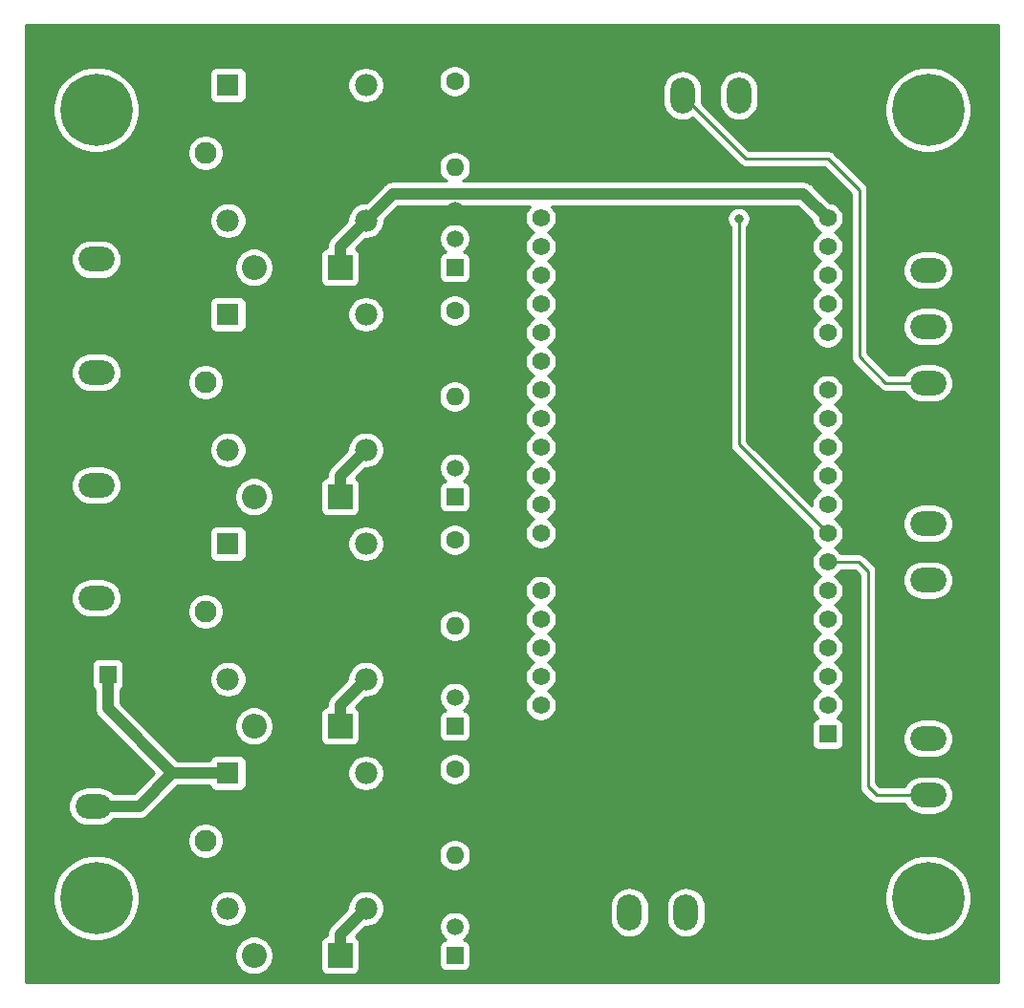
<source format=gbr>
%TF.GenerationSoftware,KiCad,Pcbnew,(5.1.7)-1*%
%TF.CreationDate,2021-01-27T22:35:06+01:00*%
%TF.ProjectId,plant-watering,706c616e-742d-4776-9174-6572696e672e,rev?*%
%TF.SameCoordinates,Original*%
%TF.FileFunction,Copper,L2,Bot*%
%TF.FilePolarity,Positive*%
%FSLAX46Y46*%
G04 Gerber Fmt 4.6, Leading zero omitted, Abs format (unit mm)*
G04 Created by KiCad (PCBNEW (5.1.7)-1) date 2021-01-27 22:35:06*
%MOMM*%
%LPD*%
G01*
G04 APERTURE LIST*
%TA.AperFunction,ComponentPad*%
%ADD10O,2.200000X2.200000*%
%TD*%
%TA.AperFunction,ComponentPad*%
%ADD11R,2.200000X2.200000*%
%TD*%
%TA.AperFunction,ComponentPad*%
%ADD12R,1.600000X1.600000*%
%TD*%
%TA.AperFunction,ComponentPad*%
%ADD13C,1.600000*%
%TD*%
%TA.AperFunction,ComponentPad*%
%ADD14C,0.800000*%
%TD*%
%TA.AperFunction,ComponentPad*%
%ADD15C,6.400000*%
%TD*%
%TA.AperFunction,ComponentPad*%
%ADD16O,3.200000X2.200000*%
%TD*%
%TA.AperFunction,ComponentPad*%
%ADD17O,2.200000X3.200000*%
%TD*%
%TA.AperFunction,ComponentPad*%
%ADD18O,1.600000X1.600000*%
%TD*%
%TA.AperFunction,ComponentPad*%
%ADD19R,1.500000X1.500000*%
%TD*%
%TA.AperFunction,ComponentPad*%
%ADD20C,1.500000*%
%TD*%
%TA.AperFunction,ComponentPad*%
%ADD21C,1.560000*%
%TD*%
%TA.AperFunction,ComponentPad*%
%ADD22R,1.560000X1.560000*%
%TD*%
%TA.AperFunction,ComponentPad*%
%ADD23R,1.980000X1.980000*%
%TD*%
%TA.AperFunction,ComponentPad*%
%ADD24C,1.935000*%
%TD*%
%TA.AperFunction,ComponentPad*%
%ADD25C,1.980000*%
%TD*%
%TA.AperFunction,ViaPad*%
%ADD26C,0.800000*%
%TD*%
%TA.AperFunction,Conductor*%
%ADD27C,1.000000*%
%TD*%
%TA.AperFunction,Conductor*%
%ADD28C,0.250000*%
%TD*%
%TA.AperFunction,Conductor*%
%ADD29C,0.254000*%
%TD*%
%TA.AperFunction,Conductor*%
%ADD30C,0.100000*%
%TD*%
G04 APERTURE END LIST*
D10*
%TO.P,D4,2*%
%TO.N,RelayS4*%
X105410000Y-45720000D03*
D11*
%TO.P,D4,1*%
%TO.N,+5V*%
X113030000Y-45720000D03*
%TD*%
D12*
%TO.P,C1,1*%
%TO.N,+5V*%
X92456000Y-81788000D03*
D13*
%TO.P,C1,2*%
%TO.N,GND*%
X89956000Y-81788000D03*
%TD*%
D14*
%TO.P,REF\u002A\u002A,1*%
%TO.N,N/C*%
X93137056Y-99902944D03*
X91440000Y-99200000D03*
X89742944Y-99902944D03*
X89040000Y-101600000D03*
X89742944Y-103297056D03*
X91440000Y-104000000D03*
X93137056Y-103297056D03*
X93840000Y-101600000D03*
D15*
X91440000Y-101600000D03*
%TD*%
%TO.P,REF\u002A\u002A,1*%
%TO.N,N/C*%
X165100000Y-101600000D03*
D14*
X167500000Y-101600000D03*
X166797056Y-103297056D03*
X165100000Y-104000000D03*
X163402944Y-103297056D03*
X162700000Y-101600000D03*
X163402944Y-99902944D03*
X165100000Y-99200000D03*
X166797056Y-99902944D03*
%TD*%
D15*
%TO.P,REF\u002A\u002A,1*%
%TO.N,N/C*%
X91440000Y-31750000D03*
D14*
X93840000Y-31750000D03*
X93137056Y-33447056D03*
X91440000Y-34150000D03*
X89742944Y-33447056D03*
X89040000Y-31750000D03*
X89742944Y-30052944D03*
X91440000Y-29350000D03*
X93137056Y-30052944D03*
%TD*%
D15*
%TO.P,REF\u002A\u002A,1*%
%TO.N,N/C*%
X165100000Y-31750000D03*
D14*
X167500000Y-31750000D03*
X166797056Y-33447056D03*
X165100000Y-34150000D03*
X163402944Y-33447056D03*
X162700000Y-31750000D03*
X163402944Y-30052944D03*
X165100000Y-29350000D03*
X166797056Y-30052944D03*
%TD*%
D16*
%TO.P,J14,4*%
%TO.N,GND*%
X165100000Y-40960000D03*
%TO.P,J14,3*%
%TO.N,GPIO27*%
X165100000Y-45960000D03*
%TO.P,J14,2*%
%TO.N,GPIO26*%
X165100000Y-50960000D03*
%TO.P,J14,1*%
%TO.N,+3V3*%
X165100000Y-55960000D03*
%TD*%
%TO.P,J4,2*%
%TO.N,+5V*%
X91186000Y-93472000D03*
%TO.P,J4,1*%
%TO.N,GND*%
X91186000Y-88472000D03*
%TD*%
D17*
%TO.P,J2,3*%
%TO.N,GPIO33*%
X148350000Y-30480000D03*
%TO.P,J2,2*%
%TO.N,+3V3*%
X143350000Y-30480000D03*
%TO.P,J2,1*%
%TO.N,GND*%
X138350000Y-30480000D03*
%TD*%
%TO.P,J1,3*%
%TO.N,GPIO34*%
X138670000Y-102870000D03*
%TO.P,J1,2*%
%TO.N,+3V3*%
X143670000Y-102870000D03*
%TO.P,J1,1*%
%TO.N,GND*%
X148670000Y-102870000D03*
%TD*%
D16*
%TO.P,J8,3*%
%TO.N,GPIO35*%
X165100000Y-73420000D03*
%TO.P,J8,2*%
%TO.N,+3V3*%
X165100000Y-68420000D03*
%TO.P,J8,1*%
%TO.N,GND*%
X165100000Y-63420000D03*
%TD*%
D13*
%TO.P,R1,1*%
%TO.N,GPIO12*%
X123190000Y-90170000D03*
D18*
%TO.P,R1,2*%
%TO.N,Net-(Q1-Pad2)*%
X123190000Y-97790000D03*
%TD*%
D16*
%TO.P,J3,3*%
%TO.N,GPIO32*%
X165100000Y-92470000D03*
%TO.P,J3,2*%
%TO.N,+3V3*%
X165100000Y-87470000D03*
%TO.P,J3,1*%
%TO.N,GND*%
X165100000Y-82470000D03*
%TD*%
D18*
%TO.P,R4,2*%
%TO.N,Net-(Q4-Pad2)*%
X123190000Y-36830000D03*
D13*
%TO.P,R4,1*%
%TO.N,GPIO16*%
X123190000Y-29210000D03*
%TD*%
D18*
%TO.P,R2,2*%
%TO.N,Net-(Q2-Pad2)*%
X123190000Y-77470000D03*
D13*
%TO.P,R2,1*%
%TO.N,GPIO13*%
X123190000Y-69850000D03*
%TD*%
D18*
%TO.P,R3,2*%
%TO.N,Net-(Q3-Pad2)*%
X123190000Y-57150000D03*
D13*
%TO.P,R3,1*%
%TO.N,GPIO17*%
X123190000Y-49530000D03*
%TD*%
D19*
%TO.P,Q4,1*%
%TO.N,RelayS4*%
X123190000Y-45720000D03*
D20*
%TO.P,Q4,3*%
%TO.N,GND*%
X123190000Y-40640000D03*
%TO.P,Q4,2*%
%TO.N,Net-(Q4-Pad2)*%
X123190000Y-43180000D03*
%TD*%
D19*
%TO.P,Q3,1*%
%TO.N,RelayS3*%
X123190000Y-66040000D03*
D20*
%TO.P,Q3,3*%
%TO.N,GND*%
X123190000Y-60960000D03*
%TO.P,Q3,2*%
%TO.N,Net-(Q3-Pad2)*%
X123190000Y-63500000D03*
%TD*%
D19*
%TO.P,Q2,1*%
%TO.N,RelayS2*%
X123190000Y-86360000D03*
D20*
%TO.P,Q2,3*%
%TO.N,GND*%
X123190000Y-81280000D03*
%TO.P,Q2,2*%
%TO.N,Net-(Q2-Pad2)*%
X123190000Y-83820000D03*
%TD*%
D19*
%TO.P,Q1,1*%
%TO.N,RelayS1*%
X123190000Y-106680000D03*
D20*
%TO.P,Q1,3*%
%TO.N,GND*%
X123190000Y-101600000D03*
%TO.P,Q1,2*%
%TO.N,Net-(Q1-Pad2)*%
X123190000Y-104140000D03*
%TD*%
D16*
%TO.P,J5,8*%
%TO.N,GND*%
X91440000Y-40010000D03*
%TO.P,J5,7*%
%TO.N,M4*%
X91440000Y-45010000D03*
%TO.P,J5,6*%
%TO.N,GND*%
X91440000Y-50010000D03*
%TO.P,J5,5*%
%TO.N,M3*%
X91440000Y-55010000D03*
%TO.P,J5,4*%
%TO.N,GND*%
X91440000Y-60010000D03*
%TO.P,J5,3*%
%TO.N,M2*%
X91440000Y-65010000D03*
%TO.P,J5,2*%
%TO.N,GND*%
X91440000Y-70010000D03*
%TO.P,J5,1*%
%TO.N,M1*%
X91440000Y-75010000D03*
%TD*%
D21*
%TO.P,U1,38*%
%TO.N,Net-(U1-Pad38)*%
X130810000Y-41350000D03*
%TO.P,U1,37*%
%TO.N,Net-(U1-Pad37)*%
X130810000Y-43890000D03*
%TO.P,U1,36*%
%TO.N,Net-(U1-Pad36)*%
X130810000Y-46430000D03*
%TO.P,U1,35*%
%TO.N,Net-(U1-Pad35)*%
X130810000Y-48970000D03*
%TO.P,U1,34*%
%TO.N,Net-(U1-Pad34)*%
X130810000Y-51510000D03*
%TO.P,U1,33*%
%TO.N,Net-(U1-Pad33)*%
X130810000Y-54050000D03*
%TO.P,U1,32*%
%TO.N,Net-(U1-Pad32)*%
X130810000Y-56590000D03*
%TO.P,U1,31*%
%TO.N,GPIO16*%
X130810000Y-59130000D03*
%TO.P,U1,30*%
%TO.N,GPIO17*%
X130810000Y-61670000D03*
%TO.P,U1,29*%
%TO.N,Net-(U1-Pad29)*%
X130810000Y-64210000D03*
%TO.P,U1,28*%
%TO.N,Net-(U1-Pad28)*%
X130810000Y-66750000D03*
%TO.P,U1,27*%
%TO.N,Net-(U1-Pad27)*%
X130810000Y-69290000D03*
%TO.P,U1,26*%
%TO.N,GND*%
X130810000Y-71830000D03*
%TO.P,U1,25*%
%TO.N,GPIO21*%
X130810000Y-74370000D03*
%TO.P,U1,24*%
%TO.N,Net-(U1-Pad24)*%
X130810000Y-76910000D03*
%TO.P,U1,23*%
%TO.N,Net-(U1-Pad23)*%
X130810000Y-79450000D03*
%TO.P,U1,22*%
%TO.N,GPIO22*%
X130810000Y-81990000D03*
%TO.P,U1,21*%
%TO.N,Net-(U1-Pad21)*%
X130810000Y-84530000D03*
%TO.P,U1,20*%
%TO.N,GND*%
X130810000Y-87070000D03*
%TO.P,U1,18*%
%TO.N,Net-(U1-Pad18)*%
X156210000Y-43890000D03*
%TO.P,U1,17*%
%TO.N,Net-(U1-Pad17)*%
X156210000Y-46430000D03*
%TO.P,U1,16*%
%TO.N,Net-(U1-Pad16)*%
X156210000Y-48970000D03*
%TO.P,U1,15*%
%TO.N,GPIO13*%
X156210000Y-51510000D03*
%TO.P,U1,14*%
%TO.N,GND*%
X156210000Y-54050000D03*
%TO.P,U1,13*%
%TO.N,GPIO12*%
X156210000Y-56590000D03*
%TO.P,U1,12*%
%TO.N,Net-(U1-Pad12)*%
X156210000Y-59130000D03*
%TO.P,U1,11*%
%TO.N,GPIO27*%
X156210000Y-61670000D03*
%TO.P,U1,10*%
%TO.N,GPIO26*%
X156210000Y-64210000D03*
%TO.P,U1,9*%
%TO.N,Net-(U1-Pad9)*%
X156210000Y-66750000D03*
%TO.P,U1,8*%
%TO.N,GPIO33*%
X156210000Y-69290000D03*
%TO.P,U1,7*%
%TO.N,GPIO32*%
X156210000Y-71830000D03*
%TO.P,U1,6*%
%TO.N,GPIO35*%
X156210000Y-74370000D03*
%TO.P,U1,5*%
%TO.N,GPIO34*%
X156210000Y-76910000D03*
%TO.P,U1,4*%
%TO.N,Net-(U1-Pad4)*%
X156210000Y-79450000D03*
%TO.P,U1,3*%
%TO.N,Net-(U1-Pad3)*%
X156210000Y-81990000D03*
%TO.P,U1,19*%
%TO.N,+5V*%
X156210000Y-41350000D03*
%TO.P,U1,2*%
%TO.N,Net-(U1-Pad2)*%
X156210000Y-84530000D03*
D22*
%TO.P,U1,1*%
%TO.N,+3V3*%
X156210000Y-87070000D03*
%TD*%
D23*
%TO.P,K4,A1*%
%TO.N,+5V*%
X103120000Y-29560000D03*
D24*
%TO.P,K4,COM*%
%TO.N,M4*%
X101120000Y-35560000D03*
D25*
%TO.P,K4,A2*%
%TO.N,RelayS4*%
X103120000Y-41560000D03*
%TO.P,K4,NO*%
%TO.N,+5V*%
X115320000Y-41560000D03*
%TO.P,K4,NC*%
%TO.N,Net-(K4-PadNC)*%
X115320000Y-29560000D03*
%TD*%
%TO.P,K3,NC*%
%TO.N,Net-(K3-PadNC)*%
X115320000Y-49880000D03*
%TO.P,K3,NO*%
%TO.N,+5V*%
X115320000Y-61880000D03*
%TO.P,K3,A2*%
%TO.N,RelayS3*%
X103120000Y-61880000D03*
D24*
%TO.P,K3,COM*%
%TO.N,M3*%
X101120000Y-55880000D03*
D23*
%TO.P,K3,A1*%
%TO.N,+5V*%
X103120000Y-49880000D03*
%TD*%
D25*
%TO.P,K2,NC*%
%TO.N,Net-(K2-PadNC)*%
X115320000Y-70200000D03*
%TO.P,K2,NO*%
%TO.N,+5V*%
X115320000Y-82200000D03*
%TO.P,K2,A2*%
%TO.N,RelayS2*%
X103120000Y-82200000D03*
D24*
%TO.P,K2,COM*%
%TO.N,M2*%
X101120000Y-76200000D03*
D23*
%TO.P,K2,A1*%
%TO.N,+5V*%
X103120000Y-70200000D03*
%TD*%
D25*
%TO.P,K1,NC*%
%TO.N,Net-(K1-PadNC)*%
X115320000Y-90520000D03*
%TO.P,K1,NO*%
%TO.N,+5V*%
X115320000Y-102520000D03*
%TO.P,K1,A2*%
%TO.N,RelayS1*%
X103120000Y-102520000D03*
D24*
%TO.P,K1,COM*%
%TO.N,M1*%
X101120000Y-96520000D03*
D23*
%TO.P,K1,A1*%
%TO.N,+5V*%
X103120000Y-90520000D03*
%TD*%
D10*
%TO.P,D3,2*%
%TO.N,RelayS3*%
X105410000Y-66040000D03*
D11*
%TO.P,D3,1*%
%TO.N,+5V*%
X113030000Y-66040000D03*
%TD*%
D10*
%TO.P,D2,2*%
%TO.N,RelayS2*%
X105410000Y-86360000D03*
D11*
%TO.P,D2,1*%
%TO.N,+5V*%
X113030000Y-86360000D03*
%TD*%
D10*
%TO.P,D1,2*%
%TO.N,RelayS1*%
X105410000Y-106680000D03*
D11*
%TO.P,D1,1*%
%TO.N,+5V*%
X113030000Y-106680000D03*
%TD*%
D26*
%TO.N,GPIO33*%
X148336000Y-41402000D03*
%TD*%
D27*
%TO.N,+5V*%
X113030000Y-104810000D02*
X115320000Y-102520000D01*
X113030000Y-106680000D02*
X113030000Y-104810000D01*
X113030000Y-84490000D02*
X115320000Y-82200000D01*
X113030000Y-86360000D02*
X113030000Y-84490000D01*
X113030000Y-64170000D02*
X115320000Y-61880000D01*
X113030000Y-66040000D02*
X113030000Y-64170000D01*
X113030000Y-43850000D02*
X115320000Y-41560000D01*
X113030000Y-45720000D02*
X113030000Y-43850000D01*
X154049999Y-39189999D02*
X156210000Y-41350000D01*
X117690001Y-39189999D02*
X154049999Y-39189999D01*
X115320000Y-41560000D02*
X117690001Y-39189999D01*
X103120000Y-90520000D02*
X98202000Y-90520000D01*
X92456000Y-81788000D02*
X92456000Y-84774000D01*
X92456000Y-84774000D02*
X98202000Y-90520000D01*
X95250000Y-93472000D02*
X91186000Y-93472000D01*
X98202000Y-90520000D02*
X95250000Y-93472000D01*
D28*
%TO.N,+3V3*%
X156210000Y-36068000D02*
X148938000Y-36068000D01*
X159004000Y-38862000D02*
X156210000Y-36068000D01*
X159004000Y-53594000D02*
X159004000Y-38862000D01*
X161370000Y-55960000D02*
X159004000Y-53594000D01*
X148938000Y-36068000D02*
X143350000Y-30480000D01*
X165100000Y-55960000D02*
X161370000Y-55960000D01*
%TO.N,GPIO33*%
X156210000Y-69290000D02*
X148336000Y-61416000D01*
X148336000Y-61416000D02*
X148336000Y-51054000D01*
X148336000Y-51054000D02*
X148336000Y-41402000D01*
X148336000Y-41402000D02*
X148336000Y-41402000D01*
%TO.N,GPIO32*%
X165100000Y-92470000D02*
X160542000Y-92470000D01*
X160542000Y-92470000D02*
X159766000Y-91694000D01*
X159766000Y-91694000D02*
X159766000Y-72644000D01*
X158952000Y-71830000D02*
X156210000Y-71830000D01*
X159766000Y-72644000D02*
X158952000Y-71830000D01*
%TD*%
D29*
%TO.N,GND*%
X171323000Y-109093000D02*
X85217000Y-109093000D01*
X85217000Y-106509117D01*
X103675000Y-106509117D01*
X103675000Y-106850883D01*
X103741675Y-107186081D01*
X103872463Y-107501831D01*
X104062337Y-107785998D01*
X104304002Y-108027663D01*
X104588169Y-108217537D01*
X104903919Y-108348325D01*
X105239117Y-108415000D01*
X105580883Y-108415000D01*
X105916081Y-108348325D01*
X106231831Y-108217537D01*
X106515998Y-108027663D01*
X106757663Y-107785998D01*
X106947537Y-107501831D01*
X107078325Y-107186081D01*
X107145000Y-106850883D01*
X107145000Y-106509117D01*
X107078325Y-106173919D01*
X106947537Y-105858169D01*
X106761671Y-105580000D01*
X111291928Y-105580000D01*
X111291928Y-107780000D01*
X111304188Y-107904482D01*
X111340498Y-108024180D01*
X111399463Y-108134494D01*
X111478815Y-108231185D01*
X111575506Y-108310537D01*
X111685820Y-108369502D01*
X111805518Y-108405812D01*
X111930000Y-108418072D01*
X114130000Y-108418072D01*
X114254482Y-108405812D01*
X114374180Y-108369502D01*
X114484494Y-108310537D01*
X114581185Y-108231185D01*
X114660537Y-108134494D01*
X114719502Y-108024180D01*
X114755812Y-107904482D01*
X114768072Y-107780000D01*
X114768072Y-105930000D01*
X121801928Y-105930000D01*
X121801928Y-107430000D01*
X121814188Y-107554482D01*
X121850498Y-107674180D01*
X121909463Y-107784494D01*
X121988815Y-107881185D01*
X122085506Y-107960537D01*
X122195820Y-108019502D01*
X122315518Y-108055812D01*
X122440000Y-108068072D01*
X123940000Y-108068072D01*
X124064482Y-108055812D01*
X124184180Y-108019502D01*
X124294494Y-107960537D01*
X124391185Y-107881185D01*
X124470537Y-107784494D01*
X124529502Y-107674180D01*
X124565812Y-107554482D01*
X124578072Y-107430000D01*
X124578072Y-105930000D01*
X124565812Y-105805518D01*
X124529502Y-105685820D01*
X124470537Y-105575506D01*
X124391185Y-105478815D01*
X124294494Y-105399463D01*
X124184180Y-105340498D01*
X124064482Y-105304188D01*
X123956517Y-105293555D01*
X124072886Y-105215799D01*
X124265799Y-105022886D01*
X124417371Y-104796043D01*
X124521775Y-104543989D01*
X124575000Y-104276411D01*
X124575000Y-104003589D01*
X124521775Y-103736011D01*
X124417371Y-103483957D01*
X124265799Y-103257114D01*
X124072886Y-103064201D01*
X123846043Y-102912629D01*
X123593989Y-102808225D01*
X123326411Y-102755000D01*
X123053589Y-102755000D01*
X122786011Y-102808225D01*
X122533957Y-102912629D01*
X122307114Y-103064201D01*
X122114201Y-103257114D01*
X121962629Y-103483957D01*
X121858225Y-103736011D01*
X121805000Y-104003589D01*
X121805000Y-104276411D01*
X121858225Y-104543989D01*
X121962629Y-104796043D01*
X122114201Y-105022886D01*
X122307114Y-105215799D01*
X122423483Y-105293555D01*
X122315518Y-105304188D01*
X122195820Y-105340498D01*
X122085506Y-105399463D01*
X121988815Y-105478815D01*
X121909463Y-105575506D01*
X121850498Y-105685820D01*
X121814188Y-105805518D01*
X121801928Y-105930000D01*
X114768072Y-105930000D01*
X114768072Y-105580000D01*
X114755812Y-105455518D01*
X114719502Y-105335820D01*
X114660537Y-105225506D01*
X114581185Y-105128815D01*
X114484494Y-105049463D01*
X114426609Y-105018522D01*
X115300132Y-104145000D01*
X115480049Y-104145000D01*
X115793995Y-104082552D01*
X116089726Y-103960057D01*
X116355877Y-103782220D01*
X116582220Y-103555877D01*
X116760057Y-103289726D01*
X116882552Y-102993995D01*
X116945000Y-102680049D01*
X116945000Y-102359951D01*
X116930047Y-102284775D01*
X136935000Y-102284775D01*
X136935000Y-103455224D01*
X136960105Y-103710118D01*
X137059314Y-104037167D01*
X137220421Y-104338577D01*
X137437234Y-104602766D01*
X137701422Y-104819579D01*
X138002832Y-104980686D01*
X138329881Y-105079895D01*
X138670000Y-105113394D01*
X139010118Y-105079895D01*
X139337167Y-104980686D01*
X139638577Y-104819579D01*
X139902766Y-104602766D01*
X140119579Y-104338578D01*
X140280686Y-104037168D01*
X140379895Y-103710119D01*
X140405000Y-103455225D01*
X140405000Y-102284775D01*
X141935000Y-102284775D01*
X141935000Y-103455224D01*
X141960105Y-103710118D01*
X142059314Y-104037167D01*
X142220421Y-104338577D01*
X142437234Y-104602766D01*
X142701422Y-104819579D01*
X143002832Y-104980686D01*
X143329881Y-105079895D01*
X143670000Y-105113394D01*
X144010118Y-105079895D01*
X144337167Y-104980686D01*
X144638577Y-104819579D01*
X144902766Y-104602766D01*
X145119579Y-104338578D01*
X145280686Y-104037168D01*
X145379895Y-103710119D01*
X145405000Y-103455225D01*
X145405000Y-102284775D01*
X145379895Y-102029881D01*
X145280686Y-101702832D01*
X145119579Y-101401422D01*
X144972566Y-101222285D01*
X161265000Y-101222285D01*
X161265000Y-101977715D01*
X161412377Y-102718628D01*
X161701467Y-103416554D01*
X162121161Y-104044670D01*
X162655330Y-104578839D01*
X163283446Y-104998533D01*
X163981372Y-105287623D01*
X164722285Y-105435000D01*
X165477715Y-105435000D01*
X166218628Y-105287623D01*
X166916554Y-104998533D01*
X167544670Y-104578839D01*
X168078839Y-104044670D01*
X168498533Y-103416554D01*
X168787623Y-102718628D01*
X168935000Y-101977715D01*
X168935000Y-101222285D01*
X168787623Y-100481372D01*
X168498533Y-99783446D01*
X168078839Y-99155330D01*
X167544670Y-98621161D01*
X166916554Y-98201467D01*
X166218628Y-97912377D01*
X165477715Y-97765000D01*
X164722285Y-97765000D01*
X163981372Y-97912377D01*
X163283446Y-98201467D01*
X162655330Y-98621161D01*
X162121161Y-99155330D01*
X161701467Y-99783446D01*
X161412377Y-100481372D01*
X161265000Y-101222285D01*
X144972566Y-101222285D01*
X144902766Y-101137234D01*
X144638578Y-100920421D01*
X144337168Y-100759314D01*
X144010119Y-100660105D01*
X143670000Y-100626606D01*
X143329882Y-100660105D01*
X143002833Y-100759314D01*
X142701423Y-100920421D01*
X142437235Y-101137234D01*
X142220422Y-101401422D01*
X142059314Y-101702832D01*
X141960105Y-102029881D01*
X141935000Y-102284775D01*
X140405000Y-102284775D01*
X140379895Y-102029881D01*
X140280686Y-101702832D01*
X140119579Y-101401422D01*
X139902766Y-101137234D01*
X139638578Y-100920421D01*
X139337168Y-100759314D01*
X139010119Y-100660105D01*
X138670000Y-100626606D01*
X138329882Y-100660105D01*
X138002833Y-100759314D01*
X137701423Y-100920421D01*
X137437235Y-101137234D01*
X137220422Y-101401422D01*
X137059314Y-101702832D01*
X136960105Y-102029881D01*
X136935000Y-102284775D01*
X116930047Y-102284775D01*
X116882552Y-102046005D01*
X116760057Y-101750274D01*
X116582220Y-101484123D01*
X116355877Y-101257780D01*
X116089726Y-101079943D01*
X115793995Y-100957448D01*
X115480049Y-100895000D01*
X115159951Y-100895000D01*
X114846005Y-100957448D01*
X114550274Y-101079943D01*
X114284123Y-101257780D01*
X114057780Y-101484123D01*
X113879943Y-101750274D01*
X113757448Y-102046005D01*
X113695000Y-102359951D01*
X113695000Y-102539868D01*
X112266860Y-103968009D01*
X112223552Y-104003551D01*
X112081717Y-104176377D01*
X112061468Y-104214261D01*
X111976324Y-104373554D01*
X111911423Y-104587502D01*
X111889509Y-104810000D01*
X111895001Y-104865761D01*
X111895001Y-104945375D01*
X111805518Y-104954188D01*
X111685820Y-104990498D01*
X111575506Y-105049463D01*
X111478815Y-105128815D01*
X111399463Y-105225506D01*
X111340498Y-105335820D01*
X111304188Y-105455518D01*
X111291928Y-105580000D01*
X106761671Y-105580000D01*
X106757663Y-105574002D01*
X106515998Y-105332337D01*
X106231831Y-105142463D01*
X105916081Y-105011675D01*
X105580883Y-104945000D01*
X105239117Y-104945000D01*
X104903919Y-105011675D01*
X104588169Y-105142463D01*
X104304002Y-105332337D01*
X104062337Y-105574002D01*
X103872463Y-105858169D01*
X103741675Y-106173919D01*
X103675000Y-106509117D01*
X85217000Y-106509117D01*
X85217000Y-101222285D01*
X87605000Y-101222285D01*
X87605000Y-101977715D01*
X87752377Y-102718628D01*
X88041467Y-103416554D01*
X88461161Y-104044670D01*
X88995330Y-104578839D01*
X89623446Y-104998533D01*
X90321372Y-105287623D01*
X91062285Y-105435000D01*
X91817715Y-105435000D01*
X92558628Y-105287623D01*
X93256554Y-104998533D01*
X93884670Y-104578839D01*
X94418839Y-104044670D01*
X94838533Y-103416554D01*
X95127623Y-102718628D01*
X95198968Y-102359951D01*
X101495000Y-102359951D01*
X101495000Y-102680049D01*
X101557448Y-102993995D01*
X101679943Y-103289726D01*
X101857780Y-103555877D01*
X102084123Y-103782220D01*
X102350274Y-103960057D01*
X102646005Y-104082552D01*
X102959951Y-104145000D01*
X103280049Y-104145000D01*
X103593995Y-104082552D01*
X103889726Y-103960057D01*
X104155877Y-103782220D01*
X104382220Y-103555877D01*
X104560057Y-103289726D01*
X104682552Y-102993995D01*
X104745000Y-102680049D01*
X104745000Y-102359951D01*
X104682552Y-102046005D01*
X104560057Y-101750274D01*
X104382220Y-101484123D01*
X104155877Y-101257780D01*
X103889726Y-101079943D01*
X103593995Y-100957448D01*
X103280049Y-100895000D01*
X102959951Y-100895000D01*
X102646005Y-100957448D01*
X102350274Y-101079943D01*
X102084123Y-101257780D01*
X101857780Y-101484123D01*
X101679943Y-101750274D01*
X101557448Y-102046005D01*
X101495000Y-102359951D01*
X95198968Y-102359951D01*
X95275000Y-101977715D01*
X95275000Y-101222285D01*
X95127623Y-100481372D01*
X94838533Y-99783446D01*
X94418839Y-99155330D01*
X93884670Y-98621161D01*
X93256554Y-98201467D01*
X92558628Y-97912377D01*
X91817715Y-97765000D01*
X91062285Y-97765000D01*
X90321372Y-97912377D01*
X89623446Y-98201467D01*
X88995330Y-98621161D01*
X88461161Y-99155330D01*
X88041467Y-99783446D01*
X87752377Y-100481372D01*
X87605000Y-101222285D01*
X85217000Y-101222285D01*
X85217000Y-96362168D01*
X99517500Y-96362168D01*
X99517500Y-96677832D01*
X99579083Y-96987432D01*
X99699883Y-97279068D01*
X99875257Y-97541534D01*
X100098466Y-97764743D01*
X100360932Y-97940117D01*
X100652568Y-98060917D01*
X100962168Y-98122500D01*
X101277832Y-98122500D01*
X101587432Y-98060917D01*
X101879068Y-97940117D01*
X102141534Y-97764743D01*
X102257612Y-97648665D01*
X121755000Y-97648665D01*
X121755000Y-97931335D01*
X121810147Y-98208574D01*
X121918320Y-98469727D01*
X122075363Y-98704759D01*
X122275241Y-98904637D01*
X122510273Y-99061680D01*
X122771426Y-99169853D01*
X123048665Y-99225000D01*
X123331335Y-99225000D01*
X123608574Y-99169853D01*
X123869727Y-99061680D01*
X124104759Y-98904637D01*
X124304637Y-98704759D01*
X124461680Y-98469727D01*
X124569853Y-98208574D01*
X124625000Y-97931335D01*
X124625000Y-97648665D01*
X124569853Y-97371426D01*
X124461680Y-97110273D01*
X124304637Y-96875241D01*
X124104759Y-96675363D01*
X123869727Y-96518320D01*
X123608574Y-96410147D01*
X123331335Y-96355000D01*
X123048665Y-96355000D01*
X122771426Y-96410147D01*
X122510273Y-96518320D01*
X122275241Y-96675363D01*
X122075363Y-96875241D01*
X121918320Y-97110273D01*
X121810147Y-97371426D01*
X121755000Y-97648665D01*
X102257612Y-97648665D01*
X102364743Y-97541534D01*
X102540117Y-97279068D01*
X102660917Y-96987432D01*
X102722500Y-96677832D01*
X102722500Y-96362168D01*
X102660917Y-96052568D01*
X102540117Y-95760932D01*
X102364743Y-95498466D01*
X102141534Y-95275257D01*
X101879068Y-95099883D01*
X101587432Y-94979083D01*
X101277832Y-94917500D01*
X100962168Y-94917500D01*
X100652568Y-94979083D01*
X100360932Y-95099883D01*
X100098466Y-95275257D01*
X99875257Y-95498466D01*
X99699883Y-95760932D01*
X99579083Y-96052568D01*
X99517500Y-96362168D01*
X85217000Y-96362168D01*
X85217000Y-93472000D01*
X88942606Y-93472000D01*
X88976105Y-93812119D01*
X89075314Y-94139168D01*
X89236421Y-94440578D01*
X89453234Y-94704766D01*
X89717422Y-94921579D01*
X90018832Y-95082686D01*
X90345881Y-95181895D01*
X90600775Y-95207000D01*
X91771225Y-95207000D01*
X92026119Y-95181895D01*
X92353168Y-95082686D01*
X92654578Y-94921579D01*
X92918766Y-94704766D01*
X92999000Y-94607000D01*
X95194249Y-94607000D01*
X95250000Y-94612491D01*
X95305751Y-94607000D01*
X95305752Y-94607000D01*
X95472499Y-94590577D01*
X95686447Y-94525676D01*
X95883623Y-94420284D01*
X96056449Y-94278449D01*
X96091996Y-94235135D01*
X98672132Y-91655000D01*
X101510412Y-91655000D01*
X101540498Y-91754180D01*
X101599463Y-91864494D01*
X101678815Y-91961185D01*
X101775506Y-92040537D01*
X101885820Y-92099502D01*
X102005518Y-92135812D01*
X102130000Y-92148072D01*
X104110000Y-92148072D01*
X104234482Y-92135812D01*
X104354180Y-92099502D01*
X104464494Y-92040537D01*
X104561185Y-91961185D01*
X104640537Y-91864494D01*
X104699502Y-91754180D01*
X104735812Y-91634482D01*
X104748072Y-91510000D01*
X104748072Y-90359951D01*
X113695000Y-90359951D01*
X113695000Y-90680049D01*
X113757448Y-90993995D01*
X113879943Y-91289726D01*
X114057780Y-91555877D01*
X114284123Y-91782220D01*
X114550274Y-91960057D01*
X114846005Y-92082552D01*
X115159951Y-92145000D01*
X115480049Y-92145000D01*
X115793995Y-92082552D01*
X116089726Y-91960057D01*
X116355877Y-91782220D01*
X116582220Y-91555877D01*
X116760057Y-91289726D01*
X116882552Y-90993995D01*
X116945000Y-90680049D01*
X116945000Y-90359951D01*
X116882552Y-90046005D01*
X116875370Y-90028665D01*
X121755000Y-90028665D01*
X121755000Y-90311335D01*
X121810147Y-90588574D01*
X121918320Y-90849727D01*
X122075363Y-91084759D01*
X122275241Y-91284637D01*
X122510273Y-91441680D01*
X122771426Y-91549853D01*
X123048665Y-91605000D01*
X123331335Y-91605000D01*
X123608574Y-91549853D01*
X123869727Y-91441680D01*
X124104759Y-91284637D01*
X124304637Y-91084759D01*
X124461680Y-90849727D01*
X124569853Y-90588574D01*
X124625000Y-90311335D01*
X124625000Y-90028665D01*
X124569853Y-89751426D01*
X124461680Y-89490273D01*
X124304637Y-89255241D01*
X124104759Y-89055363D01*
X123869727Y-88898320D01*
X123608574Y-88790147D01*
X123331335Y-88735000D01*
X123048665Y-88735000D01*
X122771426Y-88790147D01*
X122510273Y-88898320D01*
X122275241Y-89055363D01*
X122075363Y-89255241D01*
X121918320Y-89490273D01*
X121810147Y-89751426D01*
X121755000Y-90028665D01*
X116875370Y-90028665D01*
X116760057Y-89750274D01*
X116582220Y-89484123D01*
X116355877Y-89257780D01*
X116089726Y-89079943D01*
X115793995Y-88957448D01*
X115480049Y-88895000D01*
X115159951Y-88895000D01*
X114846005Y-88957448D01*
X114550274Y-89079943D01*
X114284123Y-89257780D01*
X114057780Y-89484123D01*
X113879943Y-89750274D01*
X113757448Y-90046005D01*
X113695000Y-90359951D01*
X104748072Y-90359951D01*
X104748072Y-89530000D01*
X104735812Y-89405518D01*
X104699502Y-89285820D01*
X104640537Y-89175506D01*
X104561185Y-89078815D01*
X104464494Y-88999463D01*
X104354180Y-88940498D01*
X104234482Y-88904188D01*
X104110000Y-88891928D01*
X102130000Y-88891928D01*
X102005518Y-88904188D01*
X101885820Y-88940498D01*
X101775506Y-88999463D01*
X101678815Y-89078815D01*
X101599463Y-89175506D01*
X101540498Y-89285820D01*
X101510412Y-89385000D01*
X98672132Y-89385000D01*
X95476249Y-86189117D01*
X103675000Y-86189117D01*
X103675000Y-86530883D01*
X103741675Y-86866081D01*
X103872463Y-87181831D01*
X104062337Y-87465998D01*
X104304002Y-87707663D01*
X104588169Y-87897537D01*
X104903919Y-88028325D01*
X105239117Y-88095000D01*
X105580883Y-88095000D01*
X105916081Y-88028325D01*
X106231831Y-87897537D01*
X106515998Y-87707663D01*
X106757663Y-87465998D01*
X106947537Y-87181831D01*
X107078325Y-86866081D01*
X107145000Y-86530883D01*
X107145000Y-86189117D01*
X107078325Y-85853919D01*
X106947537Y-85538169D01*
X106761671Y-85260000D01*
X111291928Y-85260000D01*
X111291928Y-87460000D01*
X111304188Y-87584482D01*
X111340498Y-87704180D01*
X111399463Y-87814494D01*
X111478815Y-87911185D01*
X111575506Y-87990537D01*
X111685820Y-88049502D01*
X111805518Y-88085812D01*
X111930000Y-88098072D01*
X114130000Y-88098072D01*
X114254482Y-88085812D01*
X114374180Y-88049502D01*
X114484494Y-87990537D01*
X114581185Y-87911185D01*
X114660537Y-87814494D01*
X114719502Y-87704180D01*
X114755812Y-87584482D01*
X114768072Y-87460000D01*
X114768072Y-85610000D01*
X121801928Y-85610000D01*
X121801928Y-87110000D01*
X121814188Y-87234482D01*
X121850498Y-87354180D01*
X121909463Y-87464494D01*
X121988815Y-87561185D01*
X122085506Y-87640537D01*
X122195820Y-87699502D01*
X122315518Y-87735812D01*
X122440000Y-87748072D01*
X123940000Y-87748072D01*
X124064482Y-87735812D01*
X124184180Y-87699502D01*
X124294494Y-87640537D01*
X124391185Y-87561185D01*
X124470537Y-87464494D01*
X124529502Y-87354180D01*
X124565812Y-87234482D01*
X124578072Y-87110000D01*
X124578072Y-85610000D01*
X124565812Y-85485518D01*
X124529502Y-85365820D01*
X124470537Y-85255506D01*
X124391185Y-85158815D01*
X124294494Y-85079463D01*
X124184180Y-85020498D01*
X124064482Y-84984188D01*
X123956517Y-84973555D01*
X124072886Y-84895799D01*
X124265799Y-84702886D01*
X124417371Y-84476043D01*
X124521775Y-84223989D01*
X124575000Y-83956411D01*
X124575000Y-83683589D01*
X124521775Y-83416011D01*
X124417371Y-83163957D01*
X124265799Y-82937114D01*
X124072886Y-82744201D01*
X123846043Y-82592629D01*
X123593989Y-82488225D01*
X123326411Y-82435000D01*
X123053589Y-82435000D01*
X122786011Y-82488225D01*
X122533957Y-82592629D01*
X122307114Y-82744201D01*
X122114201Y-82937114D01*
X121962629Y-83163957D01*
X121858225Y-83416011D01*
X121805000Y-83683589D01*
X121805000Y-83956411D01*
X121858225Y-84223989D01*
X121962629Y-84476043D01*
X122114201Y-84702886D01*
X122307114Y-84895799D01*
X122423483Y-84973555D01*
X122315518Y-84984188D01*
X122195820Y-85020498D01*
X122085506Y-85079463D01*
X121988815Y-85158815D01*
X121909463Y-85255506D01*
X121850498Y-85365820D01*
X121814188Y-85485518D01*
X121801928Y-85610000D01*
X114768072Y-85610000D01*
X114768072Y-85260000D01*
X114755812Y-85135518D01*
X114719502Y-85015820D01*
X114660537Y-84905506D01*
X114581185Y-84808815D01*
X114484494Y-84729463D01*
X114426609Y-84698522D01*
X115300132Y-83825000D01*
X115480049Y-83825000D01*
X115793995Y-83762552D01*
X116089726Y-83640057D01*
X116355877Y-83462220D01*
X116582220Y-83235877D01*
X116760057Y-82969726D01*
X116882552Y-82673995D01*
X116945000Y-82360049D01*
X116945000Y-82039951D01*
X116882552Y-81726005D01*
X116760057Y-81430274D01*
X116582220Y-81164123D01*
X116355877Y-80937780D01*
X116089726Y-80759943D01*
X115793995Y-80637448D01*
X115480049Y-80575000D01*
X115159951Y-80575000D01*
X114846005Y-80637448D01*
X114550274Y-80759943D01*
X114284123Y-80937780D01*
X114057780Y-81164123D01*
X113879943Y-81430274D01*
X113757448Y-81726005D01*
X113695000Y-82039951D01*
X113695000Y-82219868D01*
X112266860Y-83648009D01*
X112223552Y-83683551D01*
X112081717Y-83856377D01*
X112041290Y-83932012D01*
X111976324Y-84053554D01*
X111911423Y-84267502D01*
X111889509Y-84490000D01*
X111895001Y-84545761D01*
X111895001Y-84625375D01*
X111805518Y-84634188D01*
X111685820Y-84670498D01*
X111575506Y-84729463D01*
X111478815Y-84808815D01*
X111399463Y-84905506D01*
X111340498Y-85015820D01*
X111304188Y-85135518D01*
X111291928Y-85260000D01*
X106761671Y-85260000D01*
X106757663Y-85254002D01*
X106515998Y-85012337D01*
X106231831Y-84822463D01*
X105916081Y-84691675D01*
X105580883Y-84625000D01*
X105239117Y-84625000D01*
X104903919Y-84691675D01*
X104588169Y-84822463D01*
X104304002Y-85012337D01*
X104062337Y-85254002D01*
X103872463Y-85538169D01*
X103741675Y-85853919D01*
X103675000Y-86189117D01*
X95476249Y-86189117D01*
X93591000Y-84303869D01*
X93591000Y-83128957D01*
X93610494Y-83118537D01*
X93707185Y-83039185D01*
X93786537Y-82942494D01*
X93845502Y-82832180D01*
X93881812Y-82712482D01*
X93894072Y-82588000D01*
X93894072Y-82039951D01*
X101495000Y-82039951D01*
X101495000Y-82360049D01*
X101557448Y-82673995D01*
X101679943Y-82969726D01*
X101857780Y-83235877D01*
X102084123Y-83462220D01*
X102350274Y-83640057D01*
X102646005Y-83762552D01*
X102959951Y-83825000D01*
X103280049Y-83825000D01*
X103593995Y-83762552D01*
X103889726Y-83640057D01*
X104155877Y-83462220D01*
X104382220Y-83235877D01*
X104560057Y-82969726D01*
X104682552Y-82673995D01*
X104745000Y-82360049D01*
X104745000Y-82039951D01*
X104682552Y-81726005D01*
X104560057Y-81430274D01*
X104382220Y-81164123D01*
X104155877Y-80937780D01*
X103889726Y-80759943D01*
X103593995Y-80637448D01*
X103280049Y-80575000D01*
X102959951Y-80575000D01*
X102646005Y-80637448D01*
X102350274Y-80759943D01*
X102084123Y-80937780D01*
X101857780Y-81164123D01*
X101679943Y-81430274D01*
X101557448Y-81726005D01*
X101495000Y-82039951D01*
X93894072Y-82039951D01*
X93894072Y-80988000D01*
X93881812Y-80863518D01*
X93845502Y-80743820D01*
X93786537Y-80633506D01*
X93707185Y-80536815D01*
X93610494Y-80457463D01*
X93500180Y-80398498D01*
X93380482Y-80362188D01*
X93256000Y-80349928D01*
X91656000Y-80349928D01*
X91531518Y-80362188D01*
X91411820Y-80398498D01*
X91301506Y-80457463D01*
X91204815Y-80536815D01*
X91125463Y-80633506D01*
X91066498Y-80743820D01*
X91030188Y-80863518D01*
X91017928Y-80988000D01*
X91017928Y-82588000D01*
X91030188Y-82712482D01*
X91066498Y-82832180D01*
X91125463Y-82942494D01*
X91204815Y-83039185D01*
X91301506Y-83118537D01*
X91321000Y-83128957D01*
X91321001Y-84718239D01*
X91315509Y-84774000D01*
X91337423Y-84996498D01*
X91402324Y-85210446D01*
X91402325Y-85210447D01*
X91507717Y-85407623D01*
X91649552Y-85580449D01*
X91692860Y-85615991D01*
X96596868Y-90520000D01*
X94779869Y-92337000D01*
X92999000Y-92337000D01*
X92918766Y-92239234D01*
X92654578Y-92022421D01*
X92353168Y-91861314D01*
X92026119Y-91762105D01*
X91771225Y-91737000D01*
X90600775Y-91737000D01*
X90345881Y-91762105D01*
X90018832Y-91861314D01*
X89717422Y-92022421D01*
X89453234Y-92239234D01*
X89236421Y-92503422D01*
X89075314Y-92804832D01*
X88976105Y-93131881D01*
X88942606Y-93472000D01*
X85217000Y-93472000D01*
X85217000Y-75010000D01*
X89196606Y-75010000D01*
X89230105Y-75350119D01*
X89329314Y-75677168D01*
X89490421Y-75978578D01*
X89707234Y-76242766D01*
X89971422Y-76459579D01*
X90272832Y-76620686D01*
X90599881Y-76719895D01*
X90854775Y-76745000D01*
X92025225Y-76745000D01*
X92280119Y-76719895D01*
X92607168Y-76620686D01*
X92908578Y-76459579D01*
X93172766Y-76242766D01*
X93337392Y-76042168D01*
X99517500Y-76042168D01*
X99517500Y-76357832D01*
X99579083Y-76667432D01*
X99699883Y-76959068D01*
X99875257Y-77221534D01*
X100098466Y-77444743D01*
X100360932Y-77620117D01*
X100652568Y-77740917D01*
X100962168Y-77802500D01*
X101277832Y-77802500D01*
X101587432Y-77740917D01*
X101879068Y-77620117D01*
X102141534Y-77444743D01*
X102257612Y-77328665D01*
X121755000Y-77328665D01*
X121755000Y-77611335D01*
X121810147Y-77888574D01*
X121918320Y-78149727D01*
X122075363Y-78384759D01*
X122275241Y-78584637D01*
X122510273Y-78741680D01*
X122771426Y-78849853D01*
X123048665Y-78905000D01*
X123331335Y-78905000D01*
X123608574Y-78849853D01*
X123869727Y-78741680D01*
X124104759Y-78584637D01*
X124304637Y-78384759D01*
X124461680Y-78149727D01*
X124569853Y-77888574D01*
X124625000Y-77611335D01*
X124625000Y-77328665D01*
X124569853Y-77051426D01*
X124461680Y-76790273D01*
X124304637Y-76555241D01*
X124104759Y-76355363D01*
X123869727Y-76198320D01*
X123608574Y-76090147D01*
X123331335Y-76035000D01*
X123048665Y-76035000D01*
X122771426Y-76090147D01*
X122510273Y-76198320D01*
X122275241Y-76355363D01*
X122075363Y-76555241D01*
X121918320Y-76790273D01*
X121810147Y-77051426D01*
X121755000Y-77328665D01*
X102257612Y-77328665D01*
X102364743Y-77221534D01*
X102540117Y-76959068D01*
X102660917Y-76667432D01*
X102722500Y-76357832D01*
X102722500Y-76042168D01*
X102660917Y-75732568D01*
X102540117Y-75440932D01*
X102364743Y-75178466D01*
X102141534Y-74955257D01*
X101879068Y-74779883D01*
X101587432Y-74659083D01*
X101277832Y-74597500D01*
X100962168Y-74597500D01*
X100652568Y-74659083D01*
X100360932Y-74779883D01*
X100098466Y-74955257D01*
X99875257Y-75178466D01*
X99699883Y-75440932D01*
X99579083Y-75732568D01*
X99517500Y-76042168D01*
X93337392Y-76042168D01*
X93389579Y-75978578D01*
X93550686Y-75677168D01*
X93649895Y-75350119D01*
X93683394Y-75010000D01*
X93649895Y-74669881D01*
X93550686Y-74342832D01*
X93490716Y-74230635D01*
X129395000Y-74230635D01*
X129395000Y-74509365D01*
X129449377Y-74782740D01*
X129556043Y-75040254D01*
X129710897Y-75272010D01*
X129907990Y-75469103D01*
X130139746Y-75623957D01*
X130178477Y-75640000D01*
X130139746Y-75656043D01*
X129907990Y-75810897D01*
X129710897Y-76007990D01*
X129556043Y-76239746D01*
X129449377Y-76497260D01*
X129395000Y-76770635D01*
X129395000Y-77049365D01*
X129449377Y-77322740D01*
X129556043Y-77580254D01*
X129710897Y-77812010D01*
X129907990Y-78009103D01*
X130139746Y-78163957D01*
X130178477Y-78180000D01*
X130139746Y-78196043D01*
X129907990Y-78350897D01*
X129710897Y-78547990D01*
X129556043Y-78779746D01*
X129449377Y-79037260D01*
X129395000Y-79310635D01*
X129395000Y-79589365D01*
X129449377Y-79862740D01*
X129556043Y-80120254D01*
X129710897Y-80352010D01*
X129907990Y-80549103D01*
X130139746Y-80703957D01*
X130178477Y-80720000D01*
X130139746Y-80736043D01*
X129907990Y-80890897D01*
X129710897Y-81087990D01*
X129556043Y-81319746D01*
X129449377Y-81577260D01*
X129395000Y-81850635D01*
X129395000Y-82129365D01*
X129449377Y-82402740D01*
X129556043Y-82660254D01*
X129710897Y-82892010D01*
X129907990Y-83089103D01*
X130139746Y-83243957D01*
X130178477Y-83260000D01*
X130139746Y-83276043D01*
X129907990Y-83430897D01*
X129710897Y-83627990D01*
X129556043Y-83859746D01*
X129449377Y-84117260D01*
X129395000Y-84390635D01*
X129395000Y-84669365D01*
X129449377Y-84942740D01*
X129556043Y-85200254D01*
X129710897Y-85432010D01*
X129907990Y-85629103D01*
X130139746Y-85783957D01*
X130397260Y-85890623D01*
X130670635Y-85945000D01*
X130949365Y-85945000D01*
X131222740Y-85890623D01*
X131480254Y-85783957D01*
X131712010Y-85629103D01*
X131909103Y-85432010D01*
X132063957Y-85200254D01*
X132170623Y-84942740D01*
X132225000Y-84669365D01*
X132225000Y-84390635D01*
X132170623Y-84117260D01*
X132063957Y-83859746D01*
X131909103Y-83627990D01*
X131712010Y-83430897D01*
X131480254Y-83276043D01*
X131441523Y-83260000D01*
X131480254Y-83243957D01*
X131712010Y-83089103D01*
X131909103Y-82892010D01*
X132063957Y-82660254D01*
X132170623Y-82402740D01*
X132225000Y-82129365D01*
X132225000Y-81850635D01*
X132170623Y-81577260D01*
X132063957Y-81319746D01*
X131909103Y-81087990D01*
X131712010Y-80890897D01*
X131480254Y-80736043D01*
X131441523Y-80720000D01*
X131480254Y-80703957D01*
X131712010Y-80549103D01*
X131909103Y-80352010D01*
X132063957Y-80120254D01*
X132170623Y-79862740D01*
X132225000Y-79589365D01*
X132225000Y-79310635D01*
X132170623Y-79037260D01*
X132063957Y-78779746D01*
X131909103Y-78547990D01*
X131712010Y-78350897D01*
X131480254Y-78196043D01*
X131441523Y-78180000D01*
X131480254Y-78163957D01*
X131712010Y-78009103D01*
X131909103Y-77812010D01*
X132063957Y-77580254D01*
X132170623Y-77322740D01*
X132225000Y-77049365D01*
X132225000Y-76770635D01*
X132170623Y-76497260D01*
X132063957Y-76239746D01*
X131909103Y-76007990D01*
X131712010Y-75810897D01*
X131480254Y-75656043D01*
X131441523Y-75640000D01*
X131480254Y-75623957D01*
X131712010Y-75469103D01*
X131909103Y-75272010D01*
X132063957Y-75040254D01*
X132170623Y-74782740D01*
X132225000Y-74509365D01*
X132225000Y-74230635D01*
X132170623Y-73957260D01*
X132063957Y-73699746D01*
X131909103Y-73467990D01*
X131712010Y-73270897D01*
X131480254Y-73116043D01*
X131222740Y-73009377D01*
X130949365Y-72955000D01*
X130670635Y-72955000D01*
X130397260Y-73009377D01*
X130139746Y-73116043D01*
X129907990Y-73270897D01*
X129710897Y-73467990D01*
X129556043Y-73699746D01*
X129449377Y-73957260D01*
X129395000Y-74230635D01*
X93490716Y-74230635D01*
X93389579Y-74041422D01*
X93172766Y-73777234D01*
X92908578Y-73560421D01*
X92607168Y-73399314D01*
X92280119Y-73300105D01*
X92025225Y-73275000D01*
X90854775Y-73275000D01*
X90599881Y-73300105D01*
X90272832Y-73399314D01*
X89971422Y-73560421D01*
X89707234Y-73777234D01*
X89490421Y-74041422D01*
X89329314Y-74342832D01*
X89230105Y-74669881D01*
X89196606Y-75010000D01*
X85217000Y-75010000D01*
X85217000Y-69210000D01*
X101491928Y-69210000D01*
X101491928Y-71190000D01*
X101504188Y-71314482D01*
X101540498Y-71434180D01*
X101599463Y-71544494D01*
X101678815Y-71641185D01*
X101775506Y-71720537D01*
X101885820Y-71779502D01*
X102005518Y-71815812D01*
X102130000Y-71828072D01*
X104110000Y-71828072D01*
X104234482Y-71815812D01*
X104354180Y-71779502D01*
X104464494Y-71720537D01*
X104561185Y-71641185D01*
X104640537Y-71544494D01*
X104699502Y-71434180D01*
X104735812Y-71314482D01*
X104748072Y-71190000D01*
X104748072Y-70039951D01*
X113695000Y-70039951D01*
X113695000Y-70360049D01*
X113757448Y-70673995D01*
X113879943Y-70969726D01*
X114057780Y-71235877D01*
X114284123Y-71462220D01*
X114550274Y-71640057D01*
X114846005Y-71762552D01*
X115159951Y-71825000D01*
X115480049Y-71825000D01*
X115793995Y-71762552D01*
X116089726Y-71640057D01*
X116355877Y-71462220D01*
X116582220Y-71235877D01*
X116760057Y-70969726D01*
X116882552Y-70673995D01*
X116945000Y-70360049D01*
X116945000Y-70039951D01*
X116882552Y-69726005D01*
X116875370Y-69708665D01*
X121755000Y-69708665D01*
X121755000Y-69991335D01*
X121810147Y-70268574D01*
X121918320Y-70529727D01*
X122075363Y-70764759D01*
X122275241Y-70964637D01*
X122510273Y-71121680D01*
X122771426Y-71229853D01*
X123048665Y-71285000D01*
X123331335Y-71285000D01*
X123608574Y-71229853D01*
X123869727Y-71121680D01*
X124104759Y-70964637D01*
X124304637Y-70764759D01*
X124461680Y-70529727D01*
X124569853Y-70268574D01*
X124625000Y-69991335D01*
X124625000Y-69708665D01*
X124569853Y-69431426D01*
X124461680Y-69170273D01*
X124304637Y-68935241D01*
X124104759Y-68735363D01*
X123869727Y-68578320D01*
X123608574Y-68470147D01*
X123331335Y-68415000D01*
X123048665Y-68415000D01*
X122771426Y-68470147D01*
X122510273Y-68578320D01*
X122275241Y-68735363D01*
X122075363Y-68935241D01*
X121918320Y-69170273D01*
X121810147Y-69431426D01*
X121755000Y-69708665D01*
X116875370Y-69708665D01*
X116760057Y-69430274D01*
X116582220Y-69164123D01*
X116355877Y-68937780D01*
X116089726Y-68759943D01*
X115793995Y-68637448D01*
X115480049Y-68575000D01*
X115159951Y-68575000D01*
X114846005Y-68637448D01*
X114550274Y-68759943D01*
X114284123Y-68937780D01*
X114057780Y-69164123D01*
X113879943Y-69430274D01*
X113757448Y-69726005D01*
X113695000Y-70039951D01*
X104748072Y-70039951D01*
X104748072Y-69210000D01*
X104735812Y-69085518D01*
X104699502Y-68965820D01*
X104640537Y-68855506D01*
X104561185Y-68758815D01*
X104464494Y-68679463D01*
X104354180Y-68620498D01*
X104234482Y-68584188D01*
X104110000Y-68571928D01*
X102130000Y-68571928D01*
X102005518Y-68584188D01*
X101885820Y-68620498D01*
X101775506Y-68679463D01*
X101678815Y-68758815D01*
X101599463Y-68855506D01*
X101540498Y-68965820D01*
X101504188Y-69085518D01*
X101491928Y-69210000D01*
X85217000Y-69210000D01*
X85217000Y-65010000D01*
X89196606Y-65010000D01*
X89230105Y-65350119D01*
X89329314Y-65677168D01*
X89490421Y-65978578D01*
X89707234Y-66242766D01*
X89971422Y-66459579D01*
X90272832Y-66620686D01*
X90599881Y-66719895D01*
X90854775Y-66745000D01*
X92025225Y-66745000D01*
X92280119Y-66719895D01*
X92607168Y-66620686D01*
X92908578Y-66459579D01*
X93172766Y-66242766D01*
X93389579Y-65978578D01*
X93448087Y-65869117D01*
X103675000Y-65869117D01*
X103675000Y-66210883D01*
X103741675Y-66546081D01*
X103872463Y-66861831D01*
X104062337Y-67145998D01*
X104304002Y-67387663D01*
X104588169Y-67577537D01*
X104903919Y-67708325D01*
X105239117Y-67775000D01*
X105580883Y-67775000D01*
X105916081Y-67708325D01*
X106231831Y-67577537D01*
X106515998Y-67387663D01*
X106757663Y-67145998D01*
X106947537Y-66861831D01*
X107078325Y-66546081D01*
X107145000Y-66210883D01*
X107145000Y-65869117D01*
X107078325Y-65533919D01*
X106947537Y-65218169D01*
X106761671Y-64940000D01*
X111291928Y-64940000D01*
X111291928Y-67140000D01*
X111304188Y-67264482D01*
X111340498Y-67384180D01*
X111399463Y-67494494D01*
X111478815Y-67591185D01*
X111575506Y-67670537D01*
X111685820Y-67729502D01*
X111805518Y-67765812D01*
X111930000Y-67778072D01*
X114130000Y-67778072D01*
X114254482Y-67765812D01*
X114374180Y-67729502D01*
X114484494Y-67670537D01*
X114581185Y-67591185D01*
X114660537Y-67494494D01*
X114719502Y-67384180D01*
X114755812Y-67264482D01*
X114768072Y-67140000D01*
X114768072Y-65290000D01*
X121801928Y-65290000D01*
X121801928Y-66790000D01*
X121814188Y-66914482D01*
X121850498Y-67034180D01*
X121909463Y-67144494D01*
X121988815Y-67241185D01*
X122085506Y-67320537D01*
X122195820Y-67379502D01*
X122315518Y-67415812D01*
X122440000Y-67428072D01*
X123940000Y-67428072D01*
X124064482Y-67415812D01*
X124184180Y-67379502D01*
X124294494Y-67320537D01*
X124391185Y-67241185D01*
X124470537Y-67144494D01*
X124529502Y-67034180D01*
X124565812Y-66914482D01*
X124578072Y-66790000D01*
X124578072Y-65290000D01*
X124565812Y-65165518D01*
X124529502Y-65045820D01*
X124470537Y-64935506D01*
X124391185Y-64838815D01*
X124294494Y-64759463D01*
X124184180Y-64700498D01*
X124064482Y-64664188D01*
X123956517Y-64653555D01*
X124072886Y-64575799D01*
X124265799Y-64382886D01*
X124417371Y-64156043D01*
X124521775Y-63903989D01*
X124575000Y-63636411D01*
X124575000Y-63363589D01*
X124521775Y-63096011D01*
X124417371Y-62843957D01*
X124265799Y-62617114D01*
X124072886Y-62424201D01*
X123846043Y-62272629D01*
X123593989Y-62168225D01*
X123326411Y-62115000D01*
X123053589Y-62115000D01*
X122786011Y-62168225D01*
X122533957Y-62272629D01*
X122307114Y-62424201D01*
X122114201Y-62617114D01*
X121962629Y-62843957D01*
X121858225Y-63096011D01*
X121805000Y-63363589D01*
X121805000Y-63636411D01*
X121858225Y-63903989D01*
X121962629Y-64156043D01*
X122114201Y-64382886D01*
X122307114Y-64575799D01*
X122423483Y-64653555D01*
X122315518Y-64664188D01*
X122195820Y-64700498D01*
X122085506Y-64759463D01*
X121988815Y-64838815D01*
X121909463Y-64935506D01*
X121850498Y-65045820D01*
X121814188Y-65165518D01*
X121801928Y-65290000D01*
X114768072Y-65290000D01*
X114768072Y-64940000D01*
X114755812Y-64815518D01*
X114719502Y-64695820D01*
X114660537Y-64585506D01*
X114581185Y-64488815D01*
X114484494Y-64409463D01*
X114426609Y-64378522D01*
X115300132Y-63505000D01*
X115480049Y-63505000D01*
X115793995Y-63442552D01*
X116089726Y-63320057D01*
X116355877Y-63142220D01*
X116582220Y-62915877D01*
X116760057Y-62649726D01*
X116882552Y-62353995D01*
X116945000Y-62040049D01*
X116945000Y-61719951D01*
X116882552Y-61406005D01*
X116760057Y-61110274D01*
X116582220Y-60844123D01*
X116355877Y-60617780D01*
X116089726Y-60439943D01*
X115793995Y-60317448D01*
X115480049Y-60255000D01*
X115159951Y-60255000D01*
X114846005Y-60317448D01*
X114550274Y-60439943D01*
X114284123Y-60617780D01*
X114057780Y-60844123D01*
X113879943Y-61110274D01*
X113757448Y-61406005D01*
X113695000Y-61719951D01*
X113695000Y-61899868D01*
X112266860Y-63328009D01*
X112223552Y-63363551D01*
X112081717Y-63536377D01*
X112028248Y-63636411D01*
X111976324Y-63733554D01*
X111911423Y-63947502D01*
X111889509Y-64170000D01*
X111895001Y-64225761D01*
X111895001Y-64305375D01*
X111805518Y-64314188D01*
X111685820Y-64350498D01*
X111575506Y-64409463D01*
X111478815Y-64488815D01*
X111399463Y-64585506D01*
X111340498Y-64695820D01*
X111304188Y-64815518D01*
X111291928Y-64940000D01*
X106761671Y-64940000D01*
X106757663Y-64934002D01*
X106515998Y-64692337D01*
X106231831Y-64502463D01*
X105916081Y-64371675D01*
X105580883Y-64305000D01*
X105239117Y-64305000D01*
X104903919Y-64371675D01*
X104588169Y-64502463D01*
X104304002Y-64692337D01*
X104062337Y-64934002D01*
X103872463Y-65218169D01*
X103741675Y-65533919D01*
X103675000Y-65869117D01*
X93448087Y-65869117D01*
X93550686Y-65677168D01*
X93649895Y-65350119D01*
X93683394Y-65010000D01*
X93649895Y-64669881D01*
X93550686Y-64342832D01*
X93389579Y-64041422D01*
X93172766Y-63777234D01*
X92908578Y-63560421D01*
X92607168Y-63399314D01*
X92280119Y-63300105D01*
X92025225Y-63275000D01*
X90854775Y-63275000D01*
X90599881Y-63300105D01*
X90272832Y-63399314D01*
X89971422Y-63560421D01*
X89707234Y-63777234D01*
X89490421Y-64041422D01*
X89329314Y-64342832D01*
X89230105Y-64669881D01*
X89196606Y-65010000D01*
X85217000Y-65010000D01*
X85217000Y-61719951D01*
X101495000Y-61719951D01*
X101495000Y-62040049D01*
X101557448Y-62353995D01*
X101679943Y-62649726D01*
X101857780Y-62915877D01*
X102084123Y-63142220D01*
X102350274Y-63320057D01*
X102646005Y-63442552D01*
X102959951Y-63505000D01*
X103280049Y-63505000D01*
X103593995Y-63442552D01*
X103889726Y-63320057D01*
X104155877Y-63142220D01*
X104382220Y-62915877D01*
X104560057Y-62649726D01*
X104682552Y-62353995D01*
X104745000Y-62040049D01*
X104745000Y-61719951D01*
X104682552Y-61406005D01*
X104560057Y-61110274D01*
X104382220Y-60844123D01*
X104155877Y-60617780D01*
X103889726Y-60439943D01*
X103593995Y-60317448D01*
X103280049Y-60255000D01*
X102959951Y-60255000D01*
X102646005Y-60317448D01*
X102350274Y-60439943D01*
X102084123Y-60617780D01*
X101857780Y-60844123D01*
X101679943Y-61110274D01*
X101557448Y-61406005D01*
X101495000Y-61719951D01*
X85217000Y-61719951D01*
X85217000Y-55010000D01*
X89196606Y-55010000D01*
X89230105Y-55350119D01*
X89329314Y-55677168D01*
X89490421Y-55978578D01*
X89707234Y-56242766D01*
X89971422Y-56459579D01*
X90272832Y-56620686D01*
X90599881Y-56719895D01*
X90854775Y-56745000D01*
X92025225Y-56745000D01*
X92280119Y-56719895D01*
X92607168Y-56620686D01*
X92908578Y-56459579D01*
X93172766Y-56242766D01*
X93389579Y-55978578D01*
X93526632Y-55722168D01*
X99517500Y-55722168D01*
X99517500Y-56037832D01*
X99579083Y-56347432D01*
X99699883Y-56639068D01*
X99875257Y-56901534D01*
X100098466Y-57124743D01*
X100360932Y-57300117D01*
X100652568Y-57420917D01*
X100962168Y-57482500D01*
X101277832Y-57482500D01*
X101587432Y-57420917D01*
X101879068Y-57300117D01*
X102141534Y-57124743D01*
X102257612Y-57008665D01*
X121755000Y-57008665D01*
X121755000Y-57291335D01*
X121810147Y-57568574D01*
X121918320Y-57829727D01*
X122075363Y-58064759D01*
X122275241Y-58264637D01*
X122510273Y-58421680D01*
X122771426Y-58529853D01*
X123048665Y-58585000D01*
X123331335Y-58585000D01*
X123608574Y-58529853D01*
X123869727Y-58421680D01*
X124104759Y-58264637D01*
X124304637Y-58064759D01*
X124461680Y-57829727D01*
X124569853Y-57568574D01*
X124625000Y-57291335D01*
X124625000Y-57008665D01*
X124569853Y-56731426D01*
X124461680Y-56470273D01*
X124304637Y-56235241D01*
X124104759Y-56035363D01*
X123869727Y-55878320D01*
X123608574Y-55770147D01*
X123331335Y-55715000D01*
X123048665Y-55715000D01*
X122771426Y-55770147D01*
X122510273Y-55878320D01*
X122275241Y-56035363D01*
X122075363Y-56235241D01*
X121918320Y-56470273D01*
X121810147Y-56731426D01*
X121755000Y-57008665D01*
X102257612Y-57008665D01*
X102364743Y-56901534D01*
X102540117Y-56639068D01*
X102660917Y-56347432D01*
X102722500Y-56037832D01*
X102722500Y-55722168D01*
X102660917Y-55412568D01*
X102540117Y-55120932D01*
X102364743Y-54858466D01*
X102141534Y-54635257D01*
X101879068Y-54459883D01*
X101587432Y-54339083D01*
X101277832Y-54277500D01*
X100962168Y-54277500D01*
X100652568Y-54339083D01*
X100360932Y-54459883D01*
X100098466Y-54635257D01*
X99875257Y-54858466D01*
X99699883Y-55120932D01*
X99579083Y-55412568D01*
X99517500Y-55722168D01*
X93526632Y-55722168D01*
X93550686Y-55677168D01*
X93649895Y-55350119D01*
X93683394Y-55010000D01*
X93649895Y-54669881D01*
X93550686Y-54342832D01*
X93389579Y-54041422D01*
X93172766Y-53777234D01*
X92908578Y-53560421D01*
X92607168Y-53399314D01*
X92280119Y-53300105D01*
X92025225Y-53275000D01*
X90854775Y-53275000D01*
X90599881Y-53300105D01*
X90272832Y-53399314D01*
X89971422Y-53560421D01*
X89707234Y-53777234D01*
X89490421Y-54041422D01*
X89329314Y-54342832D01*
X89230105Y-54669881D01*
X89196606Y-55010000D01*
X85217000Y-55010000D01*
X85217000Y-48890000D01*
X101491928Y-48890000D01*
X101491928Y-50870000D01*
X101504188Y-50994482D01*
X101540498Y-51114180D01*
X101599463Y-51224494D01*
X101678815Y-51321185D01*
X101775506Y-51400537D01*
X101885820Y-51459502D01*
X102005518Y-51495812D01*
X102130000Y-51508072D01*
X104110000Y-51508072D01*
X104234482Y-51495812D01*
X104354180Y-51459502D01*
X104464494Y-51400537D01*
X104561185Y-51321185D01*
X104640537Y-51224494D01*
X104699502Y-51114180D01*
X104735812Y-50994482D01*
X104748072Y-50870000D01*
X104748072Y-49719951D01*
X113695000Y-49719951D01*
X113695000Y-50040049D01*
X113757448Y-50353995D01*
X113879943Y-50649726D01*
X114057780Y-50915877D01*
X114284123Y-51142220D01*
X114550274Y-51320057D01*
X114846005Y-51442552D01*
X115159951Y-51505000D01*
X115480049Y-51505000D01*
X115793995Y-51442552D01*
X116089726Y-51320057D01*
X116355877Y-51142220D01*
X116582220Y-50915877D01*
X116760057Y-50649726D01*
X116882552Y-50353995D01*
X116945000Y-50040049D01*
X116945000Y-49719951D01*
X116882552Y-49406005D01*
X116875370Y-49388665D01*
X121755000Y-49388665D01*
X121755000Y-49671335D01*
X121810147Y-49948574D01*
X121918320Y-50209727D01*
X122075363Y-50444759D01*
X122275241Y-50644637D01*
X122510273Y-50801680D01*
X122771426Y-50909853D01*
X123048665Y-50965000D01*
X123331335Y-50965000D01*
X123608574Y-50909853D01*
X123869727Y-50801680D01*
X124104759Y-50644637D01*
X124304637Y-50444759D01*
X124461680Y-50209727D01*
X124569853Y-49948574D01*
X124625000Y-49671335D01*
X124625000Y-49388665D01*
X124569853Y-49111426D01*
X124461680Y-48850273D01*
X124304637Y-48615241D01*
X124104759Y-48415363D01*
X123869727Y-48258320D01*
X123608574Y-48150147D01*
X123331335Y-48095000D01*
X123048665Y-48095000D01*
X122771426Y-48150147D01*
X122510273Y-48258320D01*
X122275241Y-48415363D01*
X122075363Y-48615241D01*
X121918320Y-48850273D01*
X121810147Y-49111426D01*
X121755000Y-49388665D01*
X116875370Y-49388665D01*
X116760057Y-49110274D01*
X116582220Y-48844123D01*
X116355877Y-48617780D01*
X116089726Y-48439943D01*
X115793995Y-48317448D01*
X115480049Y-48255000D01*
X115159951Y-48255000D01*
X114846005Y-48317448D01*
X114550274Y-48439943D01*
X114284123Y-48617780D01*
X114057780Y-48844123D01*
X113879943Y-49110274D01*
X113757448Y-49406005D01*
X113695000Y-49719951D01*
X104748072Y-49719951D01*
X104748072Y-48890000D01*
X104735812Y-48765518D01*
X104699502Y-48645820D01*
X104640537Y-48535506D01*
X104561185Y-48438815D01*
X104464494Y-48359463D01*
X104354180Y-48300498D01*
X104234482Y-48264188D01*
X104110000Y-48251928D01*
X102130000Y-48251928D01*
X102005518Y-48264188D01*
X101885820Y-48300498D01*
X101775506Y-48359463D01*
X101678815Y-48438815D01*
X101599463Y-48535506D01*
X101540498Y-48645820D01*
X101504188Y-48765518D01*
X101491928Y-48890000D01*
X85217000Y-48890000D01*
X85217000Y-45010000D01*
X89196606Y-45010000D01*
X89230105Y-45350119D01*
X89329314Y-45677168D01*
X89490421Y-45978578D01*
X89707234Y-46242766D01*
X89971422Y-46459579D01*
X90272832Y-46620686D01*
X90599881Y-46719895D01*
X90854775Y-46745000D01*
X92025225Y-46745000D01*
X92280119Y-46719895D01*
X92607168Y-46620686D01*
X92908578Y-46459579D01*
X93172766Y-46242766D01*
X93389579Y-45978578D01*
X93550686Y-45677168D01*
X93589529Y-45549117D01*
X103675000Y-45549117D01*
X103675000Y-45890883D01*
X103741675Y-46226081D01*
X103872463Y-46541831D01*
X104062337Y-46825998D01*
X104304002Y-47067663D01*
X104588169Y-47257537D01*
X104903919Y-47388325D01*
X105239117Y-47455000D01*
X105580883Y-47455000D01*
X105916081Y-47388325D01*
X106231831Y-47257537D01*
X106515998Y-47067663D01*
X106757663Y-46825998D01*
X106947537Y-46541831D01*
X107078325Y-46226081D01*
X107145000Y-45890883D01*
X107145000Y-45549117D01*
X107078325Y-45213919D01*
X106947537Y-44898169D01*
X106761671Y-44620000D01*
X111291928Y-44620000D01*
X111291928Y-46820000D01*
X111304188Y-46944482D01*
X111340498Y-47064180D01*
X111399463Y-47174494D01*
X111478815Y-47271185D01*
X111575506Y-47350537D01*
X111685820Y-47409502D01*
X111805518Y-47445812D01*
X111930000Y-47458072D01*
X114130000Y-47458072D01*
X114254482Y-47445812D01*
X114374180Y-47409502D01*
X114484494Y-47350537D01*
X114581185Y-47271185D01*
X114660537Y-47174494D01*
X114719502Y-47064180D01*
X114755812Y-46944482D01*
X114768072Y-46820000D01*
X114768072Y-44970000D01*
X121801928Y-44970000D01*
X121801928Y-46470000D01*
X121814188Y-46594482D01*
X121850498Y-46714180D01*
X121909463Y-46824494D01*
X121988815Y-46921185D01*
X122085506Y-47000537D01*
X122195820Y-47059502D01*
X122315518Y-47095812D01*
X122440000Y-47108072D01*
X123940000Y-47108072D01*
X124064482Y-47095812D01*
X124184180Y-47059502D01*
X124294494Y-47000537D01*
X124391185Y-46921185D01*
X124470537Y-46824494D01*
X124529502Y-46714180D01*
X124565812Y-46594482D01*
X124578072Y-46470000D01*
X124578072Y-44970000D01*
X124565812Y-44845518D01*
X124529502Y-44725820D01*
X124470537Y-44615506D01*
X124391185Y-44518815D01*
X124294494Y-44439463D01*
X124184180Y-44380498D01*
X124064482Y-44344188D01*
X123956517Y-44333555D01*
X124072886Y-44255799D01*
X124265799Y-44062886D01*
X124417371Y-43836043D01*
X124521775Y-43583989D01*
X124575000Y-43316411D01*
X124575000Y-43043589D01*
X124521775Y-42776011D01*
X124417371Y-42523957D01*
X124265799Y-42297114D01*
X124072886Y-42104201D01*
X123846043Y-41952629D01*
X123593989Y-41848225D01*
X123326411Y-41795000D01*
X123053589Y-41795000D01*
X122786011Y-41848225D01*
X122533957Y-41952629D01*
X122307114Y-42104201D01*
X122114201Y-42297114D01*
X121962629Y-42523957D01*
X121858225Y-42776011D01*
X121805000Y-43043589D01*
X121805000Y-43316411D01*
X121858225Y-43583989D01*
X121962629Y-43836043D01*
X122114201Y-44062886D01*
X122307114Y-44255799D01*
X122423483Y-44333555D01*
X122315518Y-44344188D01*
X122195820Y-44380498D01*
X122085506Y-44439463D01*
X121988815Y-44518815D01*
X121909463Y-44615506D01*
X121850498Y-44725820D01*
X121814188Y-44845518D01*
X121801928Y-44970000D01*
X114768072Y-44970000D01*
X114768072Y-44620000D01*
X114755812Y-44495518D01*
X114719502Y-44375820D01*
X114660537Y-44265506D01*
X114581185Y-44168815D01*
X114484494Y-44089463D01*
X114426609Y-44058522D01*
X115300132Y-43185000D01*
X115480049Y-43185000D01*
X115793995Y-43122552D01*
X116089726Y-43000057D01*
X116355877Y-42822220D01*
X116582220Y-42595877D01*
X116760057Y-42329726D01*
X116882552Y-42033995D01*
X116945000Y-41720049D01*
X116945000Y-41540132D01*
X118160134Y-40324999D01*
X129833888Y-40324999D01*
X129710897Y-40447990D01*
X129556043Y-40679746D01*
X129449377Y-40937260D01*
X129395000Y-41210635D01*
X129395000Y-41489365D01*
X129449377Y-41762740D01*
X129556043Y-42020254D01*
X129710897Y-42252010D01*
X129907990Y-42449103D01*
X130139746Y-42603957D01*
X130178477Y-42620000D01*
X130139746Y-42636043D01*
X129907990Y-42790897D01*
X129710897Y-42987990D01*
X129556043Y-43219746D01*
X129449377Y-43477260D01*
X129395000Y-43750635D01*
X129395000Y-44029365D01*
X129449377Y-44302740D01*
X129556043Y-44560254D01*
X129710897Y-44792010D01*
X129907990Y-44989103D01*
X130139746Y-45143957D01*
X130178477Y-45160000D01*
X130139746Y-45176043D01*
X129907990Y-45330897D01*
X129710897Y-45527990D01*
X129556043Y-45759746D01*
X129449377Y-46017260D01*
X129395000Y-46290635D01*
X129395000Y-46569365D01*
X129449377Y-46842740D01*
X129556043Y-47100254D01*
X129710897Y-47332010D01*
X129907990Y-47529103D01*
X130139746Y-47683957D01*
X130178477Y-47700000D01*
X130139746Y-47716043D01*
X129907990Y-47870897D01*
X129710897Y-48067990D01*
X129556043Y-48299746D01*
X129449377Y-48557260D01*
X129395000Y-48830635D01*
X129395000Y-49109365D01*
X129449377Y-49382740D01*
X129556043Y-49640254D01*
X129710897Y-49872010D01*
X129907990Y-50069103D01*
X130139746Y-50223957D01*
X130178477Y-50240000D01*
X130139746Y-50256043D01*
X129907990Y-50410897D01*
X129710897Y-50607990D01*
X129556043Y-50839746D01*
X129449377Y-51097260D01*
X129395000Y-51370635D01*
X129395000Y-51649365D01*
X129449377Y-51922740D01*
X129556043Y-52180254D01*
X129710897Y-52412010D01*
X129907990Y-52609103D01*
X130139746Y-52763957D01*
X130178477Y-52780000D01*
X130139746Y-52796043D01*
X129907990Y-52950897D01*
X129710897Y-53147990D01*
X129556043Y-53379746D01*
X129449377Y-53637260D01*
X129395000Y-53910635D01*
X129395000Y-54189365D01*
X129449377Y-54462740D01*
X129556043Y-54720254D01*
X129710897Y-54952010D01*
X129907990Y-55149103D01*
X130139746Y-55303957D01*
X130178477Y-55320000D01*
X130139746Y-55336043D01*
X129907990Y-55490897D01*
X129710897Y-55687990D01*
X129556043Y-55919746D01*
X129449377Y-56177260D01*
X129395000Y-56450635D01*
X129395000Y-56729365D01*
X129449377Y-57002740D01*
X129556043Y-57260254D01*
X129710897Y-57492010D01*
X129907990Y-57689103D01*
X130139746Y-57843957D01*
X130178477Y-57860000D01*
X130139746Y-57876043D01*
X129907990Y-58030897D01*
X129710897Y-58227990D01*
X129556043Y-58459746D01*
X129449377Y-58717260D01*
X129395000Y-58990635D01*
X129395000Y-59269365D01*
X129449377Y-59542740D01*
X129556043Y-59800254D01*
X129710897Y-60032010D01*
X129907990Y-60229103D01*
X130139746Y-60383957D01*
X130178477Y-60400000D01*
X130139746Y-60416043D01*
X129907990Y-60570897D01*
X129710897Y-60767990D01*
X129556043Y-60999746D01*
X129449377Y-61257260D01*
X129395000Y-61530635D01*
X129395000Y-61809365D01*
X129449377Y-62082740D01*
X129556043Y-62340254D01*
X129710897Y-62572010D01*
X129907990Y-62769103D01*
X130139746Y-62923957D01*
X130178477Y-62940000D01*
X130139746Y-62956043D01*
X129907990Y-63110897D01*
X129710897Y-63307990D01*
X129556043Y-63539746D01*
X129449377Y-63797260D01*
X129395000Y-64070635D01*
X129395000Y-64349365D01*
X129449377Y-64622740D01*
X129556043Y-64880254D01*
X129710897Y-65112010D01*
X129907990Y-65309103D01*
X130139746Y-65463957D01*
X130178477Y-65480000D01*
X130139746Y-65496043D01*
X129907990Y-65650897D01*
X129710897Y-65847990D01*
X129556043Y-66079746D01*
X129449377Y-66337260D01*
X129395000Y-66610635D01*
X129395000Y-66889365D01*
X129449377Y-67162740D01*
X129556043Y-67420254D01*
X129710897Y-67652010D01*
X129907990Y-67849103D01*
X130139746Y-68003957D01*
X130178477Y-68020000D01*
X130139746Y-68036043D01*
X129907990Y-68190897D01*
X129710897Y-68387990D01*
X129556043Y-68619746D01*
X129449377Y-68877260D01*
X129395000Y-69150635D01*
X129395000Y-69429365D01*
X129449377Y-69702740D01*
X129556043Y-69960254D01*
X129710897Y-70192010D01*
X129907990Y-70389103D01*
X130139746Y-70543957D01*
X130397260Y-70650623D01*
X130670635Y-70705000D01*
X130949365Y-70705000D01*
X131222740Y-70650623D01*
X131480254Y-70543957D01*
X131712010Y-70389103D01*
X131909103Y-70192010D01*
X132063957Y-69960254D01*
X132170623Y-69702740D01*
X132225000Y-69429365D01*
X132225000Y-69150635D01*
X132170623Y-68877260D01*
X132063957Y-68619746D01*
X131909103Y-68387990D01*
X131712010Y-68190897D01*
X131480254Y-68036043D01*
X131441523Y-68020000D01*
X131480254Y-68003957D01*
X131712010Y-67849103D01*
X131909103Y-67652010D01*
X132063957Y-67420254D01*
X132170623Y-67162740D01*
X132225000Y-66889365D01*
X132225000Y-66610635D01*
X132170623Y-66337260D01*
X132063957Y-66079746D01*
X131909103Y-65847990D01*
X131712010Y-65650897D01*
X131480254Y-65496043D01*
X131441523Y-65480000D01*
X131480254Y-65463957D01*
X131712010Y-65309103D01*
X131909103Y-65112010D01*
X132063957Y-64880254D01*
X132170623Y-64622740D01*
X132225000Y-64349365D01*
X132225000Y-64070635D01*
X132170623Y-63797260D01*
X132063957Y-63539746D01*
X131909103Y-63307990D01*
X131712010Y-63110897D01*
X131480254Y-62956043D01*
X131441523Y-62940000D01*
X131480254Y-62923957D01*
X131712010Y-62769103D01*
X131909103Y-62572010D01*
X132063957Y-62340254D01*
X132170623Y-62082740D01*
X132225000Y-61809365D01*
X132225000Y-61530635D01*
X132170623Y-61257260D01*
X132063957Y-60999746D01*
X131909103Y-60767990D01*
X131712010Y-60570897D01*
X131480254Y-60416043D01*
X131441523Y-60400000D01*
X131480254Y-60383957D01*
X131712010Y-60229103D01*
X131909103Y-60032010D01*
X132063957Y-59800254D01*
X132170623Y-59542740D01*
X132225000Y-59269365D01*
X132225000Y-58990635D01*
X132170623Y-58717260D01*
X132063957Y-58459746D01*
X131909103Y-58227990D01*
X131712010Y-58030897D01*
X131480254Y-57876043D01*
X131441523Y-57860000D01*
X131480254Y-57843957D01*
X131712010Y-57689103D01*
X131909103Y-57492010D01*
X132063957Y-57260254D01*
X132170623Y-57002740D01*
X132225000Y-56729365D01*
X132225000Y-56450635D01*
X132170623Y-56177260D01*
X132063957Y-55919746D01*
X131909103Y-55687990D01*
X131712010Y-55490897D01*
X131480254Y-55336043D01*
X131441523Y-55320000D01*
X131480254Y-55303957D01*
X131712010Y-55149103D01*
X131909103Y-54952010D01*
X132063957Y-54720254D01*
X132170623Y-54462740D01*
X132225000Y-54189365D01*
X132225000Y-53910635D01*
X132170623Y-53637260D01*
X132063957Y-53379746D01*
X131909103Y-53147990D01*
X131712010Y-52950897D01*
X131480254Y-52796043D01*
X131441523Y-52780000D01*
X131480254Y-52763957D01*
X131712010Y-52609103D01*
X131909103Y-52412010D01*
X132063957Y-52180254D01*
X132170623Y-51922740D01*
X132225000Y-51649365D01*
X132225000Y-51370635D01*
X132170623Y-51097260D01*
X132063957Y-50839746D01*
X131909103Y-50607990D01*
X131712010Y-50410897D01*
X131480254Y-50256043D01*
X131441523Y-50240000D01*
X131480254Y-50223957D01*
X131712010Y-50069103D01*
X131909103Y-49872010D01*
X132063957Y-49640254D01*
X132170623Y-49382740D01*
X132225000Y-49109365D01*
X132225000Y-48830635D01*
X132170623Y-48557260D01*
X132063957Y-48299746D01*
X131909103Y-48067990D01*
X131712010Y-47870897D01*
X131480254Y-47716043D01*
X131441523Y-47700000D01*
X131480254Y-47683957D01*
X131712010Y-47529103D01*
X131909103Y-47332010D01*
X132063957Y-47100254D01*
X132170623Y-46842740D01*
X132225000Y-46569365D01*
X132225000Y-46290635D01*
X132170623Y-46017260D01*
X132063957Y-45759746D01*
X131909103Y-45527990D01*
X131712010Y-45330897D01*
X131480254Y-45176043D01*
X131441523Y-45160000D01*
X131480254Y-45143957D01*
X131712010Y-44989103D01*
X131909103Y-44792010D01*
X132063957Y-44560254D01*
X132170623Y-44302740D01*
X132225000Y-44029365D01*
X132225000Y-43750635D01*
X132170623Y-43477260D01*
X132063957Y-43219746D01*
X131909103Y-42987990D01*
X131712010Y-42790897D01*
X131480254Y-42636043D01*
X131441523Y-42620000D01*
X131480254Y-42603957D01*
X131712010Y-42449103D01*
X131909103Y-42252010D01*
X132063957Y-42020254D01*
X132170623Y-41762740D01*
X132225000Y-41489365D01*
X132225000Y-41300061D01*
X147301000Y-41300061D01*
X147301000Y-41503939D01*
X147340774Y-41703898D01*
X147418795Y-41892256D01*
X147532063Y-42061774D01*
X147576001Y-42105712D01*
X147576000Y-51091332D01*
X147576001Y-51091342D01*
X147576000Y-61378678D01*
X147572324Y-61416000D01*
X147576000Y-61453322D01*
X147576000Y-61453332D01*
X147586997Y-61564985D01*
X147630454Y-61708246D01*
X147701026Y-61840276D01*
X147733628Y-61880001D01*
X147795999Y-61956001D01*
X147825003Y-61979804D01*
X154828320Y-68983122D01*
X154795000Y-69150635D01*
X154795000Y-69429365D01*
X154849377Y-69702740D01*
X154956043Y-69960254D01*
X155110897Y-70192010D01*
X155307990Y-70389103D01*
X155539746Y-70543957D01*
X155578477Y-70560000D01*
X155539746Y-70576043D01*
X155307990Y-70730897D01*
X155110897Y-70927990D01*
X154956043Y-71159746D01*
X154849377Y-71417260D01*
X154795000Y-71690635D01*
X154795000Y-71969365D01*
X154849377Y-72242740D01*
X154956043Y-72500254D01*
X155110897Y-72732010D01*
X155307990Y-72929103D01*
X155539746Y-73083957D01*
X155578477Y-73100000D01*
X155539746Y-73116043D01*
X155307990Y-73270897D01*
X155110897Y-73467990D01*
X154956043Y-73699746D01*
X154849377Y-73957260D01*
X154795000Y-74230635D01*
X154795000Y-74509365D01*
X154849377Y-74782740D01*
X154956043Y-75040254D01*
X155110897Y-75272010D01*
X155307990Y-75469103D01*
X155539746Y-75623957D01*
X155578477Y-75640000D01*
X155539746Y-75656043D01*
X155307990Y-75810897D01*
X155110897Y-76007990D01*
X154956043Y-76239746D01*
X154849377Y-76497260D01*
X154795000Y-76770635D01*
X154795000Y-77049365D01*
X154849377Y-77322740D01*
X154956043Y-77580254D01*
X155110897Y-77812010D01*
X155307990Y-78009103D01*
X155539746Y-78163957D01*
X155578477Y-78180000D01*
X155539746Y-78196043D01*
X155307990Y-78350897D01*
X155110897Y-78547990D01*
X154956043Y-78779746D01*
X154849377Y-79037260D01*
X154795000Y-79310635D01*
X154795000Y-79589365D01*
X154849377Y-79862740D01*
X154956043Y-80120254D01*
X155110897Y-80352010D01*
X155307990Y-80549103D01*
X155539746Y-80703957D01*
X155578477Y-80720000D01*
X155539746Y-80736043D01*
X155307990Y-80890897D01*
X155110897Y-81087990D01*
X154956043Y-81319746D01*
X154849377Y-81577260D01*
X154795000Y-81850635D01*
X154795000Y-82129365D01*
X154849377Y-82402740D01*
X154956043Y-82660254D01*
X155110897Y-82892010D01*
X155307990Y-83089103D01*
X155539746Y-83243957D01*
X155578477Y-83260000D01*
X155539746Y-83276043D01*
X155307990Y-83430897D01*
X155110897Y-83627990D01*
X154956043Y-83859746D01*
X154849377Y-84117260D01*
X154795000Y-84390635D01*
X154795000Y-84669365D01*
X154849377Y-84942740D01*
X154956043Y-85200254D01*
X155110897Y-85432010D01*
X155307990Y-85629103D01*
X155353436Y-85659469D01*
X155305518Y-85664188D01*
X155185820Y-85700498D01*
X155075506Y-85759463D01*
X154978815Y-85838815D01*
X154899463Y-85935506D01*
X154840498Y-86045820D01*
X154804188Y-86165518D01*
X154791928Y-86290000D01*
X154791928Y-87850000D01*
X154804188Y-87974482D01*
X154840498Y-88094180D01*
X154899463Y-88204494D01*
X154978815Y-88301185D01*
X155075506Y-88380537D01*
X155185820Y-88439502D01*
X155305518Y-88475812D01*
X155430000Y-88488072D01*
X156990000Y-88488072D01*
X157114482Y-88475812D01*
X157234180Y-88439502D01*
X157344494Y-88380537D01*
X157441185Y-88301185D01*
X157520537Y-88204494D01*
X157579502Y-88094180D01*
X157615812Y-87974482D01*
X157628072Y-87850000D01*
X157628072Y-86290000D01*
X157615812Y-86165518D01*
X157579502Y-86045820D01*
X157520537Y-85935506D01*
X157441185Y-85838815D01*
X157344494Y-85759463D01*
X157234180Y-85700498D01*
X157114482Y-85664188D01*
X157066564Y-85659469D01*
X157112010Y-85629103D01*
X157309103Y-85432010D01*
X157463957Y-85200254D01*
X157570623Y-84942740D01*
X157625000Y-84669365D01*
X157625000Y-84390635D01*
X157570623Y-84117260D01*
X157463957Y-83859746D01*
X157309103Y-83627990D01*
X157112010Y-83430897D01*
X156880254Y-83276043D01*
X156841523Y-83260000D01*
X156880254Y-83243957D01*
X157112010Y-83089103D01*
X157309103Y-82892010D01*
X157463957Y-82660254D01*
X157570623Y-82402740D01*
X157625000Y-82129365D01*
X157625000Y-81850635D01*
X157570623Y-81577260D01*
X157463957Y-81319746D01*
X157309103Y-81087990D01*
X157112010Y-80890897D01*
X156880254Y-80736043D01*
X156841523Y-80720000D01*
X156880254Y-80703957D01*
X157112010Y-80549103D01*
X157309103Y-80352010D01*
X157463957Y-80120254D01*
X157570623Y-79862740D01*
X157625000Y-79589365D01*
X157625000Y-79310635D01*
X157570623Y-79037260D01*
X157463957Y-78779746D01*
X157309103Y-78547990D01*
X157112010Y-78350897D01*
X156880254Y-78196043D01*
X156841523Y-78180000D01*
X156880254Y-78163957D01*
X157112010Y-78009103D01*
X157309103Y-77812010D01*
X157463957Y-77580254D01*
X157570623Y-77322740D01*
X157625000Y-77049365D01*
X157625000Y-76770635D01*
X157570623Y-76497260D01*
X157463957Y-76239746D01*
X157309103Y-76007990D01*
X157112010Y-75810897D01*
X156880254Y-75656043D01*
X156841523Y-75640000D01*
X156880254Y-75623957D01*
X157112010Y-75469103D01*
X157309103Y-75272010D01*
X157463957Y-75040254D01*
X157570623Y-74782740D01*
X157625000Y-74509365D01*
X157625000Y-74230635D01*
X157570623Y-73957260D01*
X157463957Y-73699746D01*
X157309103Y-73467990D01*
X157112010Y-73270897D01*
X156880254Y-73116043D01*
X156841523Y-73100000D01*
X156880254Y-73083957D01*
X157112010Y-72929103D01*
X157309103Y-72732010D01*
X157403991Y-72590000D01*
X158637199Y-72590000D01*
X159006001Y-72958803D01*
X159006000Y-91656678D01*
X159002324Y-91694000D01*
X159006000Y-91731322D01*
X159006000Y-91731332D01*
X159016997Y-91842985D01*
X159023522Y-91864494D01*
X159060454Y-91986246D01*
X159131026Y-92118276D01*
X159170871Y-92166826D01*
X159225999Y-92234001D01*
X159255002Y-92257803D01*
X159978201Y-92981002D01*
X160001999Y-93010001D01*
X160117724Y-93104974D01*
X160249753Y-93175546D01*
X160393014Y-93219003D01*
X160504667Y-93230000D01*
X160504675Y-93230000D01*
X160542000Y-93233676D01*
X160579325Y-93230000D01*
X163038934Y-93230000D01*
X163150421Y-93438578D01*
X163367234Y-93702766D01*
X163631422Y-93919579D01*
X163932832Y-94080686D01*
X164259881Y-94179895D01*
X164514775Y-94205000D01*
X165685225Y-94205000D01*
X165940119Y-94179895D01*
X166267168Y-94080686D01*
X166568578Y-93919579D01*
X166832766Y-93702766D01*
X167049579Y-93438578D01*
X167210686Y-93137168D01*
X167309895Y-92810119D01*
X167343394Y-92470000D01*
X167309895Y-92129881D01*
X167210686Y-91802832D01*
X167049579Y-91501422D01*
X166832766Y-91237234D01*
X166568578Y-91020421D01*
X166267168Y-90859314D01*
X165940119Y-90760105D01*
X165685225Y-90735000D01*
X164514775Y-90735000D01*
X164259881Y-90760105D01*
X163932832Y-90859314D01*
X163631422Y-91020421D01*
X163367234Y-91237234D01*
X163150421Y-91501422D01*
X163038934Y-91710000D01*
X160856802Y-91710000D01*
X160526000Y-91379199D01*
X160526000Y-87470000D01*
X162856606Y-87470000D01*
X162890105Y-87810119D01*
X162989314Y-88137168D01*
X163150421Y-88438578D01*
X163367234Y-88702766D01*
X163631422Y-88919579D01*
X163932832Y-89080686D01*
X164259881Y-89179895D01*
X164514775Y-89205000D01*
X165685225Y-89205000D01*
X165940119Y-89179895D01*
X166267168Y-89080686D01*
X166568578Y-88919579D01*
X166832766Y-88702766D01*
X167049579Y-88438578D01*
X167210686Y-88137168D01*
X167309895Y-87810119D01*
X167343394Y-87470000D01*
X167309895Y-87129881D01*
X167210686Y-86802832D01*
X167049579Y-86501422D01*
X166832766Y-86237234D01*
X166568578Y-86020421D01*
X166267168Y-85859314D01*
X165940119Y-85760105D01*
X165685225Y-85735000D01*
X164514775Y-85735000D01*
X164259881Y-85760105D01*
X163932832Y-85859314D01*
X163631422Y-86020421D01*
X163367234Y-86237234D01*
X163150421Y-86501422D01*
X162989314Y-86802832D01*
X162890105Y-87129881D01*
X162856606Y-87470000D01*
X160526000Y-87470000D01*
X160526000Y-73420000D01*
X162856606Y-73420000D01*
X162890105Y-73760119D01*
X162989314Y-74087168D01*
X163150421Y-74388578D01*
X163367234Y-74652766D01*
X163631422Y-74869579D01*
X163932832Y-75030686D01*
X164259881Y-75129895D01*
X164514775Y-75155000D01*
X165685225Y-75155000D01*
X165940119Y-75129895D01*
X166267168Y-75030686D01*
X166568578Y-74869579D01*
X166832766Y-74652766D01*
X167049579Y-74388578D01*
X167210686Y-74087168D01*
X167309895Y-73760119D01*
X167343394Y-73420000D01*
X167309895Y-73079881D01*
X167210686Y-72752832D01*
X167049579Y-72451422D01*
X166832766Y-72187234D01*
X166568578Y-71970421D01*
X166267168Y-71809314D01*
X165940119Y-71710105D01*
X165685225Y-71685000D01*
X164514775Y-71685000D01*
X164259881Y-71710105D01*
X163932832Y-71809314D01*
X163631422Y-71970421D01*
X163367234Y-72187234D01*
X163150421Y-72451422D01*
X162989314Y-72752832D01*
X162890105Y-73079881D01*
X162856606Y-73420000D01*
X160526000Y-73420000D01*
X160526000Y-72681323D01*
X160529676Y-72644000D01*
X160526000Y-72606677D01*
X160526000Y-72606667D01*
X160515003Y-72495014D01*
X160471546Y-72351753D01*
X160400974Y-72219724D01*
X160306001Y-72103999D01*
X160277002Y-72080201D01*
X159515803Y-71319002D01*
X159492001Y-71289999D01*
X159376276Y-71195026D01*
X159244247Y-71124454D01*
X159100986Y-71080997D01*
X158989333Y-71070000D01*
X158989322Y-71070000D01*
X158952000Y-71066324D01*
X158914678Y-71070000D01*
X157403991Y-71070000D01*
X157309103Y-70927990D01*
X157112010Y-70730897D01*
X156880254Y-70576043D01*
X156841523Y-70560000D01*
X156880254Y-70543957D01*
X157112010Y-70389103D01*
X157309103Y-70192010D01*
X157463957Y-69960254D01*
X157570623Y-69702740D01*
X157625000Y-69429365D01*
X157625000Y-69150635D01*
X157570623Y-68877260D01*
X157463957Y-68619746D01*
X157330492Y-68420000D01*
X162856606Y-68420000D01*
X162890105Y-68760119D01*
X162989314Y-69087168D01*
X163150421Y-69388578D01*
X163367234Y-69652766D01*
X163631422Y-69869579D01*
X163932832Y-70030686D01*
X164259881Y-70129895D01*
X164514775Y-70155000D01*
X165685225Y-70155000D01*
X165940119Y-70129895D01*
X166267168Y-70030686D01*
X166568578Y-69869579D01*
X166832766Y-69652766D01*
X167049579Y-69388578D01*
X167210686Y-69087168D01*
X167309895Y-68760119D01*
X167343394Y-68420000D01*
X167309895Y-68079881D01*
X167210686Y-67752832D01*
X167049579Y-67451422D01*
X166832766Y-67187234D01*
X166568578Y-66970421D01*
X166267168Y-66809314D01*
X165940119Y-66710105D01*
X165685225Y-66685000D01*
X164514775Y-66685000D01*
X164259881Y-66710105D01*
X163932832Y-66809314D01*
X163631422Y-66970421D01*
X163367234Y-67187234D01*
X163150421Y-67451422D01*
X162989314Y-67752832D01*
X162890105Y-68079881D01*
X162856606Y-68420000D01*
X157330492Y-68420000D01*
X157309103Y-68387990D01*
X157112010Y-68190897D01*
X156880254Y-68036043D01*
X156841523Y-68020000D01*
X156880254Y-68003957D01*
X157112010Y-67849103D01*
X157309103Y-67652010D01*
X157463957Y-67420254D01*
X157570623Y-67162740D01*
X157625000Y-66889365D01*
X157625000Y-66610635D01*
X157570623Y-66337260D01*
X157463957Y-66079746D01*
X157309103Y-65847990D01*
X157112010Y-65650897D01*
X156880254Y-65496043D01*
X156841523Y-65480000D01*
X156880254Y-65463957D01*
X157112010Y-65309103D01*
X157309103Y-65112010D01*
X157463957Y-64880254D01*
X157570623Y-64622740D01*
X157625000Y-64349365D01*
X157625000Y-64070635D01*
X157570623Y-63797260D01*
X157463957Y-63539746D01*
X157309103Y-63307990D01*
X157112010Y-63110897D01*
X156880254Y-62956043D01*
X156841523Y-62940000D01*
X156880254Y-62923957D01*
X157112010Y-62769103D01*
X157309103Y-62572010D01*
X157463957Y-62340254D01*
X157570623Y-62082740D01*
X157625000Y-61809365D01*
X157625000Y-61530635D01*
X157570623Y-61257260D01*
X157463957Y-60999746D01*
X157309103Y-60767990D01*
X157112010Y-60570897D01*
X156880254Y-60416043D01*
X156841523Y-60400000D01*
X156880254Y-60383957D01*
X157112010Y-60229103D01*
X157309103Y-60032010D01*
X157463957Y-59800254D01*
X157570623Y-59542740D01*
X157625000Y-59269365D01*
X157625000Y-58990635D01*
X157570623Y-58717260D01*
X157463957Y-58459746D01*
X157309103Y-58227990D01*
X157112010Y-58030897D01*
X156880254Y-57876043D01*
X156841523Y-57860000D01*
X156880254Y-57843957D01*
X157112010Y-57689103D01*
X157309103Y-57492010D01*
X157463957Y-57260254D01*
X157570623Y-57002740D01*
X157625000Y-56729365D01*
X157625000Y-56450635D01*
X157570623Y-56177260D01*
X157463957Y-55919746D01*
X157309103Y-55687990D01*
X157112010Y-55490897D01*
X156880254Y-55336043D01*
X156622740Y-55229377D01*
X156349365Y-55175000D01*
X156070635Y-55175000D01*
X155797260Y-55229377D01*
X155539746Y-55336043D01*
X155307990Y-55490897D01*
X155110897Y-55687990D01*
X154956043Y-55919746D01*
X154849377Y-56177260D01*
X154795000Y-56450635D01*
X154795000Y-56729365D01*
X154849377Y-57002740D01*
X154956043Y-57260254D01*
X155110897Y-57492010D01*
X155307990Y-57689103D01*
X155539746Y-57843957D01*
X155578477Y-57860000D01*
X155539746Y-57876043D01*
X155307990Y-58030897D01*
X155110897Y-58227990D01*
X154956043Y-58459746D01*
X154849377Y-58717260D01*
X154795000Y-58990635D01*
X154795000Y-59269365D01*
X154849377Y-59542740D01*
X154956043Y-59800254D01*
X155110897Y-60032010D01*
X155307990Y-60229103D01*
X155539746Y-60383957D01*
X155578477Y-60400000D01*
X155539746Y-60416043D01*
X155307990Y-60570897D01*
X155110897Y-60767990D01*
X154956043Y-60999746D01*
X154849377Y-61257260D01*
X154795000Y-61530635D01*
X154795000Y-61809365D01*
X154849377Y-62082740D01*
X154956043Y-62340254D01*
X155110897Y-62572010D01*
X155307990Y-62769103D01*
X155539746Y-62923957D01*
X155578477Y-62940000D01*
X155539746Y-62956043D01*
X155307990Y-63110897D01*
X155110897Y-63307990D01*
X154956043Y-63539746D01*
X154849377Y-63797260D01*
X154795000Y-64070635D01*
X154795000Y-64349365D01*
X154849377Y-64622740D01*
X154956043Y-64880254D01*
X155110897Y-65112010D01*
X155307990Y-65309103D01*
X155539746Y-65463957D01*
X155578477Y-65480000D01*
X155539746Y-65496043D01*
X155307990Y-65650897D01*
X155110897Y-65847990D01*
X154956043Y-66079746D01*
X154849377Y-66337260D01*
X154795000Y-66610635D01*
X154795000Y-66800198D01*
X149096000Y-61101199D01*
X149096000Y-42105711D01*
X149139937Y-42061774D01*
X149253205Y-41892256D01*
X149331226Y-41703898D01*
X149371000Y-41503939D01*
X149371000Y-41300061D01*
X149331226Y-41100102D01*
X149253205Y-40911744D01*
X149139937Y-40742226D01*
X148995774Y-40598063D01*
X148826256Y-40484795D01*
X148637898Y-40406774D01*
X148437939Y-40367000D01*
X148234061Y-40367000D01*
X148034102Y-40406774D01*
X147845744Y-40484795D01*
X147676226Y-40598063D01*
X147532063Y-40742226D01*
X147418795Y-40911744D01*
X147340774Y-41100102D01*
X147301000Y-41300061D01*
X132225000Y-41300061D01*
X132225000Y-41210635D01*
X132170623Y-40937260D01*
X132063957Y-40679746D01*
X131909103Y-40447990D01*
X131786112Y-40324999D01*
X153579868Y-40324999D01*
X154807606Y-41552738D01*
X154849377Y-41762740D01*
X154956043Y-42020254D01*
X155110897Y-42252010D01*
X155307990Y-42449103D01*
X155539746Y-42603957D01*
X155578477Y-42620000D01*
X155539746Y-42636043D01*
X155307990Y-42790897D01*
X155110897Y-42987990D01*
X154956043Y-43219746D01*
X154849377Y-43477260D01*
X154795000Y-43750635D01*
X154795000Y-44029365D01*
X154849377Y-44302740D01*
X154956043Y-44560254D01*
X155110897Y-44792010D01*
X155307990Y-44989103D01*
X155539746Y-45143957D01*
X155578477Y-45160000D01*
X155539746Y-45176043D01*
X155307990Y-45330897D01*
X155110897Y-45527990D01*
X154956043Y-45759746D01*
X154849377Y-46017260D01*
X154795000Y-46290635D01*
X154795000Y-46569365D01*
X154849377Y-46842740D01*
X154956043Y-47100254D01*
X155110897Y-47332010D01*
X155307990Y-47529103D01*
X155539746Y-47683957D01*
X155578477Y-47700000D01*
X155539746Y-47716043D01*
X155307990Y-47870897D01*
X155110897Y-48067990D01*
X154956043Y-48299746D01*
X154849377Y-48557260D01*
X154795000Y-48830635D01*
X154795000Y-49109365D01*
X154849377Y-49382740D01*
X154956043Y-49640254D01*
X155110897Y-49872010D01*
X155307990Y-50069103D01*
X155539746Y-50223957D01*
X155578477Y-50240000D01*
X155539746Y-50256043D01*
X155307990Y-50410897D01*
X155110897Y-50607990D01*
X154956043Y-50839746D01*
X154849377Y-51097260D01*
X154795000Y-51370635D01*
X154795000Y-51649365D01*
X154849377Y-51922740D01*
X154956043Y-52180254D01*
X155110897Y-52412010D01*
X155307990Y-52609103D01*
X155539746Y-52763957D01*
X155797260Y-52870623D01*
X156070635Y-52925000D01*
X156349365Y-52925000D01*
X156622740Y-52870623D01*
X156880254Y-52763957D01*
X157112010Y-52609103D01*
X157309103Y-52412010D01*
X157463957Y-52180254D01*
X157570623Y-51922740D01*
X157625000Y-51649365D01*
X157625000Y-51370635D01*
X157570623Y-51097260D01*
X157463957Y-50839746D01*
X157309103Y-50607990D01*
X157112010Y-50410897D01*
X156880254Y-50256043D01*
X156841523Y-50240000D01*
X156880254Y-50223957D01*
X157112010Y-50069103D01*
X157309103Y-49872010D01*
X157463957Y-49640254D01*
X157570623Y-49382740D01*
X157625000Y-49109365D01*
X157625000Y-48830635D01*
X157570623Y-48557260D01*
X157463957Y-48299746D01*
X157309103Y-48067990D01*
X157112010Y-47870897D01*
X156880254Y-47716043D01*
X156841523Y-47700000D01*
X156880254Y-47683957D01*
X157112010Y-47529103D01*
X157309103Y-47332010D01*
X157463957Y-47100254D01*
X157570623Y-46842740D01*
X157625000Y-46569365D01*
X157625000Y-46290635D01*
X157570623Y-46017260D01*
X157463957Y-45759746D01*
X157309103Y-45527990D01*
X157112010Y-45330897D01*
X156880254Y-45176043D01*
X156841523Y-45160000D01*
X156880254Y-45143957D01*
X157112010Y-44989103D01*
X157309103Y-44792010D01*
X157463957Y-44560254D01*
X157570623Y-44302740D01*
X157625000Y-44029365D01*
X157625000Y-43750635D01*
X157570623Y-43477260D01*
X157463957Y-43219746D01*
X157309103Y-42987990D01*
X157112010Y-42790897D01*
X156880254Y-42636043D01*
X156841523Y-42620000D01*
X156880254Y-42603957D01*
X157112010Y-42449103D01*
X157309103Y-42252010D01*
X157463957Y-42020254D01*
X157570623Y-41762740D01*
X157625000Y-41489365D01*
X157625000Y-41210635D01*
X157570623Y-40937260D01*
X157463957Y-40679746D01*
X157309103Y-40447990D01*
X157112010Y-40250897D01*
X156880254Y-40096043D01*
X156622740Y-39989377D01*
X156412738Y-39947606D01*
X154891995Y-38426863D01*
X154856448Y-38383550D01*
X154683622Y-38241715D01*
X154486446Y-38136323D01*
X154272498Y-38071422D01*
X154105751Y-38054999D01*
X154105750Y-38054999D01*
X154049999Y-38049508D01*
X153994248Y-38054999D01*
X123939590Y-38054999D01*
X124104759Y-37944637D01*
X124304637Y-37744759D01*
X124461680Y-37509727D01*
X124569853Y-37248574D01*
X124625000Y-36971335D01*
X124625000Y-36688665D01*
X124569853Y-36411426D01*
X124461680Y-36150273D01*
X124304637Y-35915241D01*
X124104759Y-35715363D01*
X123869727Y-35558320D01*
X123608574Y-35450147D01*
X123331335Y-35395000D01*
X123048665Y-35395000D01*
X122771426Y-35450147D01*
X122510273Y-35558320D01*
X122275241Y-35715363D01*
X122075363Y-35915241D01*
X121918320Y-36150273D01*
X121810147Y-36411426D01*
X121755000Y-36688665D01*
X121755000Y-36971335D01*
X121810147Y-37248574D01*
X121918320Y-37509727D01*
X122075363Y-37744759D01*
X122275241Y-37944637D01*
X122440410Y-38054999D01*
X117745753Y-38054999D01*
X117690001Y-38049508D01*
X117467502Y-38071422D01*
X117253554Y-38136323D01*
X117056378Y-38241715D01*
X116926857Y-38348010D01*
X116926856Y-38348011D01*
X116883552Y-38383550D01*
X116848014Y-38426853D01*
X115339868Y-39935000D01*
X115159951Y-39935000D01*
X114846005Y-39997448D01*
X114550274Y-40119943D01*
X114284123Y-40297780D01*
X114057780Y-40524123D01*
X113879943Y-40790274D01*
X113757448Y-41086005D01*
X113695000Y-41399951D01*
X113695000Y-41579868D01*
X112266860Y-43008009D01*
X112223552Y-43043551D01*
X112081717Y-43216377D01*
X112050383Y-43275000D01*
X111976324Y-43413554D01*
X111911423Y-43627502D01*
X111889509Y-43850000D01*
X111895001Y-43905761D01*
X111895001Y-43985375D01*
X111805518Y-43994188D01*
X111685820Y-44030498D01*
X111575506Y-44089463D01*
X111478815Y-44168815D01*
X111399463Y-44265506D01*
X111340498Y-44375820D01*
X111304188Y-44495518D01*
X111291928Y-44620000D01*
X106761671Y-44620000D01*
X106757663Y-44614002D01*
X106515998Y-44372337D01*
X106231831Y-44182463D01*
X105916081Y-44051675D01*
X105580883Y-43985000D01*
X105239117Y-43985000D01*
X104903919Y-44051675D01*
X104588169Y-44182463D01*
X104304002Y-44372337D01*
X104062337Y-44614002D01*
X103872463Y-44898169D01*
X103741675Y-45213919D01*
X103675000Y-45549117D01*
X93589529Y-45549117D01*
X93649895Y-45350119D01*
X93683394Y-45010000D01*
X93649895Y-44669881D01*
X93550686Y-44342832D01*
X93389579Y-44041422D01*
X93172766Y-43777234D01*
X92908578Y-43560421D01*
X92607168Y-43399314D01*
X92280119Y-43300105D01*
X92025225Y-43275000D01*
X90854775Y-43275000D01*
X90599881Y-43300105D01*
X90272832Y-43399314D01*
X89971422Y-43560421D01*
X89707234Y-43777234D01*
X89490421Y-44041422D01*
X89329314Y-44342832D01*
X89230105Y-44669881D01*
X89196606Y-45010000D01*
X85217000Y-45010000D01*
X85217000Y-41399951D01*
X101495000Y-41399951D01*
X101495000Y-41720049D01*
X101557448Y-42033995D01*
X101679943Y-42329726D01*
X101857780Y-42595877D01*
X102084123Y-42822220D01*
X102350274Y-43000057D01*
X102646005Y-43122552D01*
X102959951Y-43185000D01*
X103280049Y-43185000D01*
X103593995Y-43122552D01*
X103889726Y-43000057D01*
X104155877Y-42822220D01*
X104382220Y-42595877D01*
X104560057Y-42329726D01*
X104682552Y-42033995D01*
X104745000Y-41720049D01*
X104745000Y-41399951D01*
X104682552Y-41086005D01*
X104560057Y-40790274D01*
X104382220Y-40524123D01*
X104155877Y-40297780D01*
X103889726Y-40119943D01*
X103593995Y-39997448D01*
X103280049Y-39935000D01*
X102959951Y-39935000D01*
X102646005Y-39997448D01*
X102350274Y-40119943D01*
X102084123Y-40297780D01*
X101857780Y-40524123D01*
X101679943Y-40790274D01*
X101557448Y-41086005D01*
X101495000Y-41399951D01*
X85217000Y-41399951D01*
X85217000Y-31372285D01*
X87605000Y-31372285D01*
X87605000Y-32127715D01*
X87752377Y-32868628D01*
X88041467Y-33566554D01*
X88461161Y-34194670D01*
X88995330Y-34728839D01*
X89623446Y-35148533D01*
X90321372Y-35437623D01*
X91062285Y-35585000D01*
X91817715Y-35585000D01*
X92558628Y-35437623D01*
X92644224Y-35402168D01*
X99517500Y-35402168D01*
X99517500Y-35717832D01*
X99579083Y-36027432D01*
X99699883Y-36319068D01*
X99875257Y-36581534D01*
X100098466Y-36804743D01*
X100360932Y-36980117D01*
X100652568Y-37100917D01*
X100962168Y-37162500D01*
X101277832Y-37162500D01*
X101587432Y-37100917D01*
X101879068Y-36980117D01*
X102141534Y-36804743D01*
X102364743Y-36581534D01*
X102540117Y-36319068D01*
X102660917Y-36027432D01*
X102722500Y-35717832D01*
X102722500Y-35402168D01*
X102660917Y-35092568D01*
X102540117Y-34800932D01*
X102364743Y-34538466D01*
X102141534Y-34315257D01*
X101879068Y-34139883D01*
X101587432Y-34019083D01*
X101277832Y-33957500D01*
X100962168Y-33957500D01*
X100652568Y-34019083D01*
X100360932Y-34139883D01*
X100098466Y-34315257D01*
X99875257Y-34538466D01*
X99699883Y-34800932D01*
X99579083Y-35092568D01*
X99517500Y-35402168D01*
X92644224Y-35402168D01*
X93256554Y-35148533D01*
X93884670Y-34728839D01*
X94418839Y-34194670D01*
X94838533Y-33566554D01*
X95127623Y-32868628D01*
X95275000Y-32127715D01*
X95275000Y-31372285D01*
X95127623Y-30631372D01*
X94838533Y-29933446D01*
X94418839Y-29305330D01*
X93884670Y-28771161D01*
X93583612Y-28570000D01*
X101491928Y-28570000D01*
X101491928Y-30550000D01*
X101504188Y-30674482D01*
X101540498Y-30794180D01*
X101599463Y-30904494D01*
X101678815Y-31001185D01*
X101775506Y-31080537D01*
X101885820Y-31139502D01*
X102005518Y-31175812D01*
X102130000Y-31188072D01*
X104110000Y-31188072D01*
X104234482Y-31175812D01*
X104354180Y-31139502D01*
X104464494Y-31080537D01*
X104561185Y-31001185D01*
X104640537Y-30904494D01*
X104699502Y-30794180D01*
X104735812Y-30674482D01*
X104748072Y-30550000D01*
X104748072Y-29399951D01*
X113695000Y-29399951D01*
X113695000Y-29720049D01*
X113757448Y-30033995D01*
X113879943Y-30329726D01*
X114057780Y-30595877D01*
X114284123Y-30822220D01*
X114550274Y-31000057D01*
X114846005Y-31122552D01*
X115159951Y-31185000D01*
X115480049Y-31185000D01*
X115793995Y-31122552D01*
X116089726Y-31000057D01*
X116355877Y-30822220D01*
X116582220Y-30595877D01*
X116760057Y-30329726D01*
X116882552Y-30033995D01*
X116945000Y-29720049D01*
X116945000Y-29399951D01*
X116882552Y-29086005D01*
X116875370Y-29068665D01*
X121755000Y-29068665D01*
X121755000Y-29351335D01*
X121810147Y-29628574D01*
X121918320Y-29889727D01*
X122075363Y-30124759D01*
X122275241Y-30324637D01*
X122510273Y-30481680D01*
X122771426Y-30589853D01*
X123048665Y-30645000D01*
X123331335Y-30645000D01*
X123608574Y-30589853D01*
X123869727Y-30481680D01*
X124104759Y-30324637D01*
X124304637Y-30124759D01*
X124458306Y-29894776D01*
X141615000Y-29894776D01*
X141615000Y-31065225D01*
X141640105Y-31320119D01*
X141739314Y-31647168D01*
X141900422Y-31948578D01*
X142117235Y-32212766D01*
X142381423Y-32429579D01*
X142682833Y-32590686D01*
X143009882Y-32689895D01*
X143350000Y-32723394D01*
X143690119Y-32689895D01*
X144017168Y-32590686D01*
X144257451Y-32462252D01*
X148374205Y-36579008D01*
X148397999Y-36608001D01*
X148426992Y-36631795D01*
X148426996Y-36631799D01*
X148496288Y-36688665D01*
X148513724Y-36702974D01*
X148645753Y-36773546D01*
X148789014Y-36817003D01*
X148900667Y-36828000D01*
X148900676Y-36828000D01*
X148937999Y-36831676D01*
X148975322Y-36828000D01*
X155895199Y-36828000D01*
X158244001Y-39176803D01*
X158244000Y-53556678D01*
X158240324Y-53594000D01*
X158244000Y-53631322D01*
X158244000Y-53631332D01*
X158254997Y-53742985D01*
X158298454Y-53886246D01*
X158369026Y-54018276D01*
X158388022Y-54041422D01*
X158463999Y-54134001D01*
X158493003Y-54157804D01*
X160806201Y-56471003D01*
X160829999Y-56500001D01*
X160945724Y-56594974D01*
X161077753Y-56665546D01*
X161221014Y-56709003D01*
X161332667Y-56720000D01*
X161332676Y-56720000D01*
X161369999Y-56723676D01*
X161407322Y-56720000D01*
X163038934Y-56720000D01*
X163150421Y-56928578D01*
X163367234Y-57192766D01*
X163631422Y-57409579D01*
X163932832Y-57570686D01*
X164259881Y-57669895D01*
X164514775Y-57695000D01*
X165685225Y-57695000D01*
X165940119Y-57669895D01*
X166267168Y-57570686D01*
X166568578Y-57409579D01*
X166832766Y-57192766D01*
X167049579Y-56928578D01*
X167210686Y-56627168D01*
X167309895Y-56300119D01*
X167343394Y-55960000D01*
X167309895Y-55619881D01*
X167210686Y-55292832D01*
X167049579Y-54991422D01*
X166832766Y-54727234D01*
X166568578Y-54510421D01*
X166267168Y-54349314D01*
X165940119Y-54250105D01*
X165685225Y-54225000D01*
X164514775Y-54225000D01*
X164259881Y-54250105D01*
X163932832Y-54349314D01*
X163631422Y-54510421D01*
X163367234Y-54727234D01*
X163150421Y-54991422D01*
X163038934Y-55200000D01*
X161684802Y-55200000D01*
X159764000Y-53279199D01*
X159764000Y-50960000D01*
X162856606Y-50960000D01*
X162890105Y-51300119D01*
X162989314Y-51627168D01*
X163150421Y-51928578D01*
X163367234Y-52192766D01*
X163631422Y-52409579D01*
X163932832Y-52570686D01*
X164259881Y-52669895D01*
X164514775Y-52695000D01*
X165685225Y-52695000D01*
X165940119Y-52669895D01*
X166267168Y-52570686D01*
X166568578Y-52409579D01*
X166832766Y-52192766D01*
X167049579Y-51928578D01*
X167210686Y-51627168D01*
X167309895Y-51300119D01*
X167343394Y-50960000D01*
X167309895Y-50619881D01*
X167210686Y-50292832D01*
X167049579Y-49991422D01*
X166832766Y-49727234D01*
X166568578Y-49510421D01*
X166267168Y-49349314D01*
X165940119Y-49250105D01*
X165685225Y-49225000D01*
X164514775Y-49225000D01*
X164259881Y-49250105D01*
X163932832Y-49349314D01*
X163631422Y-49510421D01*
X163367234Y-49727234D01*
X163150421Y-49991422D01*
X162989314Y-50292832D01*
X162890105Y-50619881D01*
X162856606Y-50960000D01*
X159764000Y-50960000D01*
X159764000Y-45960000D01*
X162856606Y-45960000D01*
X162890105Y-46300119D01*
X162989314Y-46627168D01*
X163150421Y-46928578D01*
X163367234Y-47192766D01*
X163631422Y-47409579D01*
X163932832Y-47570686D01*
X164259881Y-47669895D01*
X164514775Y-47695000D01*
X165685225Y-47695000D01*
X165940119Y-47669895D01*
X166267168Y-47570686D01*
X166568578Y-47409579D01*
X166832766Y-47192766D01*
X167049579Y-46928578D01*
X167210686Y-46627168D01*
X167309895Y-46300119D01*
X167343394Y-45960000D01*
X167309895Y-45619881D01*
X167210686Y-45292832D01*
X167049579Y-44991422D01*
X166832766Y-44727234D01*
X166568578Y-44510421D01*
X166267168Y-44349314D01*
X165940119Y-44250105D01*
X165685225Y-44225000D01*
X164514775Y-44225000D01*
X164259881Y-44250105D01*
X163932832Y-44349314D01*
X163631422Y-44510421D01*
X163367234Y-44727234D01*
X163150421Y-44991422D01*
X162989314Y-45292832D01*
X162890105Y-45619881D01*
X162856606Y-45960000D01*
X159764000Y-45960000D01*
X159764000Y-38899325D01*
X159767676Y-38862000D01*
X159764000Y-38824675D01*
X159764000Y-38824667D01*
X159753003Y-38713014D01*
X159709546Y-38569753D01*
X159638974Y-38437724D01*
X159544001Y-38321999D01*
X159515003Y-38298201D01*
X156773804Y-35557003D01*
X156750001Y-35527999D01*
X156634276Y-35433026D01*
X156502247Y-35362454D01*
X156358986Y-35318997D01*
X156247333Y-35308000D01*
X156247322Y-35308000D01*
X156210000Y-35304324D01*
X156172678Y-35308000D01*
X149252803Y-35308000D01*
X145078278Y-31133476D01*
X145085000Y-31065225D01*
X145085000Y-29894776D01*
X146615000Y-29894776D01*
X146615000Y-31065225D01*
X146640105Y-31320119D01*
X146739314Y-31647168D01*
X146900422Y-31948578D01*
X147117235Y-32212766D01*
X147381423Y-32429579D01*
X147682833Y-32590686D01*
X148009882Y-32689895D01*
X148350000Y-32723394D01*
X148690119Y-32689895D01*
X149017168Y-32590686D01*
X149318578Y-32429579D01*
X149582766Y-32212766D01*
X149799579Y-31948578D01*
X149960686Y-31647168D01*
X150044070Y-31372285D01*
X161265000Y-31372285D01*
X161265000Y-32127715D01*
X161412377Y-32868628D01*
X161701467Y-33566554D01*
X162121161Y-34194670D01*
X162655330Y-34728839D01*
X163283446Y-35148533D01*
X163981372Y-35437623D01*
X164722285Y-35585000D01*
X165477715Y-35585000D01*
X166218628Y-35437623D01*
X166916554Y-35148533D01*
X167544670Y-34728839D01*
X168078839Y-34194670D01*
X168498533Y-33566554D01*
X168787623Y-32868628D01*
X168935000Y-32127715D01*
X168935000Y-31372285D01*
X168787623Y-30631372D01*
X168498533Y-29933446D01*
X168078839Y-29305330D01*
X167544670Y-28771161D01*
X166916554Y-28351467D01*
X166218628Y-28062377D01*
X165477715Y-27915000D01*
X164722285Y-27915000D01*
X163981372Y-28062377D01*
X163283446Y-28351467D01*
X162655330Y-28771161D01*
X162121161Y-29305330D01*
X161701467Y-29933446D01*
X161412377Y-30631372D01*
X161265000Y-31372285D01*
X150044070Y-31372285D01*
X150059895Y-31320119D01*
X150085000Y-31065225D01*
X150085000Y-29894775D01*
X150059895Y-29639881D01*
X149960686Y-29312832D01*
X149799579Y-29011422D01*
X149582766Y-28747234D01*
X149318577Y-28530421D01*
X149017167Y-28369314D01*
X148690118Y-28270105D01*
X148350000Y-28236606D01*
X148009881Y-28270105D01*
X147682832Y-28369314D01*
X147381422Y-28530421D01*
X147117234Y-28747234D01*
X146900421Y-29011423D01*
X146739314Y-29312833D01*
X146640105Y-29639882D01*
X146615000Y-29894776D01*
X145085000Y-29894776D01*
X145085000Y-29894775D01*
X145059895Y-29639881D01*
X144960686Y-29312832D01*
X144799579Y-29011422D01*
X144582766Y-28747234D01*
X144318577Y-28530421D01*
X144017167Y-28369314D01*
X143690118Y-28270105D01*
X143350000Y-28236606D01*
X143009881Y-28270105D01*
X142682832Y-28369314D01*
X142381422Y-28530421D01*
X142117234Y-28747234D01*
X141900421Y-29011423D01*
X141739314Y-29312833D01*
X141640105Y-29639882D01*
X141615000Y-29894776D01*
X124458306Y-29894776D01*
X124461680Y-29889727D01*
X124569853Y-29628574D01*
X124625000Y-29351335D01*
X124625000Y-29068665D01*
X124569853Y-28791426D01*
X124461680Y-28530273D01*
X124304637Y-28295241D01*
X124104759Y-28095363D01*
X123869727Y-27938320D01*
X123608574Y-27830147D01*
X123331335Y-27775000D01*
X123048665Y-27775000D01*
X122771426Y-27830147D01*
X122510273Y-27938320D01*
X122275241Y-28095363D01*
X122075363Y-28295241D01*
X121918320Y-28530273D01*
X121810147Y-28791426D01*
X121755000Y-29068665D01*
X116875370Y-29068665D01*
X116760057Y-28790274D01*
X116582220Y-28524123D01*
X116355877Y-28297780D01*
X116089726Y-28119943D01*
X115793995Y-27997448D01*
X115480049Y-27935000D01*
X115159951Y-27935000D01*
X114846005Y-27997448D01*
X114550274Y-28119943D01*
X114284123Y-28297780D01*
X114057780Y-28524123D01*
X113879943Y-28790274D01*
X113757448Y-29086005D01*
X113695000Y-29399951D01*
X104748072Y-29399951D01*
X104748072Y-28570000D01*
X104735812Y-28445518D01*
X104699502Y-28325820D01*
X104640537Y-28215506D01*
X104561185Y-28118815D01*
X104464494Y-28039463D01*
X104354180Y-27980498D01*
X104234482Y-27944188D01*
X104110000Y-27931928D01*
X102130000Y-27931928D01*
X102005518Y-27944188D01*
X101885820Y-27980498D01*
X101775506Y-28039463D01*
X101678815Y-28118815D01*
X101599463Y-28215506D01*
X101540498Y-28325820D01*
X101504188Y-28445518D01*
X101491928Y-28570000D01*
X93583612Y-28570000D01*
X93256554Y-28351467D01*
X92558628Y-28062377D01*
X91817715Y-27915000D01*
X91062285Y-27915000D01*
X90321372Y-28062377D01*
X89623446Y-28351467D01*
X88995330Y-28771161D01*
X88461161Y-29305330D01*
X88041467Y-29933446D01*
X87752377Y-30631372D01*
X87605000Y-31372285D01*
X85217000Y-31372285D01*
X85217000Y-24257000D01*
X171323000Y-24257000D01*
X171323000Y-109093000D01*
%TA.AperFunction,Conductor*%
D30*
G36*
X171323000Y-109093000D02*
G01*
X85217000Y-109093000D01*
X85217000Y-106509117D01*
X103675000Y-106509117D01*
X103675000Y-106850883D01*
X103741675Y-107186081D01*
X103872463Y-107501831D01*
X104062337Y-107785998D01*
X104304002Y-108027663D01*
X104588169Y-108217537D01*
X104903919Y-108348325D01*
X105239117Y-108415000D01*
X105580883Y-108415000D01*
X105916081Y-108348325D01*
X106231831Y-108217537D01*
X106515998Y-108027663D01*
X106757663Y-107785998D01*
X106947537Y-107501831D01*
X107078325Y-107186081D01*
X107145000Y-106850883D01*
X107145000Y-106509117D01*
X107078325Y-106173919D01*
X106947537Y-105858169D01*
X106761671Y-105580000D01*
X111291928Y-105580000D01*
X111291928Y-107780000D01*
X111304188Y-107904482D01*
X111340498Y-108024180D01*
X111399463Y-108134494D01*
X111478815Y-108231185D01*
X111575506Y-108310537D01*
X111685820Y-108369502D01*
X111805518Y-108405812D01*
X111930000Y-108418072D01*
X114130000Y-108418072D01*
X114254482Y-108405812D01*
X114374180Y-108369502D01*
X114484494Y-108310537D01*
X114581185Y-108231185D01*
X114660537Y-108134494D01*
X114719502Y-108024180D01*
X114755812Y-107904482D01*
X114768072Y-107780000D01*
X114768072Y-105930000D01*
X121801928Y-105930000D01*
X121801928Y-107430000D01*
X121814188Y-107554482D01*
X121850498Y-107674180D01*
X121909463Y-107784494D01*
X121988815Y-107881185D01*
X122085506Y-107960537D01*
X122195820Y-108019502D01*
X122315518Y-108055812D01*
X122440000Y-108068072D01*
X123940000Y-108068072D01*
X124064482Y-108055812D01*
X124184180Y-108019502D01*
X124294494Y-107960537D01*
X124391185Y-107881185D01*
X124470537Y-107784494D01*
X124529502Y-107674180D01*
X124565812Y-107554482D01*
X124578072Y-107430000D01*
X124578072Y-105930000D01*
X124565812Y-105805518D01*
X124529502Y-105685820D01*
X124470537Y-105575506D01*
X124391185Y-105478815D01*
X124294494Y-105399463D01*
X124184180Y-105340498D01*
X124064482Y-105304188D01*
X123956517Y-105293555D01*
X124072886Y-105215799D01*
X124265799Y-105022886D01*
X124417371Y-104796043D01*
X124521775Y-104543989D01*
X124575000Y-104276411D01*
X124575000Y-104003589D01*
X124521775Y-103736011D01*
X124417371Y-103483957D01*
X124265799Y-103257114D01*
X124072886Y-103064201D01*
X123846043Y-102912629D01*
X123593989Y-102808225D01*
X123326411Y-102755000D01*
X123053589Y-102755000D01*
X122786011Y-102808225D01*
X122533957Y-102912629D01*
X122307114Y-103064201D01*
X122114201Y-103257114D01*
X121962629Y-103483957D01*
X121858225Y-103736011D01*
X121805000Y-104003589D01*
X121805000Y-104276411D01*
X121858225Y-104543989D01*
X121962629Y-104796043D01*
X122114201Y-105022886D01*
X122307114Y-105215799D01*
X122423483Y-105293555D01*
X122315518Y-105304188D01*
X122195820Y-105340498D01*
X122085506Y-105399463D01*
X121988815Y-105478815D01*
X121909463Y-105575506D01*
X121850498Y-105685820D01*
X121814188Y-105805518D01*
X121801928Y-105930000D01*
X114768072Y-105930000D01*
X114768072Y-105580000D01*
X114755812Y-105455518D01*
X114719502Y-105335820D01*
X114660537Y-105225506D01*
X114581185Y-105128815D01*
X114484494Y-105049463D01*
X114426609Y-105018522D01*
X115300132Y-104145000D01*
X115480049Y-104145000D01*
X115793995Y-104082552D01*
X116089726Y-103960057D01*
X116355877Y-103782220D01*
X116582220Y-103555877D01*
X116760057Y-103289726D01*
X116882552Y-102993995D01*
X116945000Y-102680049D01*
X116945000Y-102359951D01*
X116930047Y-102284775D01*
X136935000Y-102284775D01*
X136935000Y-103455224D01*
X136960105Y-103710118D01*
X137059314Y-104037167D01*
X137220421Y-104338577D01*
X137437234Y-104602766D01*
X137701422Y-104819579D01*
X138002832Y-104980686D01*
X138329881Y-105079895D01*
X138670000Y-105113394D01*
X139010118Y-105079895D01*
X139337167Y-104980686D01*
X139638577Y-104819579D01*
X139902766Y-104602766D01*
X140119579Y-104338578D01*
X140280686Y-104037168D01*
X140379895Y-103710119D01*
X140405000Y-103455225D01*
X140405000Y-102284775D01*
X141935000Y-102284775D01*
X141935000Y-103455224D01*
X141960105Y-103710118D01*
X142059314Y-104037167D01*
X142220421Y-104338577D01*
X142437234Y-104602766D01*
X142701422Y-104819579D01*
X143002832Y-104980686D01*
X143329881Y-105079895D01*
X143670000Y-105113394D01*
X144010118Y-105079895D01*
X144337167Y-104980686D01*
X144638577Y-104819579D01*
X144902766Y-104602766D01*
X145119579Y-104338578D01*
X145280686Y-104037168D01*
X145379895Y-103710119D01*
X145405000Y-103455225D01*
X145405000Y-102284775D01*
X145379895Y-102029881D01*
X145280686Y-101702832D01*
X145119579Y-101401422D01*
X144972566Y-101222285D01*
X161265000Y-101222285D01*
X161265000Y-101977715D01*
X161412377Y-102718628D01*
X161701467Y-103416554D01*
X162121161Y-104044670D01*
X162655330Y-104578839D01*
X163283446Y-104998533D01*
X163981372Y-105287623D01*
X164722285Y-105435000D01*
X165477715Y-105435000D01*
X166218628Y-105287623D01*
X166916554Y-104998533D01*
X167544670Y-104578839D01*
X168078839Y-104044670D01*
X168498533Y-103416554D01*
X168787623Y-102718628D01*
X168935000Y-101977715D01*
X168935000Y-101222285D01*
X168787623Y-100481372D01*
X168498533Y-99783446D01*
X168078839Y-99155330D01*
X167544670Y-98621161D01*
X166916554Y-98201467D01*
X166218628Y-97912377D01*
X165477715Y-97765000D01*
X164722285Y-97765000D01*
X163981372Y-97912377D01*
X163283446Y-98201467D01*
X162655330Y-98621161D01*
X162121161Y-99155330D01*
X161701467Y-99783446D01*
X161412377Y-100481372D01*
X161265000Y-101222285D01*
X144972566Y-101222285D01*
X144902766Y-101137234D01*
X144638578Y-100920421D01*
X144337168Y-100759314D01*
X144010119Y-100660105D01*
X143670000Y-100626606D01*
X143329882Y-100660105D01*
X143002833Y-100759314D01*
X142701423Y-100920421D01*
X142437235Y-101137234D01*
X142220422Y-101401422D01*
X142059314Y-101702832D01*
X141960105Y-102029881D01*
X141935000Y-102284775D01*
X140405000Y-102284775D01*
X140379895Y-102029881D01*
X140280686Y-101702832D01*
X140119579Y-101401422D01*
X139902766Y-101137234D01*
X139638578Y-100920421D01*
X139337168Y-100759314D01*
X139010119Y-100660105D01*
X138670000Y-100626606D01*
X138329882Y-100660105D01*
X138002833Y-100759314D01*
X137701423Y-100920421D01*
X137437235Y-101137234D01*
X137220422Y-101401422D01*
X137059314Y-101702832D01*
X136960105Y-102029881D01*
X136935000Y-102284775D01*
X116930047Y-102284775D01*
X116882552Y-102046005D01*
X116760057Y-101750274D01*
X116582220Y-101484123D01*
X116355877Y-101257780D01*
X116089726Y-101079943D01*
X115793995Y-100957448D01*
X115480049Y-100895000D01*
X115159951Y-100895000D01*
X114846005Y-100957448D01*
X114550274Y-101079943D01*
X114284123Y-101257780D01*
X114057780Y-101484123D01*
X113879943Y-101750274D01*
X113757448Y-102046005D01*
X113695000Y-102359951D01*
X113695000Y-102539868D01*
X112266860Y-103968009D01*
X112223552Y-104003551D01*
X112081717Y-104176377D01*
X112061468Y-104214261D01*
X111976324Y-104373554D01*
X111911423Y-104587502D01*
X111889509Y-104810000D01*
X111895001Y-104865761D01*
X111895001Y-104945375D01*
X111805518Y-104954188D01*
X111685820Y-104990498D01*
X111575506Y-105049463D01*
X111478815Y-105128815D01*
X111399463Y-105225506D01*
X111340498Y-105335820D01*
X111304188Y-105455518D01*
X111291928Y-105580000D01*
X106761671Y-105580000D01*
X106757663Y-105574002D01*
X106515998Y-105332337D01*
X106231831Y-105142463D01*
X105916081Y-105011675D01*
X105580883Y-104945000D01*
X105239117Y-104945000D01*
X104903919Y-105011675D01*
X104588169Y-105142463D01*
X104304002Y-105332337D01*
X104062337Y-105574002D01*
X103872463Y-105858169D01*
X103741675Y-106173919D01*
X103675000Y-106509117D01*
X85217000Y-106509117D01*
X85217000Y-101222285D01*
X87605000Y-101222285D01*
X87605000Y-101977715D01*
X87752377Y-102718628D01*
X88041467Y-103416554D01*
X88461161Y-104044670D01*
X88995330Y-104578839D01*
X89623446Y-104998533D01*
X90321372Y-105287623D01*
X91062285Y-105435000D01*
X91817715Y-105435000D01*
X92558628Y-105287623D01*
X93256554Y-104998533D01*
X93884670Y-104578839D01*
X94418839Y-104044670D01*
X94838533Y-103416554D01*
X95127623Y-102718628D01*
X95198968Y-102359951D01*
X101495000Y-102359951D01*
X101495000Y-102680049D01*
X101557448Y-102993995D01*
X101679943Y-103289726D01*
X101857780Y-103555877D01*
X102084123Y-103782220D01*
X102350274Y-103960057D01*
X102646005Y-104082552D01*
X102959951Y-104145000D01*
X103280049Y-104145000D01*
X103593995Y-104082552D01*
X103889726Y-103960057D01*
X104155877Y-103782220D01*
X104382220Y-103555877D01*
X104560057Y-103289726D01*
X104682552Y-102993995D01*
X104745000Y-102680049D01*
X104745000Y-102359951D01*
X104682552Y-102046005D01*
X104560057Y-101750274D01*
X104382220Y-101484123D01*
X104155877Y-101257780D01*
X103889726Y-101079943D01*
X103593995Y-100957448D01*
X103280049Y-100895000D01*
X102959951Y-100895000D01*
X102646005Y-100957448D01*
X102350274Y-101079943D01*
X102084123Y-101257780D01*
X101857780Y-101484123D01*
X101679943Y-101750274D01*
X101557448Y-102046005D01*
X101495000Y-102359951D01*
X95198968Y-102359951D01*
X95275000Y-101977715D01*
X95275000Y-101222285D01*
X95127623Y-100481372D01*
X94838533Y-99783446D01*
X94418839Y-99155330D01*
X93884670Y-98621161D01*
X93256554Y-98201467D01*
X92558628Y-97912377D01*
X91817715Y-97765000D01*
X91062285Y-97765000D01*
X90321372Y-97912377D01*
X89623446Y-98201467D01*
X88995330Y-98621161D01*
X88461161Y-99155330D01*
X88041467Y-99783446D01*
X87752377Y-100481372D01*
X87605000Y-101222285D01*
X85217000Y-101222285D01*
X85217000Y-96362168D01*
X99517500Y-96362168D01*
X99517500Y-96677832D01*
X99579083Y-96987432D01*
X99699883Y-97279068D01*
X99875257Y-97541534D01*
X100098466Y-97764743D01*
X100360932Y-97940117D01*
X100652568Y-98060917D01*
X100962168Y-98122500D01*
X101277832Y-98122500D01*
X101587432Y-98060917D01*
X101879068Y-97940117D01*
X102141534Y-97764743D01*
X102257612Y-97648665D01*
X121755000Y-97648665D01*
X121755000Y-97931335D01*
X121810147Y-98208574D01*
X121918320Y-98469727D01*
X122075363Y-98704759D01*
X122275241Y-98904637D01*
X122510273Y-99061680D01*
X122771426Y-99169853D01*
X123048665Y-99225000D01*
X123331335Y-99225000D01*
X123608574Y-99169853D01*
X123869727Y-99061680D01*
X124104759Y-98904637D01*
X124304637Y-98704759D01*
X124461680Y-98469727D01*
X124569853Y-98208574D01*
X124625000Y-97931335D01*
X124625000Y-97648665D01*
X124569853Y-97371426D01*
X124461680Y-97110273D01*
X124304637Y-96875241D01*
X124104759Y-96675363D01*
X123869727Y-96518320D01*
X123608574Y-96410147D01*
X123331335Y-96355000D01*
X123048665Y-96355000D01*
X122771426Y-96410147D01*
X122510273Y-96518320D01*
X122275241Y-96675363D01*
X122075363Y-96875241D01*
X121918320Y-97110273D01*
X121810147Y-97371426D01*
X121755000Y-97648665D01*
X102257612Y-97648665D01*
X102364743Y-97541534D01*
X102540117Y-97279068D01*
X102660917Y-96987432D01*
X102722500Y-96677832D01*
X102722500Y-96362168D01*
X102660917Y-96052568D01*
X102540117Y-95760932D01*
X102364743Y-95498466D01*
X102141534Y-95275257D01*
X101879068Y-95099883D01*
X101587432Y-94979083D01*
X101277832Y-94917500D01*
X100962168Y-94917500D01*
X100652568Y-94979083D01*
X100360932Y-95099883D01*
X100098466Y-95275257D01*
X99875257Y-95498466D01*
X99699883Y-95760932D01*
X99579083Y-96052568D01*
X99517500Y-96362168D01*
X85217000Y-96362168D01*
X85217000Y-93472000D01*
X88942606Y-93472000D01*
X88976105Y-93812119D01*
X89075314Y-94139168D01*
X89236421Y-94440578D01*
X89453234Y-94704766D01*
X89717422Y-94921579D01*
X90018832Y-95082686D01*
X90345881Y-95181895D01*
X90600775Y-95207000D01*
X91771225Y-95207000D01*
X92026119Y-95181895D01*
X92353168Y-95082686D01*
X92654578Y-94921579D01*
X92918766Y-94704766D01*
X92999000Y-94607000D01*
X95194249Y-94607000D01*
X95250000Y-94612491D01*
X95305751Y-94607000D01*
X95305752Y-94607000D01*
X95472499Y-94590577D01*
X95686447Y-94525676D01*
X95883623Y-94420284D01*
X96056449Y-94278449D01*
X96091996Y-94235135D01*
X98672132Y-91655000D01*
X101510412Y-91655000D01*
X101540498Y-91754180D01*
X101599463Y-91864494D01*
X101678815Y-91961185D01*
X101775506Y-92040537D01*
X101885820Y-92099502D01*
X102005518Y-92135812D01*
X102130000Y-92148072D01*
X104110000Y-92148072D01*
X104234482Y-92135812D01*
X104354180Y-92099502D01*
X104464494Y-92040537D01*
X104561185Y-91961185D01*
X104640537Y-91864494D01*
X104699502Y-91754180D01*
X104735812Y-91634482D01*
X104748072Y-91510000D01*
X104748072Y-90359951D01*
X113695000Y-90359951D01*
X113695000Y-90680049D01*
X113757448Y-90993995D01*
X113879943Y-91289726D01*
X114057780Y-91555877D01*
X114284123Y-91782220D01*
X114550274Y-91960057D01*
X114846005Y-92082552D01*
X115159951Y-92145000D01*
X115480049Y-92145000D01*
X115793995Y-92082552D01*
X116089726Y-91960057D01*
X116355877Y-91782220D01*
X116582220Y-91555877D01*
X116760057Y-91289726D01*
X116882552Y-90993995D01*
X116945000Y-90680049D01*
X116945000Y-90359951D01*
X116882552Y-90046005D01*
X116875370Y-90028665D01*
X121755000Y-90028665D01*
X121755000Y-90311335D01*
X121810147Y-90588574D01*
X121918320Y-90849727D01*
X122075363Y-91084759D01*
X122275241Y-91284637D01*
X122510273Y-91441680D01*
X122771426Y-91549853D01*
X123048665Y-91605000D01*
X123331335Y-91605000D01*
X123608574Y-91549853D01*
X123869727Y-91441680D01*
X124104759Y-91284637D01*
X124304637Y-91084759D01*
X124461680Y-90849727D01*
X124569853Y-90588574D01*
X124625000Y-90311335D01*
X124625000Y-90028665D01*
X124569853Y-89751426D01*
X124461680Y-89490273D01*
X124304637Y-89255241D01*
X124104759Y-89055363D01*
X123869727Y-88898320D01*
X123608574Y-88790147D01*
X123331335Y-88735000D01*
X123048665Y-88735000D01*
X122771426Y-88790147D01*
X122510273Y-88898320D01*
X122275241Y-89055363D01*
X122075363Y-89255241D01*
X121918320Y-89490273D01*
X121810147Y-89751426D01*
X121755000Y-90028665D01*
X116875370Y-90028665D01*
X116760057Y-89750274D01*
X116582220Y-89484123D01*
X116355877Y-89257780D01*
X116089726Y-89079943D01*
X115793995Y-88957448D01*
X115480049Y-88895000D01*
X115159951Y-88895000D01*
X114846005Y-88957448D01*
X114550274Y-89079943D01*
X114284123Y-89257780D01*
X114057780Y-89484123D01*
X113879943Y-89750274D01*
X113757448Y-90046005D01*
X113695000Y-90359951D01*
X104748072Y-90359951D01*
X104748072Y-89530000D01*
X104735812Y-89405518D01*
X104699502Y-89285820D01*
X104640537Y-89175506D01*
X104561185Y-89078815D01*
X104464494Y-88999463D01*
X104354180Y-88940498D01*
X104234482Y-88904188D01*
X104110000Y-88891928D01*
X102130000Y-88891928D01*
X102005518Y-88904188D01*
X101885820Y-88940498D01*
X101775506Y-88999463D01*
X101678815Y-89078815D01*
X101599463Y-89175506D01*
X101540498Y-89285820D01*
X101510412Y-89385000D01*
X98672132Y-89385000D01*
X95476249Y-86189117D01*
X103675000Y-86189117D01*
X103675000Y-86530883D01*
X103741675Y-86866081D01*
X103872463Y-87181831D01*
X104062337Y-87465998D01*
X104304002Y-87707663D01*
X104588169Y-87897537D01*
X104903919Y-88028325D01*
X105239117Y-88095000D01*
X105580883Y-88095000D01*
X105916081Y-88028325D01*
X106231831Y-87897537D01*
X106515998Y-87707663D01*
X106757663Y-87465998D01*
X106947537Y-87181831D01*
X107078325Y-86866081D01*
X107145000Y-86530883D01*
X107145000Y-86189117D01*
X107078325Y-85853919D01*
X106947537Y-85538169D01*
X106761671Y-85260000D01*
X111291928Y-85260000D01*
X111291928Y-87460000D01*
X111304188Y-87584482D01*
X111340498Y-87704180D01*
X111399463Y-87814494D01*
X111478815Y-87911185D01*
X111575506Y-87990537D01*
X111685820Y-88049502D01*
X111805518Y-88085812D01*
X111930000Y-88098072D01*
X114130000Y-88098072D01*
X114254482Y-88085812D01*
X114374180Y-88049502D01*
X114484494Y-87990537D01*
X114581185Y-87911185D01*
X114660537Y-87814494D01*
X114719502Y-87704180D01*
X114755812Y-87584482D01*
X114768072Y-87460000D01*
X114768072Y-85610000D01*
X121801928Y-85610000D01*
X121801928Y-87110000D01*
X121814188Y-87234482D01*
X121850498Y-87354180D01*
X121909463Y-87464494D01*
X121988815Y-87561185D01*
X122085506Y-87640537D01*
X122195820Y-87699502D01*
X122315518Y-87735812D01*
X122440000Y-87748072D01*
X123940000Y-87748072D01*
X124064482Y-87735812D01*
X124184180Y-87699502D01*
X124294494Y-87640537D01*
X124391185Y-87561185D01*
X124470537Y-87464494D01*
X124529502Y-87354180D01*
X124565812Y-87234482D01*
X124578072Y-87110000D01*
X124578072Y-85610000D01*
X124565812Y-85485518D01*
X124529502Y-85365820D01*
X124470537Y-85255506D01*
X124391185Y-85158815D01*
X124294494Y-85079463D01*
X124184180Y-85020498D01*
X124064482Y-84984188D01*
X123956517Y-84973555D01*
X124072886Y-84895799D01*
X124265799Y-84702886D01*
X124417371Y-84476043D01*
X124521775Y-84223989D01*
X124575000Y-83956411D01*
X124575000Y-83683589D01*
X124521775Y-83416011D01*
X124417371Y-83163957D01*
X124265799Y-82937114D01*
X124072886Y-82744201D01*
X123846043Y-82592629D01*
X123593989Y-82488225D01*
X123326411Y-82435000D01*
X123053589Y-82435000D01*
X122786011Y-82488225D01*
X122533957Y-82592629D01*
X122307114Y-82744201D01*
X122114201Y-82937114D01*
X121962629Y-83163957D01*
X121858225Y-83416011D01*
X121805000Y-83683589D01*
X121805000Y-83956411D01*
X121858225Y-84223989D01*
X121962629Y-84476043D01*
X122114201Y-84702886D01*
X122307114Y-84895799D01*
X122423483Y-84973555D01*
X122315518Y-84984188D01*
X122195820Y-85020498D01*
X122085506Y-85079463D01*
X121988815Y-85158815D01*
X121909463Y-85255506D01*
X121850498Y-85365820D01*
X121814188Y-85485518D01*
X121801928Y-85610000D01*
X114768072Y-85610000D01*
X114768072Y-85260000D01*
X114755812Y-85135518D01*
X114719502Y-85015820D01*
X114660537Y-84905506D01*
X114581185Y-84808815D01*
X114484494Y-84729463D01*
X114426609Y-84698522D01*
X115300132Y-83825000D01*
X115480049Y-83825000D01*
X115793995Y-83762552D01*
X116089726Y-83640057D01*
X116355877Y-83462220D01*
X116582220Y-83235877D01*
X116760057Y-82969726D01*
X116882552Y-82673995D01*
X116945000Y-82360049D01*
X116945000Y-82039951D01*
X116882552Y-81726005D01*
X116760057Y-81430274D01*
X116582220Y-81164123D01*
X116355877Y-80937780D01*
X116089726Y-80759943D01*
X115793995Y-80637448D01*
X115480049Y-80575000D01*
X115159951Y-80575000D01*
X114846005Y-80637448D01*
X114550274Y-80759943D01*
X114284123Y-80937780D01*
X114057780Y-81164123D01*
X113879943Y-81430274D01*
X113757448Y-81726005D01*
X113695000Y-82039951D01*
X113695000Y-82219868D01*
X112266860Y-83648009D01*
X112223552Y-83683551D01*
X112081717Y-83856377D01*
X112041290Y-83932012D01*
X111976324Y-84053554D01*
X111911423Y-84267502D01*
X111889509Y-84490000D01*
X111895001Y-84545761D01*
X111895001Y-84625375D01*
X111805518Y-84634188D01*
X111685820Y-84670498D01*
X111575506Y-84729463D01*
X111478815Y-84808815D01*
X111399463Y-84905506D01*
X111340498Y-85015820D01*
X111304188Y-85135518D01*
X111291928Y-85260000D01*
X106761671Y-85260000D01*
X106757663Y-85254002D01*
X106515998Y-85012337D01*
X106231831Y-84822463D01*
X105916081Y-84691675D01*
X105580883Y-84625000D01*
X105239117Y-84625000D01*
X104903919Y-84691675D01*
X104588169Y-84822463D01*
X104304002Y-85012337D01*
X104062337Y-85254002D01*
X103872463Y-85538169D01*
X103741675Y-85853919D01*
X103675000Y-86189117D01*
X95476249Y-86189117D01*
X93591000Y-84303869D01*
X93591000Y-83128957D01*
X93610494Y-83118537D01*
X93707185Y-83039185D01*
X93786537Y-82942494D01*
X93845502Y-82832180D01*
X93881812Y-82712482D01*
X93894072Y-82588000D01*
X93894072Y-82039951D01*
X101495000Y-82039951D01*
X101495000Y-82360049D01*
X101557448Y-82673995D01*
X101679943Y-82969726D01*
X101857780Y-83235877D01*
X102084123Y-83462220D01*
X102350274Y-83640057D01*
X102646005Y-83762552D01*
X102959951Y-83825000D01*
X103280049Y-83825000D01*
X103593995Y-83762552D01*
X103889726Y-83640057D01*
X104155877Y-83462220D01*
X104382220Y-83235877D01*
X104560057Y-82969726D01*
X104682552Y-82673995D01*
X104745000Y-82360049D01*
X104745000Y-82039951D01*
X104682552Y-81726005D01*
X104560057Y-81430274D01*
X104382220Y-81164123D01*
X104155877Y-80937780D01*
X103889726Y-80759943D01*
X103593995Y-80637448D01*
X103280049Y-80575000D01*
X102959951Y-80575000D01*
X102646005Y-80637448D01*
X102350274Y-80759943D01*
X102084123Y-80937780D01*
X101857780Y-81164123D01*
X101679943Y-81430274D01*
X101557448Y-81726005D01*
X101495000Y-82039951D01*
X93894072Y-82039951D01*
X93894072Y-80988000D01*
X93881812Y-80863518D01*
X93845502Y-80743820D01*
X93786537Y-80633506D01*
X93707185Y-80536815D01*
X93610494Y-80457463D01*
X93500180Y-80398498D01*
X93380482Y-80362188D01*
X93256000Y-80349928D01*
X91656000Y-80349928D01*
X91531518Y-80362188D01*
X91411820Y-80398498D01*
X91301506Y-80457463D01*
X91204815Y-80536815D01*
X91125463Y-80633506D01*
X91066498Y-80743820D01*
X91030188Y-80863518D01*
X91017928Y-80988000D01*
X91017928Y-82588000D01*
X91030188Y-82712482D01*
X91066498Y-82832180D01*
X91125463Y-82942494D01*
X91204815Y-83039185D01*
X91301506Y-83118537D01*
X91321000Y-83128957D01*
X91321001Y-84718239D01*
X91315509Y-84774000D01*
X91337423Y-84996498D01*
X91402324Y-85210446D01*
X91402325Y-85210447D01*
X91507717Y-85407623D01*
X91649552Y-85580449D01*
X91692860Y-85615991D01*
X96596868Y-90520000D01*
X94779869Y-92337000D01*
X92999000Y-92337000D01*
X92918766Y-92239234D01*
X92654578Y-92022421D01*
X92353168Y-91861314D01*
X92026119Y-91762105D01*
X91771225Y-91737000D01*
X90600775Y-91737000D01*
X90345881Y-91762105D01*
X90018832Y-91861314D01*
X89717422Y-92022421D01*
X89453234Y-92239234D01*
X89236421Y-92503422D01*
X89075314Y-92804832D01*
X88976105Y-93131881D01*
X88942606Y-93472000D01*
X85217000Y-93472000D01*
X85217000Y-75010000D01*
X89196606Y-75010000D01*
X89230105Y-75350119D01*
X89329314Y-75677168D01*
X89490421Y-75978578D01*
X89707234Y-76242766D01*
X89971422Y-76459579D01*
X90272832Y-76620686D01*
X90599881Y-76719895D01*
X90854775Y-76745000D01*
X92025225Y-76745000D01*
X92280119Y-76719895D01*
X92607168Y-76620686D01*
X92908578Y-76459579D01*
X93172766Y-76242766D01*
X93337392Y-76042168D01*
X99517500Y-76042168D01*
X99517500Y-76357832D01*
X99579083Y-76667432D01*
X99699883Y-76959068D01*
X99875257Y-77221534D01*
X100098466Y-77444743D01*
X100360932Y-77620117D01*
X100652568Y-77740917D01*
X100962168Y-77802500D01*
X101277832Y-77802500D01*
X101587432Y-77740917D01*
X101879068Y-77620117D01*
X102141534Y-77444743D01*
X102257612Y-77328665D01*
X121755000Y-77328665D01*
X121755000Y-77611335D01*
X121810147Y-77888574D01*
X121918320Y-78149727D01*
X122075363Y-78384759D01*
X122275241Y-78584637D01*
X122510273Y-78741680D01*
X122771426Y-78849853D01*
X123048665Y-78905000D01*
X123331335Y-78905000D01*
X123608574Y-78849853D01*
X123869727Y-78741680D01*
X124104759Y-78584637D01*
X124304637Y-78384759D01*
X124461680Y-78149727D01*
X124569853Y-77888574D01*
X124625000Y-77611335D01*
X124625000Y-77328665D01*
X124569853Y-77051426D01*
X124461680Y-76790273D01*
X124304637Y-76555241D01*
X124104759Y-76355363D01*
X123869727Y-76198320D01*
X123608574Y-76090147D01*
X123331335Y-76035000D01*
X123048665Y-76035000D01*
X122771426Y-76090147D01*
X122510273Y-76198320D01*
X122275241Y-76355363D01*
X122075363Y-76555241D01*
X121918320Y-76790273D01*
X121810147Y-77051426D01*
X121755000Y-77328665D01*
X102257612Y-77328665D01*
X102364743Y-77221534D01*
X102540117Y-76959068D01*
X102660917Y-76667432D01*
X102722500Y-76357832D01*
X102722500Y-76042168D01*
X102660917Y-75732568D01*
X102540117Y-75440932D01*
X102364743Y-75178466D01*
X102141534Y-74955257D01*
X101879068Y-74779883D01*
X101587432Y-74659083D01*
X101277832Y-74597500D01*
X100962168Y-74597500D01*
X100652568Y-74659083D01*
X100360932Y-74779883D01*
X100098466Y-74955257D01*
X99875257Y-75178466D01*
X99699883Y-75440932D01*
X99579083Y-75732568D01*
X99517500Y-76042168D01*
X93337392Y-76042168D01*
X93389579Y-75978578D01*
X93550686Y-75677168D01*
X93649895Y-75350119D01*
X93683394Y-75010000D01*
X93649895Y-74669881D01*
X93550686Y-74342832D01*
X93490716Y-74230635D01*
X129395000Y-74230635D01*
X129395000Y-74509365D01*
X129449377Y-74782740D01*
X129556043Y-75040254D01*
X129710897Y-75272010D01*
X129907990Y-75469103D01*
X130139746Y-75623957D01*
X130178477Y-75640000D01*
X130139746Y-75656043D01*
X129907990Y-75810897D01*
X129710897Y-76007990D01*
X129556043Y-76239746D01*
X129449377Y-76497260D01*
X129395000Y-76770635D01*
X129395000Y-77049365D01*
X129449377Y-77322740D01*
X129556043Y-77580254D01*
X129710897Y-77812010D01*
X129907990Y-78009103D01*
X130139746Y-78163957D01*
X130178477Y-78180000D01*
X130139746Y-78196043D01*
X129907990Y-78350897D01*
X129710897Y-78547990D01*
X129556043Y-78779746D01*
X129449377Y-79037260D01*
X129395000Y-79310635D01*
X129395000Y-79589365D01*
X129449377Y-79862740D01*
X129556043Y-80120254D01*
X129710897Y-80352010D01*
X129907990Y-80549103D01*
X130139746Y-80703957D01*
X130178477Y-80720000D01*
X130139746Y-80736043D01*
X129907990Y-80890897D01*
X129710897Y-81087990D01*
X129556043Y-81319746D01*
X129449377Y-81577260D01*
X129395000Y-81850635D01*
X129395000Y-82129365D01*
X129449377Y-82402740D01*
X129556043Y-82660254D01*
X129710897Y-82892010D01*
X129907990Y-83089103D01*
X130139746Y-83243957D01*
X130178477Y-83260000D01*
X130139746Y-83276043D01*
X129907990Y-83430897D01*
X129710897Y-83627990D01*
X129556043Y-83859746D01*
X129449377Y-84117260D01*
X129395000Y-84390635D01*
X129395000Y-84669365D01*
X129449377Y-84942740D01*
X129556043Y-85200254D01*
X129710897Y-85432010D01*
X129907990Y-85629103D01*
X130139746Y-85783957D01*
X130397260Y-85890623D01*
X130670635Y-85945000D01*
X130949365Y-85945000D01*
X131222740Y-85890623D01*
X131480254Y-85783957D01*
X131712010Y-85629103D01*
X131909103Y-85432010D01*
X132063957Y-85200254D01*
X132170623Y-84942740D01*
X132225000Y-84669365D01*
X132225000Y-84390635D01*
X132170623Y-84117260D01*
X132063957Y-83859746D01*
X131909103Y-83627990D01*
X131712010Y-83430897D01*
X131480254Y-83276043D01*
X131441523Y-83260000D01*
X131480254Y-83243957D01*
X131712010Y-83089103D01*
X131909103Y-82892010D01*
X132063957Y-82660254D01*
X132170623Y-82402740D01*
X132225000Y-82129365D01*
X132225000Y-81850635D01*
X132170623Y-81577260D01*
X132063957Y-81319746D01*
X131909103Y-81087990D01*
X131712010Y-80890897D01*
X131480254Y-80736043D01*
X131441523Y-80720000D01*
X131480254Y-80703957D01*
X131712010Y-80549103D01*
X131909103Y-80352010D01*
X132063957Y-80120254D01*
X132170623Y-79862740D01*
X132225000Y-79589365D01*
X132225000Y-79310635D01*
X132170623Y-79037260D01*
X132063957Y-78779746D01*
X131909103Y-78547990D01*
X131712010Y-78350897D01*
X131480254Y-78196043D01*
X131441523Y-78180000D01*
X131480254Y-78163957D01*
X131712010Y-78009103D01*
X131909103Y-77812010D01*
X132063957Y-77580254D01*
X132170623Y-77322740D01*
X132225000Y-77049365D01*
X132225000Y-76770635D01*
X132170623Y-76497260D01*
X132063957Y-76239746D01*
X131909103Y-76007990D01*
X131712010Y-75810897D01*
X131480254Y-75656043D01*
X131441523Y-75640000D01*
X131480254Y-75623957D01*
X131712010Y-75469103D01*
X131909103Y-75272010D01*
X132063957Y-75040254D01*
X132170623Y-74782740D01*
X132225000Y-74509365D01*
X132225000Y-74230635D01*
X132170623Y-73957260D01*
X132063957Y-73699746D01*
X131909103Y-73467990D01*
X131712010Y-73270897D01*
X131480254Y-73116043D01*
X131222740Y-73009377D01*
X130949365Y-72955000D01*
X130670635Y-72955000D01*
X130397260Y-73009377D01*
X130139746Y-73116043D01*
X129907990Y-73270897D01*
X129710897Y-73467990D01*
X129556043Y-73699746D01*
X129449377Y-73957260D01*
X129395000Y-74230635D01*
X93490716Y-74230635D01*
X93389579Y-74041422D01*
X93172766Y-73777234D01*
X92908578Y-73560421D01*
X92607168Y-73399314D01*
X92280119Y-73300105D01*
X92025225Y-73275000D01*
X90854775Y-73275000D01*
X90599881Y-73300105D01*
X90272832Y-73399314D01*
X89971422Y-73560421D01*
X89707234Y-73777234D01*
X89490421Y-74041422D01*
X89329314Y-74342832D01*
X89230105Y-74669881D01*
X89196606Y-75010000D01*
X85217000Y-75010000D01*
X85217000Y-69210000D01*
X101491928Y-69210000D01*
X101491928Y-71190000D01*
X101504188Y-71314482D01*
X101540498Y-71434180D01*
X101599463Y-71544494D01*
X101678815Y-71641185D01*
X101775506Y-71720537D01*
X101885820Y-71779502D01*
X102005518Y-71815812D01*
X102130000Y-71828072D01*
X104110000Y-71828072D01*
X104234482Y-71815812D01*
X104354180Y-71779502D01*
X104464494Y-71720537D01*
X104561185Y-71641185D01*
X104640537Y-71544494D01*
X104699502Y-71434180D01*
X104735812Y-71314482D01*
X104748072Y-71190000D01*
X104748072Y-70039951D01*
X113695000Y-70039951D01*
X113695000Y-70360049D01*
X113757448Y-70673995D01*
X113879943Y-70969726D01*
X114057780Y-71235877D01*
X114284123Y-71462220D01*
X114550274Y-71640057D01*
X114846005Y-71762552D01*
X115159951Y-71825000D01*
X115480049Y-71825000D01*
X115793995Y-71762552D01*
X116089726Y-71640057D01*
X116355877Y-71462220D01*
X116582220Y-71235877D01*
X116760057Y-70969726D01*
X116882552Y-70673995D01*
X116945000Y-70360049D01*
X116945000Y-70039951D01*
X116882552Y-69726005D01*
X116875370Y-69708665D01*
X121755000Y-69708665D01*
X121755000Y-69991335D01*
X121810147Y-70268574D01*
X121918320Y-70529727D01*
X122075363Y-70764759D01*
X122275241Y-70964637D01*
X122510273Y-71121680D01*
X122771426Y-71229853D01*
X123048665Y-71285000D01*
X123331335Y-71285000D01*
X123608574Y-71229853D01*
X123869727Y-71121680D01*
X124104759Y-70964637D01*
X124304637Y-70764759D01*
X124461680Y-70529727D01*
X124569853Y-70268574D01*
X124625000Y-69991335D01*
X124625000Y-69708665D01*
X124569853Y-69431426D01*
X124461680Y-69170273D01*
X124304637Y-68935241D01*
X124104759Y-68735363D01*
X123869727Y-68578320D01*
X123608574Y-68470147D01*
X123331335Y-68415000D01*
X123048665Y-68415000D01*
X122771426Y-68470147D01*
X122510273Y-68578320D01*
X122275241Y-68735363D01*
X122075363Y-68935241D01*
X121918320Y-69170273D01*
X121810147Y-69431426D01*
X121755000Y-69708665D01*
X116875370Y-69708665D01*
X116760057Y-69430274D01*
X116582220Y-69164123D01*
X116355877Y-68937780D01*
X116089726Y-68759943D01*
X115793995Y-68637448D01*
X115480049Y-68575000D01*
X115159951Y-68575000D01*
X114846005Y-68637448D01*
X114550274Y-68759943D01*
X114284123Y-68937780D01*
X114057780Y-69164123D01*
X113879943Y-69430274D01*
X113757448Y-69726005D01*
X113695000Y-70039951D01*
X104748072Y-70039951D01*
X104748072Y-69210000D01*
X104735812Y-69085518D01*
X104699502Y-68965820D01*
X104640537Y-68855506D01*
X104561185Y-68758815D01*
X104464494Y-68679463D01*
X104354180Y-68620498D01*
X104234482Y-68584188D01*
X104110000Y-68571928D01*
X102130000Y-68571928D01*
X102005518Y-68584188D01*
X101885820Y-68620498D01*
X101775506Y-68679463D01*
X101678815Y-68758815D01*
X101599463Y-68855506D01*
X101540498Y-68965820D01*
X101504188Y-69085518D01*
X101491928Y-69210000D01*
X85217000Y-69210000D01*
X85217000Y-65010000D01*
X89196606Y-65010000D01*
X89230105Y-65350119D01*
X89329314Y-65677168D01*
X89490421Y-65978578D01*
X89707234Y-66242766D01*
X89971422Y-66459579D01*
X90272832Y-66620686D01*
X90599881Y-66719895D01*
X90854775Y-66745000D01*
X92025225Y-66745000D01*
X92280119Y-66719895D01*
X92607168Y-66620686D01*
X92908578Y-66459579D01*
X93172766Y-66242766D01*
X93389579Y-65978578D01*
X93448087Y-65869117D01*
X103675000Y-65869117D01*
X103675000Y-66210883D01*
X103741675Y-66546081D01*
X103872463Y-66861831D01*
X104062337Y-67145998D01*
X104304002Y-67387663D01*
X104588169Y-67577537D01*
X104903919Y-67708325D01*
X105239117Y-67775000D01*
X105580883Y-67775000D01*
X105916081Y-67708325D01*
X106231831Y-67577537D01*
X106515998Y-67387663D01*
X106757663Y-67145998D01*
X106947537Y-66861831D01*
X107078325Y-66546081D01*
X107145000Y-66210883D01*
X107145000Y-65869117D01*
X107078325Y-65533919D01*
X106947537Y-65218169D01*
X106761671Y-64940000D01*
X111291928Y-64940000D01*
X111291928Y-67140000D01*
X111304188Y-67264482D01*
X111340498Y-67384180D01*
X111399463Y-67494494D01*
X111478815Y-67591185D01*
X111575506Y-67670537D01*
X111685820Y-67729502D01*
X111805518Y-67765812D01*
X111930000Y-67778072D01*
X114130000Y-67778072D01*
X114254482Y-67765812D01*
X114374180Y-67729502D01*
X114484494Y-67670537D01*
X114581185Y-67591185D01*
X114660537Y-67494494D01*
X114719502Y-67384180D01*
X114755812Y-67264482D01*
X114768072Y-67140000D01*
X114768072Y-65290000D01*
X121801928Y-65290000D01*
X121801928Y-66790000D01*
X121814188Y-66914482D01*
X121850498Y-67034180D01*
X121909463Y-67144494D01*
X121988815Y-67241185D01*
X122085506Y-67320537D01*
X122195820Y-67379502D01*
X122315518Y-67415812D01*
X122440000Y-67428072D01*
X123940000Y-67428072D01*
X124064482Y-67415812D01*
X124184180Y-67379502D01*
X124294494Y-67320537D01*
X124391185Y-67241185D01*
X124470537Y-67144494D01*
X124529502Y-67034180D01*
X124565812Y-66914482D01*
X124578072Y-66790000D01*
X124578072Y-65290000D01*
X124565812Y-65165518D01*
X124529502Y-65045820D01*
X124470537Y-64935506D01*
X124391185Y-64838815D01*
X124294494Y-64759463D01*
X124184180Y-64700498D01*
X124064482Y-64664188D01*
X123956517Y-64653555D01*
X124072886Y-64575799D01*
X124265799Y-64382886D01*
X124417371Y-64156043D01*
X124521775Y-63903989D01*
X124575000Y-63636411D01*
X124575000Y-63363589D01*
X124521775Y-63096011D01*
X124417371Y-62843957D01*
X124265799Y-62617114D01*
X124072886Y-62424201D01*
X123846043Y-62272629D01*
X123593989Y-62168225D01*
X123326411Y-62115000D01*
X123053589Y-62115000D01*
X122786011Y-62168225D01*
X122533957Y-62272629D01*
X122307114Y-62424201D01*
X122114201Y-62617114D01*
X121962629Y-62843957D01*
X121858225Y-63096011D01*
X121805000Y-63363589D01*
X121805000Y-63636411D01*
X121858225Y-63903989D01*
X121962629Y-64156043D01*
X122114201Y-64382886D01*
X122307114Y-64575799D01*
X122423483Y-64653555D01*
X122315518Y-64664188D01*
X122195820Y-64700498D01*
X122085506Y-64759463D01*
X121988815Y-64838815D01*
X121909463Y-64935506D01*
X121850498Y-65045820D01*
X121814188Y-65165518D01*
X121801928Y-65290000D01*
X114768072Y-65290000D01*
X114768072Y-64940000D01*
X114755812Y-64815518D01*
X114719502Y-64695820D01*
X114660537Y-64585506D01*
X114581185Y-64488815D01*
X114484494Y-64409463D01*
X114426609Y-64378522D01*
X115300132Y-63505000D01*
X115480049Y-63505000D01*
X115793995Y-63442552D01*
X116089726Y-63320057D01*
X116355877Y-63142220D01*
X116582220Y-62915877D01*
X116760057Y-62649726D01*
X116882552Y-62353995D01*
X116945000Y-62040049D01*
X116945000Y-61719951D01*
X116882552Y-61406005D01*
X116760057Y-61110274D01*
X116582220Y-60844123D01*
X116355877Y-60617780D01*
X116089726Y-60439943D01*
X115793995Y-60317448D01*
X115480049Y-60255000D01*
X115159951Y-60255000D01*
X114846005Y-60317448D01*
X114550274Y-60439943D01*
X114284123Y-60617780D01*
X114057780Y-60844123D01*
X113879943Y-61110274D01*
X113757448Y-61406005D01*
X113695000Y-61719951D01*
X113695000Y-61899868D01*
X112266860Y-63328009D01*
X112223552Y-63363551D01*
X112081717Y-63536377D01*
X112028248Y-63636411D01*
X111976324Y-63733554D01*
X111911423Y-63947502D01*
X111889509Y-64170000D01*
X111895001Y-64225761D01*
X111895001Y-64305375D01*
X111805518Y-64314188D01*
X111685820Y-64350498D01*
X111575506Y-64409463D01*
X111478815Y-64488815D01*
X111399463Y-64585506D01*
X111340498Y-64695820D01*
X111304188Y-64815518D01*
X111291928Y-64940000D01*
X106761671Y-64940000D01*
X106757663Y-64934002D01*
X106515998Y-64692337D01*
X106231831Y-64502463D01*
X105916081Y-64371675D01*
X105580883Y-64305000D01*
X105239117Y-64305000D01*
X104903919Y-64371675D01*
X104588169Y-64502463D01*
X104304002Y-64692337D01*
X104062337Y-64934002D01*
X103872463Y-65218169D01*
X103741675Y-65533919D01*
X103675000Y-65869117D01*
X93448087Y-65869117D01*
X93550686Y-65677168D01*
X93649895Y-65350119D01*
X93683394Y-65010000D01*
X93649895Y-64669881D01*
X93550686Y-64342832D01*
X93389579Y-64041422D01*
X93172766Y-63777234D01*
X92908578Y-63560421D01*
X92607168Y-63399314D01*
X92280119Y-63300105D01*
X92025225Y-63275000D01*
X90854775Y-63275000D01*
X90599881Y-63300105D01*
X90272832Y-63399314D01*
X89971422Y-63560421D01*
X89707234Y-63777234D01*
X89490421Y-64041422D01*
X89329314Y-64342832D01*
X89230105Y-64669881D01*
X89196606Y-65010000D01*
X85217000Y-65010000D01*
X85217000Y-61719951D01*
X101495000Y-61719951D01*
X101495000Y-62040049D01*
X101557448Y-62353995D01*
X101679943Y-62649726D01*
X101857780Y-62915877D01*
X102084123Y-63142220D01*
X102350274Y-63320057D01*
X102646005Y-63442552D01*
X102959951Y-63505000D01*
X103280049Y-63505000D01*
X103593995Y-63442552D01*
X103889726Y-63320057D01*
X104155877Y-63142220D01*
X104382220Y-62915877D01*
X104560057Y-62649726D01*
X104682552Y-62353995D01*
X104745000Y-62040049D01*
X104745000Y-61719951D01*
X104682552Y-61406005D01*
X104560057Y-61110274D01*
X104382220Y-60844123D01*
X104155877Y-60617780D01*
X103889726Y-60439943D01*
X103593995Y-60317448D01*
X103280049Y-60255000D01*
X102959951Y-60255000D01*
X102646005Y-60317448D01*
X102350274Y-60439943D01*
X102084123Y-60617780D01*
X101857780Y-60844123D01*
X101679943Y-61110274D01*
X101557448Y-61406005D01*
X101495000Y-61719951D01*
X85217000Y-61719951D01*
X85217000Y-55010000D01*
X89196606Y-55010000D01*
X89230105Y-55350119D01*
X89329314Y-55677168D01*
X89490421Y-55978578D01*
X89707234Y-56242766D01*
X89971422Y-56459579D01*
X90272832Y-56620686D01*
X90599881Y-56719895D01*
X90854775Y-56745000D01*
X92025225Y-56745000D01*
X92280119Y-56719895D01*
X92607168Y-56620686D01*
X92908578Y-56459579D01*
X93172766Y-56242766D01*
X93389579Y-55978578D01*
X93526632Y-55722168D01*
X99517500Y-55722168D01*
X99517500Y-56037832D01*
X99579083Y-56347432D01*
X99699883Y-56639068D01*
X99875257Y-56901534D01*
X100098466Y-57124743D01*
X100360932Y-57300117D01*
X100652568Y-57420917D01*
X100962168Y-57482500D01*
X101277832Y-57482500D01*
X101587432Y-57420917D01*
X101879068Y-57300117D01*
X102141534Y-57124743D01*
X102257612Y-57008665D01*
X121755000Y-57008665D01*
X121755000Y-57291335D01*
X121810147Y-57568574D01*
X121918320Y-57829727D01*
X122075363Y-58064759D01*
X122275241Y-58264637D01*
X122510273Y-58421680D01*
X122771426Y-58529853D01*
X123048665Y-58585000D01*
X123331335Y-58585000D01*
X123608574Y-58529853D01*
X123869727Y-58421680D01*
X124104759Y-58264637D01*
X124304637Y-58064759D01*
X124461680Y-57829727D01*
X124569853Y-57568574D01*
X124625000Y-57291335D01*
X124625000Y-57008665D01*
X124569853Y-56731426D01*
X124461680Y-56470273D01*
X124304637Y-56235241D01*
X124104759Y-56035363D01*
X123869727Y-55878320D01*
X123608574Y-55770147D01*
X123331335Y-55715000D01*
X123048665Y-55715000D01*
X122771426Y-55770147D01*
X122510273Y-55878320D01*
X122275241Y-56035363D01*
X122075363Y-56235241D01*
X121918320Y-56470273D01*
X121810147Y-56731426D01*
X121755000Y-57008665D01*
X102257612Y-57008665D01*
X102364743Y-56901534D01*
X102540117Y-56639068D01*
X102660917Y-56347432D01*
X102722500Y-56037832D01*
X102722500Y-55722168D01*
X102660917Y-55412568D01*
X102540117Y-55120932D01*
X102364743Y-54858466D01*
X102141534Y-54635257D01*
X101879068Y-54459883D01*
X101587432Y-54339083D01*
X101277832Y-54277500D01*
X100962168Y-54277500D01*
X100652568Y-54339083D01*
X100360932Y-54459883D01*
X100098466Y-54635257D01*
X99875257Y-54858466D01*
X99699883Y-55120932D01*
X99579083Y-55412568D01*
X99517500Y-55722168D01*
X93526632Y-55722168D01*
X93550686Y-55677168D01*
X93649895Y-55350119D01*
X93683394Y-55010000D01*
X93649895Y-54669881D01*
X93550686Y-54342832D01*
X93389579Y-54041422D01*
X93172766Y-53777234D01*
X92908578Y-53560421D01*
X92607168Y-53399314D01*
X92280119Y-53300105D01*
X92025225Y-53275000D01*
X90854775Y-53275000D01*
X90599881Y-53300105D01*
X90272832Y-53399314D01*
X89971422Y-53560421D01*
X89707234Y-53777234D01*
X89490421Y-54041422D01*
X89329314Y-54342832D01*
X89230105Y-54669881D01*
X89196606Y-55010000D01*
X85217000Y-55010000D01*
X85217000Y-48890000D01*
X101491928Y-48890000D01*
X101491928Y-50870000D01*
X101504188Y-50994482D01*
X101540498Y-51114180D01*
X101599463Y-51224494D01*
X101678815Y-51321185D01*
X101775506Y-51400537D01*
X101885820Y-51459502D01*
X102005518Y-51495812D01*
X102130000Y-51508072D01*
X104110000Y-51508072D01*
X104234482Y-51495812D01*
X104354180Y-51459502D01*
X104464494Y-51400537D01*
X104561185Y-51321185D01*
X104640537Y-51224494D01*
X104699502Y-51114180D01*
X104735812Y-50994482D01*
X104748072Y-50870000D01*
X104748072Y-49719951D01*
X113695000Y-49719951D01*
X113695000Y-50040049D01*
X113757448Y-50353995D01*
X113879943Y-50649726D01*
X114057780Y-50915877D01*
X114284123Y-51142220D01*
X114550274Y-51320057D01*
X114846005Y-51442552D01*
X115159951Y-51505000D01*
X115480049Y-51505000D01*
X115793995Y-51442552D01*
X116089726Y-51320057D01*
X116355877Y-51142220D01*
X116582220Y-50915877D01*
X116760057Y-50649726D01*
X116882552Y-50353995D01*
X116945000Y-50040049D01*
X116945000Y-49719951D01*
X116882552Y-49406005D01*
X116875370Y-49388665D01*
X121755000Y-49388665D01*
X121755000Y-49671335D01*
X121810147Y-49948574D01*
X121918320Y-50209727D01*
X122075363Y-50444759D01*
X122275241Y-50644637D01*
X122510273Y-50801680D01*
X122771426Y-50909853D01*
X123048665Y-50965000D01*
X123331335Y-50965000D01*
X123608574Y-50909853D01*
X123869727Y-50801680D01*
X124104759Y-50644637D01*
X124304637Y-50444759D01*
X124461680Y-50209727D01*
X124569853Y-49948574D01*
X124625000Y-49671335D01*
X124625000Y-49388665D01*
X124569853Y-49111426D01*
X124461680Y-48850273D01*
X124304637Y-48615241D01*
X124104759Y-48415363D01*
X123869727Y-48258320D01*
X123608574Y-48150147D01*
X123331335Y-48095000D01*
X123048665Y-48095000D01*
X122771426Y-48150147D01*
X122510273Y-48258320D01*
X122275241Y-48415363D01*
X122075363Y-48615241D01*
X121918320Y-48850273D01*
X121810147Y-49111426D01*
X121755000Y-49388665D01*
X116875370Y-49388665D01*
X116760057Y-49110274D01*
X116582220Y-48844123D01*
X116355877Y-48617780D01*
X116089726Y-48439943D01*
X115793995Y-48317448D01*
X115480049Y-48255000D01*
X115159951Y-48255000D01*
X114846005Y-48317448D01*
X114550274Y-48439943D01*
X114284123Y-48617780D01*
X114057780Y-48844123D01*
X113879943Y-49110274D01*
X113757448Y-49406005D01*
X113695000Y-49719951D01*
X104748072Y-49719951D01*
X104748072Y-48890000D01*
X104735812Y-48765518D01*
X104699502Y-48645820D01*
X104640537Y-48535506D01*
X104561185Y-48438815D01*
X104464494Y-48359463D01*
X104354180Y-48300498D01*
X104234482Y-48264188D01*
X104110000Y-48251928D01*
X102130000Y-48251928D01*
X102005518Y-48264188D01*
X101885820Y-48300498D01*
X101775506Y-48359463D01*
X101678815Y-48438815D01*
X101599463Y-48535506D01*
X101540498Y-48645820D01*
X101504188Y-48765518D01*
X101491928Y-48890000D01*
X85217000Y-48890000D01*
X85217000Y-45010000D01*
X89196606Y-45010000D01*
X89230105Y-45350119D01*
X89329314Y-45677168D01*
X89490421Y-45978578D01*
X89707234Y-46242766D01*
X89971422Y-46459579D01*
X90272832Y-46620686D01*
X90599881Y-46719895D01*
X90854775Y-46745000D01*
X92025225Y-46745000D01*
X92280119Y-46719895D01*
X92607168Y-46620686D01*
X92908578Y-46459579D01*
X93172766Y-46242766D01*
X93389579Y-45978578D01*
X93550686Y-45677168D01*
X93589529Y-45549117D01*
X103675000Y-45549117D01*
X103675000Y-45890883D01*
X103741675Y-46226081D01*
X103872463Y-46541831D01*
X104062337Y-46825998D01*
X104304002Y-47067663D01*
X104588169Y-47257537D01*
X104903919Y-47388325D01*
X105239117Y-47455000D01*
X105580883Y-47455000D01*
X105916081Y-47388325D01*
X106231831Y-47257537D01*
X106515998Y-47067663D01*
X106757663Y-46825998D01*
X106947537Y-46541831D01*
X107078325Y-46226081D01*
X107145000Y-45890883D01*
X107145000Y-45549117D01*
X107078325Y-45213919D01*
X106947537Y-44898169D01*
X106761671Y-44620000D01*
X111291928Y-44620000D01*
X111291928Y-46820000D01*
X111304188Y-46944482D01*
X111340498Y-47064180D01*
X111399463Y-47174494D01*
X111478815Y-47271185D01*
X111575506Y-47350537D01*
X111685820Y-47409502D01*
X111805518Y-47445812D01*
X111930000Y-47458072D01*
X114130000Y-47458072D01*
X114254482Y-47445812D01*
X114374180Y-47409502D01*
X114484494Y-47350537D01*
X114581185Y-47271185D01*
X114660537Y-47174494D01*
X114719502Y-47064180D01*
X114755812Y-46944482D01*
X114768072Y-46820000D01*
X114768072Y-44970000D01*
X121801928Y-44970000D01*
X121801928Y-46470000D01*
X121814188Y-46594482D01*
X121850498Y-46714180D01*
X121909463Y-46824494D01*
X121988815Y-46921185D01*
X122085506Y-47000537D01*
X122195820Y-47059502D01*
X122315518Y-47095812D01*
X122440000Y-47108072D01*
X123940000Y-47108072D01*
X124064482Y-47095812D01*
X124184180Y-47059502D01*
X124294494Y-47000537D01*
X124391185Y-46921185D01*
X124470537Y-46824494D01*
X124529502Y-46714180D01*
X124565812Y-46594482D01*
X124578072Y-46470000D01*
X124578072Y-44970000D01*
X124565812Y-44845518D01*
X124529502Y-44725820D01*
X124470537Y-44615506D01*
X124391185Y-44518815D01*
X124294494Y-44439463D01*
X124184180Y-44380498D01*
X124064482Y-44344188D01*
X123956517Y-44333555D01*
X124072886Y-44255799D01*
X124265799Y-44062886D01*
X124417371Y-43836043D01*
X124521775Y-43583989D01*
X124575000Y-43316411D01*
X124575000Y-43043589D01*
X124521775Y-42776011D01*
X124417371Y-42523957D01*
X124265799Y-42297114D01*
X124072886Y-42104201D01*
X123846043Y-41952629D01*
X123593989Y-41848225D01*
X123326411Y-41795000D01*
X123053589Y-41795000D01*
X122786011Y-41848225D01*
X122533957Y-41952629D01*
X122307114Y-42104201D01*
X122114201Y-42297114D01*
X121962629Y-42523957D01*
X121858225Y-42776011D01*
X121805000Y-43043589D01*
X121805000Y-43316411D01*
X121858225Y-43583989D01*
X121962629Y-43836043D01*
X122114201Y-44062886D01*
X122307114Y-44255799D01*
X122423483Y-44333555D01*
X122315518Y-44344188D01*
X122195820Y-44380498D01*
X122085506Y-44439463D01*
X121988815Y-44518815D01*
X121909463Y-44615506D01*
X121850498Y-44725820D01*
X121814188Y-44845518D01*
X121801928Y-44970000D01*
X114768072Y-44970000D01*
X114768072Y-44620000D01*
X114755812Y-44495518D01*
X114719502Y-44375820D01*
X114660537Y-44265506D01*
X114581185Y-44168815D01*
X114484494Y-44089463D01*
X114426609Y-44058522D01*
X115300132Y-43185000D01*
X115480049Y-43185000D01*
X115793995Y-43122552D01*
X116089726Y-43000057D01*
X116355877Y-42822220D01*
X116582220Y-42595877D01*
X116760057Y-42329726D01*
X116882552Y-42033995D01*
X116945000Y-41720049D01*
X116945000Y-41540132D01*
X118160134Y-40324999D01*
X129833888Y-40324999D01*
X129710897Y-40447990D01*
X129556043Y-40679746D01*
X129449377Y-40937260D01*
X129395000Y-41210635D01*
X129395000Y-41489365D01*
X129449377Y-41762740D01*
X129556043Y-42020254D01*
X129710897Y-42252010D01*
X129907990Y-42449103D01*
X130139746Y-42603957D01*
X130178477Y-42620000D01*
X130139746Y-42636043D01*
X129907990Y-42790897D01*
X129710897Y-42987990D01*
X129556043Y-43219746D01*
X129449377Y-43477260D01*
X129395000Y-43750635D01*
X129395000Y-44029365D01*
X129449377Y-44302740D01*
X129556043Y-44560254D01*
X129710897Y-44792010D01*
X129907990Y-44989103D01*
X130139746Y-45143957D01*
X130178477Y-45160000D01*
X130139746Y-45176043D01*
X129907990Y-45330897D01*
X129710897Y-45527990D01*
X129556043Y-45759746D01*
X129449377Y-46017260D01*
X129395000Y-46290635D01*
X129395000Y-46569365D01*
X129449377Y-46842740D01*
X129556043Y-47100254D01*
X129710897Y-47332010D01*
X129907990Y-47529103D01*
X130139746Y-47683957D01*
X130178477Y-47700000D01*
X130139746Y-47716043D01*
X129907990Y-47870897D01*
X129710897Y-48067990D01*
X129556043Y-48299746D01*
X129449377Y-48557260D01*
X129395000Y-48830635D01*
X129395000Y-49109365D01*
X129449377Y-49382740D01*
X129556043Y-49640254D01*
X129710897Y-49872010D01*
X129907990Y-50069103D01*
X130139746Y-50223957D01*
X130178477Y-50240000D01*
X130139746Y-50256043D01*
X129907990Y-50410897D01*
X129710897Y-50607990D01*
X129556043Y-50839746D01*
X129449377Y-51097260D01*
X129395000Y-51370635D01*
X129395000Y-51649365D01*
X129449377Y-51922740D01*
X129556043Y-52180254D01*
X129710897Y-52412010D01*
X129907990Y-52609103D01*
X130139746Y-52763957D01*
X130178477Y-52780000D01*
X130139746Y-52796043D01*
X129907990Y-52950897D01*
X129710897Y-53147990D01*
X129556043Y-53379746D01*
X129449377Y-53637260D01*
X129395000Y-53910635D01*
X129395000Y-54189365D01*
X129449377Y-54462740D01*
X129556043Y-54720254D01*
X129710897Y-54952010D01*
X129907990Y-55149103D01*
X130139746Y-55303957D01*
X130178477Y-55320000D01*
X130139746Y-55336043D01*
X129907990Y-55490897D01*
X129710897Y-55687990D01*
X129556043Y-55919746D01*
X129449377Y-56177260D01*
X129395000Y-56450635D01*
X129395000Y-56729365D01*
X129449377Y-57002740D01*
X129556043Y-57260254D01*
X129710897Y-57492010D01*
X129907990Y-57689103D01*
X130139746Y-57843957D01*
X130178477Y-57860000D01*
X130139746Y-57876043D01*
X129907990Y-58030897D01*
X129710897Y-58227990D01*
X129556043Y-58459746D01*
X129449377Y-58717260D01*
X129395000Y-58990635D01*
X129395000Y-59269365D01*
X129449377Y-59542740D01*
X129556043Y-59800254D01*
X129710897Y-60032010D01*
X129907990Y-60229103D01*
X130139746Y-60383957D01*
X130178477Y-60400000D01*
X130139746Y-60416043D01*
X129907990Y-60570897D01*
X129710897Y-60767990D01*
X129556043Y-60999746D01*
X129449377Y-61257260D01*
X129395000Y-61530635D01*
X129395000Y-61809365D01*
X129449377Y-62082740D01*
X129556043Y-62340254D01*
X129710897Y-62572010D01*
X129907990Y-62769103D01*
X130139746Y-62923957D01*
X130178477Y-62940000D01*
X130139746Y-62956043D01*
X129907990Y-63110897D01*
X129710897Y-63307990D01*
X129556043Y-63539746D01*
X129449377Y-63797260D01*
X129395000Y-64070635D01*
X129395000Y-64349365D01*
X129449377Y-64622740D01*
X129556043Y-64880254D01*
X129710897Y-65112010D01*
X129907990Y-65309103D01*
X130139746Y-65463957D01*
X130178477Y-65480000D01*
X130139746Y-65496043D01*
X129907990Y-65650897D01*
X129710897Y-65847990D01*
X129556043Y-66079746D01*
X129449377Y-66337260D01*
X129395000Y-66610635D01*
X129395000Y-66889365D01*
X129449377Y-67162740D01*
X129556043Y-67420254D01*
X129710897Y-67652010D01*
X129907990Y-67849103D01*
X130139746Y-68003957D01*
X130178477Y-68020000D01*
X130139746Y-68036043D01*
X129907990Y-68190897D01*
X129710897Y-68387990D01*
X129556043Y-68619746D01*
X129449377Y-68877260D01*
X129395000Y-69150635D01*
X129395000Y-69429365D01*
X129449377Y-69702740D01*
X129556043Y-69960254D01*
X129710897Y-70192010D01*
X129907990Y-70389103D01*
X130139746Y-70543957D01*
X130397260Y-70650623D01*
X130670635Y-70705000D01*
X130949365Y-70705000D01*
X131222740Y-70650623D01*
X131480254Y-70543957D01*
X131712010Y-70389103D01*
X131909103Y-70192010D01*
X132063957Y-69960254D01*
X132170623Y-69702740D01*
X132225000Y-69429365D01*
X132225000Y-69150635D01*
X132170623Y-68877260D01*
X132063957Y-68619746D01*
X131909103Y-68387990D01*
X131712010Y-68190897D01*
X131480254Y-68036043D01*
X131441523Y-68020000D01*
X131480254Y-68003957D01*
X131712010Y-67849103D01*
X131909103Y-67652010D01*
X132063957Y-67420254D01*
X132170623Y-67162740D01*
X132225000Y-66889365D01*
X132225000Y-66610635D01*
X132170623Y-66337260D01*
X132063957Y-66079746D01*
X131909103Y-65847990D01*
X131712010Y-65650897D01*
X131480254Y-65496043D01*
X131441523Y-65480000D01*
X131480254Y-65463957D01*
X131712010Y-65309103D01*
X131909103Y-65112010D01*
X132063957Y-64880254D01*
X132170623Y-64622740D01*
X132225000Y-64349365D01*
X132225000Y-64070635D01*
X132170623Y-63797260D01*
X132063957Y-63539746D01*
X131909103Y-63307990D01*
X131712010Y-63110897D01*
X131480254Y-62956043D01*
X131441523Y-62940000D01*
X131480254Y-62923957D01*
X131712010Y-62769103D01*
X131909103Y-62572010D01*
X132063957Y-62340254D01*
X132170623Y-62082740D01*
X132225000Y-61809365D01*
X132225000Y-61530635D01*
X132170623Y-61257260D01*
X132063957Y-60999746D01*
X131909103Y-60767990D01*
X131712010Y-60570897D01*
X131480254Y-60416043D01*
X131441523Y-60400000D01*
X131480254Y-60383957D01*
X131712010Y-60229103D01*
X131909103Y-60032010D01*
X132063957Y-59800254D01*
X132170623Y-59542740D01*
X132225000Y-59269365D01*
X132225000Y-58990635D01*
X132170623Y-58717260D01*
X132063957Y-58459746D01*
X131909103Y-58227990D01*
X131712010Y-58030897D01*
X131480254Y-57876043D01*
X131441523Y-57860000D01*
X131480254Y-57843957D01*
X131712010Y-57689103D01*
X131909103Y-57492010D01*
X132063957Y-57260254D01*
X132170623Y-57002740D01*
X132225000Y-56729365D01*
X132225000Y-56450635D01*
X132170623Y-56177260D01*
X132063957Y-55919746D01*
X131909103Y-55687990D01*
X131712010Y-55490897D01*
X131480254Y-55336043D01*
X131441523Y-55320000D01*
X131480254Y-55303957D01*
X131712010Y-55149103D01*
X131909103Y-54952010D01*
X132063957Y-54720254D01*
X132170623Y-54462740D01*
X132225000Y-54189365D01*
X132225000Y-53910635D01*
X132170623Y-53637260D01*
X132063957Y-53379746D01*
X131909103Y-53147990D01*
X131712010Y-52950897D01*
X131480254Y-52796043D01*
X131441523Y-52780000D01*
X131480254Y-52763957D01*
X131712010Y-52609103D01*
X131909103Y-52412010D01*
X132063957Y-52180254D01*
X132170623Y-51922740D01*
X132225000Y-51649365D01*
X132225000Y-51370635D01*
X132170623Y-51097260D01*
X132063957Y-50839746D01*
X131909103Y-50607990D01*
X131712010Y-50410897D01*
X131480254Y-50256043D01*
X131441523Y-50240000D01*
X131480254Y-50223957D01*
X131712010Y-50069103D01*
X131909103Y-49872010D01*
X132063957Y-49640254D01*
X132170623Y-49382740D01*
X132225000Y-49109365D01*
X132225000Y-48830635D01*
X132170623Y-48557260D01*
X132063957Y-48299746D01*
X131909103Y-48067990D01*
X131712010Y-47870897D01*
X131480254Y-47716043D01*
X131441523Y-47700000D01*
X131480254Y-47683957D01*
X131712010Y-47529103D01*
X131909103Y-47332010D01*
X132063957Y-47100254D01*
X132170623Y-46842740D01*
X132225000Y-46569365D01*
X132225000Y-46290635D01*
X132170623Y-46017260D01*
X132063957Y-45759746D01*
X131909103Y-45527990D01*
X131712010Y-45330897D01*
X131480254Y-45176043D01*
X131441523Y-45160000D01*
X131480254Y-45143957D01*
X131712010Y-44989103D01*
X131909103Y-44792010D01*
X132063957Y-44560254D01*
X132170623Y-44302740D01*
X132225000Y-44029365D01*
X132225000Y-43750635D01*
X132170623Y-43477260D01*
X132063957Y-43219746D01*
X131909103Y-42987990D01*
X131712010Y-42790897D01*
X131480254Y-42636043D01*
X131441523Y-42620000D01*
X131480254Y-42603957D01*
X131712010Y-42449103D01*
X131909103Y-42252010D01*
X132063957Y-42020254D01*
X132170623Y-41762740D01*
X132225000Y-41489365D01*
X132225000Y-41300061D01*
X147301000Y-41300061D01*
X147301000Y-41503939D01*
X147340774Y-41703898D01*
X147418795Y-41892256D01*
X147532063Y-42061774D01*
X147576001Y-42105712D01*
X147576000Y-51091332D01*
X147576001Y-51091342D01*
X147576000Y-61378678D01*
X147572324Y-61416000D01*
X147576000Y-61453322D01*
X147576000Y-61453332D01*
X147586997Y-61564985D01*
X147630454Y-61708246D01*
X147701026Y-61840276D01*
X147733628Y-61880001D01*
X147795999Y-61956001D01*
X147825003Y-61979804D01*
X154828320Y-68983122D01*
X154795000Y-69150635D01*
X154795000Y-69429365D01*
X154849377Y-69702740D01*
X154956043Y-69960254D01*
X155110897Y-70192010D01*
X155307990Y-70389103D01*
X155539746Y-70543957D01*
X155578477Y-70560000D01*
X155539746Y-70576043D01*
X155307990Y-70730897D01*
X155110897Y-70927990D01*
X154956043Y-71159746D01*
X154849377Y-71417260D01*
X154795000Y-71690635D01*
X154795000Y-71969365D01*
X154849377Y-72242740D01*
X154956043Y-72500254D01*
X155110897Y-72732010D01*
X155307990Y-72929103D01*
X155539746Y-73083957D01*
X155578477Y-73100000D01*
X155539746Y-73116043D01*
X155307990Y-73270897D01*
X155110897Y-73467990D01*
X154956043Y-73699746D01*
X154849377Y-73957260D01*
X154795000Y-74230635D01*
X154795000Y-74509365D01*
X154849377Y-74782740D01*
X154956043Y-75040254D01*
X155110897Y-75272010D01*
X155307990Y-75469103D01*
X155539746Y-75623957D01*
X155578477Y-75640000D01*
X155539746Y-75656043D01*
X155307990Y-75810897D01*
X155110897Y-76007990D01*
X154956043Y-76239746D01*
X154849377Y-76497260D01*
X154795000Y-76770635D01*
X154795000Y-77049365D01*
X154849377Y-77322740D01*
X154956043Y-77580254D01*
X155110897Y-77812010D01*
X155307990Y-78009103D01*
X155539746Y-78163957D01*
X155578477Y-78180000D01*
X155539746Y-78196043D01*
X155307990Y-78350897D01*
X155110897Y-78547990D01*
X154956043Y-78779746D01*
X154849377Y-79037260D01*
X154795000Y-79310635D01*
X154795000Y-79589365D01*
X154849377Y-79862740D01*
X154956043Y-80120254D01*
X155110897Y-80352010D01*
X155307990Y-80549103D01*
X155539746Y-80703957D01*
X155578477Y-80720000D01*
X155539746Y-80736043D01*
X155307990Y-80890897D01*
X155110897Y-81087990D01*
X154956043Y-81319746D01*
X154849377Y-81577260D01*
X154795000Y-81850635D01*
X154795000Y-82129365D01*
X154849377Y-82402740D01*
X154956043Y-82660254D01*
X155110897Y-82892010D01*
X155307990Y-83089103D01*
X155539746Y-83243957D01*
X155578477Y-83260000D01*
X155539746Y-83276043D01*
X155307990Y-83430897D01*
X155110897Y-83627990D01*
X154956043Y-83859746D01*
X154849377Y-84117260D01*
X154795000Y-84390635D01*
X154795000Y-84669365D01*
X154849377Y-84942740D01*
X154956043Y-85200254D01*
X155110897Y-85432010D01*
X155307990Y-85629103D01*
X155353436Y-85659469D01*
X155305518Y-85664188D01*
X155185820Y-85700498D01*
X155075506Y-85759463D01*
X154978815Y-85838815D01*
X154899463Y-85935506D01*
X154840498Y-86045820D01*
X154804188Y-86165518D01*
X154791928Y-86290000D01*
X154791928Y-87850000D01*
X154804188Y-87974482D01*
X154840498Y-88094180D01*
X154899463Y-88204494D01*
X154978815Y-88301185D01*
X155075506Y-88380537D01*
X155185820Y-88439502D01*
X155305518Y-88475812D01*
X155430000Y-88488072D01*
X156990000Y-88488072D01*
X157114482Y-88475812D01*
X157234180Y-88439502D01*
X157344494Y-88380537D01*
X157441185Y-88301185D01*
X157520537Y-88204494D01*
X157579502Y-88094180D01*
X157615812Y-87974482D01*
X157628072Y-87850000D01*
X157628072Y-86290000D01*
X157615812Y-86165518D01*
X157579502Y-86045820D01*
X157520537Y-85935506D01*
X157441185Y-85838815D01*
X157344494Y-85759463D01*
X157234180Y-85700498D01*
X157114482Y-85664188D01*
X157066564Y-85659469D01*
X157112010Y-85629103D01*
X157309103Y-85432010D01*
X157463957Y-85200254D01*
X157570623Y-84942740D01*
X157625000Y-84669365D01*
X157625000Y-84390635D01*
X157570623Y-84117260D01*
X157463957Y-83859746D01*
X157309103Y-83627990D01*
X157112010Y-83430897D01*
X156880254Y-83276043D01*
X156841523Y-83260000D01*
X156880254Y-83243957D01*
X157112010Y-83089103D01*
X157309103Y-82892010D01*
X157463957Y-82660254D01*
X157570623Y-82402740D01*
X157625000Y-82129365D01*
X157625000Y-81850635D01*
X157570623Y-81577260D01*
X157463957Y-81319746D01*
X157309103Y-81087990D01*
X157112010Y-80890897D01*
X156880254Y-80736043D01*
X156841523Y-80720000D01*
X156880254Y-80703957D01*
X157112010Y-80549103D01*
X157309103Y-80352010D01*
X157463957Y-80120254D01*
X157570623Y-79862740D01*
X157625000Y-79589365D01*
X157625000Y-79310635D01*
X157570623Y-79037260D01*
X157463957Y-78779746D01*
X157309103Y-78547990D01*
X157112010Y-78350897D01*
X156880254Y-78196043D01*
X156841523Y-78180000D01*
X156880254Y-78163957D01*
X157112010Y-78009103D01*
X157309103Y-77812010D01*
X157463957Y-77580254D01*
X157570623Y-77322740D01*
X157625000Y-77049365D01*
X157625000Y-76770635D01*
X157570623Y-76497260D01*
X157463957Y-76239746D01*
X157309103Y-76007990D01*
X157112010Y-75810897D01*
X156880254Y-75656043D01*
X156841523Y-75640000D01*
X156880254Y-75623957D01*
X157112010Y-75469103D01*
X157309103Y-75272010D01*
X157463957Y-75040254D01*
X157570623Y-74782740D01*
X157625000Y-74509365D01*
X157625000Y-74230635D01*
X157570623Y-73957260D01*
X157463957Y-73699746D01*
X157309103Y-73467990D01*
X157112010Y-73270897D01*
X156880254Y-73116043D01*
X156841523Y-73100000D01*
X156880254Y-73083957D01*
X157112010Y-72929103D01*
X157309103Y-72732010D01*
X157403991Y-72590000D01*
X158637199Y-72590000D01*
X159006001Y-72958803D01*
X159006000Y-91656678D01*
X159002324Y-91694000D01*
X159006000Y-91731322D01*
X159006000Y-91731332D01*
X159016997Y-91842985D01*
X159023522Y-91864494D01*
X159060454Y-91986246D01*
X159131026Y-92118276D01*
X159170871Y-92166826D01*
X159225999Y-92234001D01*
X159255002Y-92257803D01*
X159978201Y-92981002D01*
X160001999Y-93010001D01*
X160117724Y-93104974D01*
X160249753Y-93175546D01*
X160393014Y-93219003D01*
X160504667Y-93230000D01*
X160504675Y-93230000D01*
X160542000Y-93233676D01*
X160579325Y-93230000D01*
X163038934Y-93230000D01*
X163150421Y-93438578D01*
X163367234Y-93702766D01*
X163631422Y-93919579D01*
X163932832Y-94080686D01*
X164259881Y-94179895D01*
X164514775Y-94205000D01*
X165685225Y-94205000D01*
X165940119Y-94179895D01*
X166267168Y-94080686D01*
X166568578Y-93919579D01*
X166832766Y-93702766D01*
X167049579Y-93438578D01*
X167210686Y-93137168D01*
X167309895Y-92810119D01*
X167343394Y-92470000D01*
X167309895Y-92129881D01*
X167210686Y-91802832D01*
X167049579Y-91501422D01*
X166832766Y-91237234D01*
X166568578Y-91020421D01*
X166267168Y-90859314D01*
X165940119Y-90760105D01*
X165685225Y-90735000D01*
X164514775Y-90735000D01*
X164259881Y-90760105D01*
X163932832Y-90859314D01*
X163631422Y-91020421D01*
X163367234Y-91237234D01*
X163150421Y-91501422D01*
X163038934Y-91710000D01*
X160856802Y-91710000D01*
X160526000Y-91379199D01*
X160526000Y-87470000D01*
X162856606Y-87470000D01*
X162890105Y-87810119D01*
X162989314Y-88137168D01*
X163150421Y-88438578D01*
X163367234Y-88702766D01*
X163631422Y-88919579D01*
X163932832Y-89080686D01*
X164259881Y-89179895D01*
X164514775Y-89205000D01*
X165685225Y-89205000D01*
X165940119Y-89179895D01*
X166267168Y-89080686D01*
X166568578Y-88919579D01*
X166832766Y-88702766D01*
X167049579Y-88438578D01*
X167210686Y-88137168D01*
X167309895Y-87810119D01*
X167343394Y-87470000D01*
X167309895Y-87129881D01*
X167210686Y-86802832D01*
X167049579Y-86501422D01*
X166832766Y-86237234D01*
X166568578Y-86020421D01*
X166267168Y-85859314D01*
X165940119Y-85760105D01*
X165685225Y-85735000D01*
X164514775Y-85735000D01*
X164259881Y-85760105D01*
X163932832Y-85859314D01*
X163631422Y-86020421D01*
X163367234Y-86237234D01*
X163150421Y-86501422D01*
X162989314Y-86802832D01*
X162890105Y-87129881D01*
X162856606Y-87470000D01*
X160526000Y-87470000D01*
X160526000Y-73420000D01*
X162856606Y-73420000D01*
X162890105Y-73760119D01*
X162989314Y-74087168D01*
X163150421Y-74388578D01*
X163367234Y-74652766D01*
X163631422Y-74869579D01*
X163932832Y-75030686D01*
X164259881Y-75129895D01*
X164514775Y-75155000D01*
X165685225Y-75155000D01*
X165940119Y-75129895D01*
X166267168Y-75030686D01*
X166568578Y-74869579D01*
X166832766Y-74652766D01*
X167049579Y-74388578D01*
X167210686Y-74087168D01*
X167309895Y-73760119D01*
X167343394Y-73420000D01*
X167309895Y-73079881D01*
X167210686Y-72752832D01*
X167049579Y-72451422D01*
X166832766Y-72187234D01*
X166568578Y-71970421D01*
X166267168Y-71809314D01*
X165940119Y-71710105D01*
X165685225Y-71685000D01*
X164514775Y-71685000D01*
X164259881Y-71710105D01*
X163932832Y-71809314D01*
X163631422Y-71970421D01*
X163367234Y-72187234D01*
X163150421Y-72451422D01*
X162989314Y-72752832D01*
X162890105Y-73079881D01*
X162856606Y-73420000D01*
X160526000Y-73420000D01*
X160526000Y-72681323D01*
X160529676Y-72644000D01*
X160526000Y-72606677D01*
X160526000Y-72606667D01*
X160515003Y-72495014D01*
X160471546Y-72351753D01*
X160400974Y-72219724D01*
X160306001Y-72103999D01*
X160277002Y-72080201D01*
X159515803Y-71319002D01*
X159492001Y-71289999D01*
X159376276Y-71195026D01*
X159244247Y-71124454D01*
X159100986Y-71080997D01*
X158989333Y-71070000D01*
X158989322Y-71070000D01*
X158952000Y-71066324D01*
X158914678Y-71070000D01*
X157403991Y-71070000D01*
X157309103Y-70927990D01*
X157112010Y-70730897D01*
X156880254Y-70576043D01*
X156841523Y-70560000D01*
X156880254Y-70543957D01*
X157112010Y-70389103D01*
X157309103Y-70192010D01*
X157463957Y-69960254D01*
X157570623Y-69702740D01*
X157625000Y-69429365D01*
X157625000Y-69150635D01*
X157570623Y-68877260D01*
X157463957Y-68619746D01*
X157330492Y-68420000D01*
X162856606Y-68420000D01*
X162890105Y-68760119D01*
X162989314Y-69087168D01*
X163150421Y-69388578D01*
X163367234Y-69652766D01*
X163631422Y-69869579D01*
X163932832Y-70030686D01*
X164259881Y-70129895D01*
X164514775Y-70155000D01*
X165685225Y-70155000D01*
X165940119Y-70129895D01*
X166267168Y-70030686D01*
X166568578Y-69869579D01*
X166832766Y-69652766D01*
X167049579Y-69388578D01*
X167210686Y-69087168D01*
X167309895Y-68760119D01*
X167343394Y-68420000D01*
X167309895Y-68079881D01*
X167210686Y-67752832D01*
X167049579Y-67451422D01*
X166832766Y-67187234D01*
X166568578Y-66970421D01*
X166267168Y-66809314D01*
X165940119Y-66710105D01*
X165685225Y-66685000D01*
X164514775Y-66685000D01*
X164259881Y-66710105D01*
X163932832Y-66809314D01*
X163631422Y-66970421D01*
X163367234Y-67187234D01*
X163150421Y-67451422D01*
X162989314Y-67752832D01*
X162890105Y-68079881D01*
X162856606Y-68420000D01*
X157330492Y-68420000D01*
X157309103Y-68387990D01*
X157112010Y-68190897D01*
X156880254Y-68036043D01*
X156841523Y-68020000D01*
X156880254Y-68003957D01*
X157112010Y-67849103D01*
X157309103Y-67652010D01*
X157463957Y-67420254D01*
X157570623Y-67162740D01*
X157625000Y-66889365D01*
X157625000Y-66610635D01*
X157570623Y-66337260D01*
X157463957Y-66079746D01*
X157309103Y-65847990D01*
X157112010Y-65650897D01*
X156880254Y-65496043D01*
X156841523Y-65480000D01*
X156880254Y-65463957D01*
X157112010Y-65309103D01*
X157309103Y-65112010D01*
X157463957Y-64880254D01*
X157570623Y-64622740D01*
X157625000Y-64349365D01*
X157625000Y-64070635D01*
X157570623Y-63797260D01*
X157463957Y-63539746D01*
X157309103Y-63307990D01*
X157112010Y-63110897D01*
X156880254Y-62956043D01*
X156841523Y-62940000D01*
X156880254Y-62923957D01*
X157112010Y-62769103D01*
X157309103Y-62572010D01*
X157463957Y-62340254D01*
X157570623Y-62082740D01*
X157625000Y-61809365D01*
X157625000Y-61530635D01*
X157570623Y-61257260D01*
X157463957Y-60999746D01*
X157309103Y-60767990D01*
X157112010Y-60570897D01*
X156880254Y-60416043D01*
X156841523Y-60400000D01*
X156880254Y-60383957D01*
X157112010Y-60229103D01*
X157309103Y-60032010D01*
X157463957Y-59800254D01*
X157570623Y-59542740D01*
X157625000Y-59269365D01*
X157625000Y-58990635D01*
X157570623Y-58717260D01*
X157463957Y-58459746D01*
X157309103Y-58227990D01*
X157112010Y-58030897D01*
X156880254Y-57876043D01*
X156841523Y-57860000D01*
X156880254Y-57843957D01*
X157112010Y-57689103D01*
X157309103Y-57492010D01*
X157463957Y-57260254D01*
X157570623Y-57002740D01*
X157625000Y-56729365D01*
X157625000Y-56450635D01*
X157570623Y-56177260D01*
X157463957Y-55919746D01*
X157309103Y-55687990D01*
X157112010Y-55490897D01*
X156880254Y-55336043D01*
X156622740Y-55229377D01*
X156349365Y-55175000D01*
X156070635Y-55175000D01*
X155797260Y-55229377D01*
X155539746Y-55336043D01*
X155307990Y-55490897D01*
X155110897Y-55687990D01*
X154956043Y-55919746D01*
X154849377Y-56177260D01*
X154795000Y-56450635D01*
X154795000Y-56729365D01*
X154849377Y-57002740D01*
X154956043Y-57260254D01*
X155110897Y-57492010D01*
X155307990Y-57689103D01*
X155539746Y-57843957D01*
X155578477Y-57860000D01*
X155539746Y-57876043D01*
X155307990Y-58030897D01*
X155110897Y-58227990D01*
X154956043Y-58459746D01*
X154849377Y-58717260D01*
X154795000Y-58990635D01*
X154795000Y-59269365D01*
X154849377Y-59542740D01*
X154956043Y-59800254D01*
X155110897Y-60032010D01*
X155307990Y-60229103D01*
X155539746Y-60383957D01*
X155578477Y-60400000D01*
X155539746Y-60416043D01*
X155307990Y-60570897D01*
X155110897Y-60767990D01*
X154956043Y-60999746D01*
X154849377Y-61257260D01*
X154795000Y-61530635D01*
X154795000Y-61809365D01*
X154849377Y-62082740D01*
X154956043Y-62340254D01*
X155110897Y-62572010D01*
X155307990Y-62769103D01*
X155539746Y-62923957D01*
X155578477Y-62940000D01*
X155539746Y-62956043D01*
X155307990Y-63110897D01*
X155110897Y-63307990D01*
X154956043Y-63539746D01*
X154849377Y-63797260D01*
X154795000Y-64070635D01*
X154795000Y-64349365D01*
X154849377Y-64622740D01*
X154956043Y-64880254D01*
X155110897Y-65112010D01*
X155307990Y-65309103D01*
X155539746Y-65463957D01*
X155578477Y-65480000D01*
X155539746Y-65496043D01*
X155307990Y-65650897D01*
X155110897Y-65847990D01*
X154956043Y-66079746D01*
X154849377Y-66337260D01*
X154795000Y-66610635D01*
X154795000Y-66800198D01*
X149096000Y-61101199D01*
X149096000Y-42105711D01*
X149139937Y-42061774D01*
X149253205Y-41892256D01*
X149331226Y-41703898D01*
X149371000Y-41503939D01*
X149371000Y-41300061D01*
X149331226Y-41100102D01*
X149253205Y-40911744D01*
X149139937Y-40742226D01*
X148995774Y-40598063D01*
X148826256Y-40484795D01*
X148637898Y-40406774D01*
X148437939Y-40367000D01*
X148234061Y-40367000D01*
X148034102Y-40406774D01*
X147845744Y-40484795D01*
X147676226Y-40598063D01*
X147532063Y-40742226D01*
X147418795Y-40911744D01*
X147340774Y-41100102D01*
X147301000Y-41300061D01*
X132225000Y-41300061D01*
X132225000Y-41210635D01*
X132170623Y-40937260D01*
X132063957Y-40679746D01*
X131909103Y-40447990D01*
X131786112Y-40324999D01*
X153579868Y-40324999D01*
X154807606Y-41552738D01*
X154849377Y-41762740D01*
X154956043Y-42020254D01*
X155110897Y-42252010D01*
X155307990Y-42449103D01*
X155539746Y-42603957D01*
X155578477Y-42620000D01*
X155539746Y-42636043D01*
X155307990Y-42790897D01*
X155110897Y-42987990D01*
X154956043Y-43219746D01*
X154849377Y-43477260D01*
X154795000Y-43750635D01*
X154795000Y-44029365D01*
X154849377Y-44302740D01*
X154956043Y-44560254D01*
X155110897Y-44792010D01*
X155307990Y-44989103D01*
X155539746Y-45143957D01*
X155578477Y-45160000D01*
X155539746Y-45176043D01*
X155307990Y-45330897D01*
X155110897Y-45527990D01*
X154956043Y-45759746D01*
X154849377Y-46017260D01*
X154795000Y-46290635D01*
X154795000Y-46569365D01*
X154849377Y-46842740D01*
X154956043Y-47100254D01*
X155110897Y-47332010D01*
X155307990Y-47529103D01*
X155539746Y-47683957D01*
X155578477Y-47700000D01*
X155539746Y-47716043D01*
X155307990Y-47870897D01*
X155110897Y-48067990D01*
X154956043Y-48299746D01*
X154849377Y-48557260D01*
X154795000Y-48830635D01*
X154795000Y-49109365D01*
X154849377Y-49382740D01*
X154956043Y-49640254D01*
X155110897Y-49872010D01*
X155307990Y-50069103D01*
X155539746Y-50223957D01*
X155578477Y-50240000D01*
X155539746Y-50256043D01*
X155307990Y-50410897D01*
X155110897Y-50607990D01*
X154956043Y-50839746D01*
X154849377Y-51097260D01*
X154795000Y-51370635D01*
X154795000Y-51649365D01*
X154849377Y-51922740D01*
X154956043Y-52180254D01*
X155110897Y-52412010D01*
X155307990Y-52609103D01*
X155539746Y-52763957D01*
X155797260Y-52870623D01*
X156070635Y-52925000D01*
X156349365Y-52925000D01*
X156622740Y-52870623D01*
X156880254Y-52763957D01*
X157112010Y-52609103D01*
X157309103Y-52412010D01*
X157463957Y-52180254D01*
X157570623Y-51922740D01*
X157625000Y-51649365D01*
X157625000Y-51370635D01*
X157570623Y-51097260D01*
X157463957Y-50839746D01*
X157309103Y-50607990D01*
X157112010Y-50410897D01*
X156880254Y-50256043D01*
X156841523Y-50240000D01*
X156880254Y-50223957D01*
X157112010Y-50069103D01*
X157309103Y-49872010D01*
X157463957Y-49640254D01*
X157570623Y-49382740D01*
X157625000Y-49109365D01*
X157625000Y-48830635D01*
X157570623Y-48557260D01*
X157463957Y-48299746D01*
X157309103Y-48067990D01*
X157112010Y-47870897D01*
X156880254Y-47716043D01*
X156841523Y-47700000D01*
X156880254Y-47683957D01*
X157112010Y-47529103D01*
X157309103Y-47332010D01*
X157463957Y-47100254D01*
X157570623Y-46842740D01*
X157625000Y-46569365D01*
X157625000Y-46290635D01*
X157570623Y-46017260D01*
X157463957Y-45759746D01*
X157309103Y-45527990D01*
X157112010Y-45330897D01*
X156880254Y-45176043D01*
X156841523Y-45160000D01*
X156880254Y-45143957D01*
X157112010Y-44989103D01*
X157309103Y-44792010D01*
X157463957Y-44560254D01*
X157570623Y-44302740D01*
X157625000Y-44029365D01*
X157625000Y-43750635D01*
X157570623Y-43477260D01*
X157463957Y-43219746D01*
X157309103Y-42987990D01*
X157112010Y-42790897D01*
X156880254Y-42636043D01*
X156841523Y-42620000D01*
X156880254Y-42603957D01*
X157112010Y-42449103D01*
X157309103Y-42252010D01*
X157463957Y-42020254D01*
X157570623Y-41762740D01*
X157625000Y-41489365D01*
X157625000Y-41210635D01*
X157570623Y-40937260D01*
X157463957Y-40679746D01*
X157309103Y-40447990D01*
X157112010Y-40250897D01*
X156880254Y-40096043D01*
X156622740Y-39989377D01*
X156412738Y-39947606D01*
X154891995Y-38426863D01*
X154856448Y-38383550D01*
X154683622Y-38241715D01*
X154486446Y-38136323D01*
X154272498Y-38071422D01*
X154105751Y-38054999D01*
X154105750Y-38054999D01*
X154049999Y-38049508D01*
X153994248Y-38054999D01*
X123939590Y-38054999D01*
X124104759Y-37944637D01*
X124304637Y-37744759D01*
X124461680Y-37509727D01*
X124569853Y-37248574D01*
X124625000Y-36971335D01*
X124625000Y-36688665D01*
X124569853Y-36411426D01*
X124461680Y-36150273D01*
X124304637Y-35915241D01*
X124104759Y-35715363D01*
X123869727Y-35558320D01*
X123608574Y-35450147D01*
X123331335Y-35395000D01*
X123048665Y-35395000D01*
X122771426Y-35450147D01*
X122510273Y-35558320D01*
X122275241Y-35715363D01*
X122075363Y-35915241D01*
X121918320Y-36150273D01*
X121810147Y-36411426D01*
X121755000Y-36688665D01*
X121755000Y-36971335D01*
X121810147Y-37248574D01*
X121918320Y-37509727D01*
X122075363Y-37744759D01*
X122275241Y-37944637D01*
X122440410Y-38054999D01*
X117745753Y-38054999D01*
X117690001Y-38049508D01*
X117467502Y-38071422D01*
X117253554Y-38136323D01*
X117056378Y-38241715D01*
X116926857Y-38348010D01*
X116926856Y-38348011D01*
X116883552Y-38383550D01*
X116848014Y-38426853D01*
X115339868Y-39935000D01*
X115159951Y-39935000D01*
X114846005Y-39997448D01*
X114550274Y-40119943D01*
X114284123Y-40297780D01*
X114057780Y-40524123D01*
X113879943Y-40790274D01*
X113757448Y-41086005D01*
X113695000Y-41399951D01*
X113695000Y-41579868D01*
X112266860Y-43008009D01*
X112223552Y-43043551D01*
X112081717Y-43216377D01*
X112050383Y-43275000D01*
X111976324Y-43413554D01*
X111911423Y-43627502D01*
X111889509Y-43850000D01*
X111895001Y-43905761D01*
X111895001Y-43985375D01*
X111805518Y-43994188D01*
X111685820Y-44030498D01*
X111575506Y-44089463D01*
X111478815Y-44168815D01*
X111399463Y-44265506D01*
X111340498Y-44375820D01*
X111304188Y-44495518D01*
X111291928Y-44620000D01*
X106761671Y-44620000D01*
X106757663Y-44614002D01*
X106515998Y-44372337D01*
X106231831Y-44182463D01*
X105916081Y-44051675D01*
X105580883Y-43985000D01*
X105239117Y-43985000D01*
X104903919Y-44051675D01*
X104588169Y-44182463D01*
X104304002Y-44372337D01*
X104062337Y-44614002D01*
X103872463Y-44898169D01*
X103741675Y-45213919D01*
X103675000Y-45549117D01*
X93589529Y-45549117D01*
X93649895Y-45350119D01*
X93683394Y-45010000D01*
X93649895Y-44669881D01*
X93550686Y-44342832D01*
X93389579Y-44041422D01*
X93172766Y-43777234D01*
X92908578Y-43560421D01*
X92607168Y-43399314D01*
X92280119Y-43300105D01*
X92025225Y-43275000D01*
X90854775Y-43275000D01*
X90599881Y-43300105D01*
X90272832Y-43399314D01*
X89971422Y-43560421D01*
X89707234Y-43777234D01*
X89490421Y-44041422D01*
X89329314Y-44342832D01*
X89230105Y-44669881D01*
X89196606Y-45010000D01*
X85217000Y-45010000D01*
X85217000Y-41399951D01*
X101495000Y-41399951D01*
X101495000Y-41720049D01*
X101557448Y-42033995D01*
X101679943Y-42329726D01*
X101857780Y-42595877D01*
X102084123Y-42822220D01*
X102350274Y-43000057D01*
X102646005Y-43122552D01*
X102959951Y-43185000D01*
X103280049Y-43185000D01*
X103593995Y-43122552D01*
X103889726Y-43000057D01*
X104155877Y-42822220D01*
X104382220Y-42595877D01*
X104560057Y-42329726D01*
X104682552Y-42033995D01*
X104745000Y-41720049D01*
X104745000Y-41399951D01*
X104682552Y-41086005D01*
X104560057Y-40790274D01*
X104382220Y-40524123D01*
X104155877Y-40297780D01*
X103889726Y-40119943D01*
X103593995Y-39997448D01*
X103280049Y-39935000D01*
X102959951Y-39935000D01*
X102646005Y-39997448D01*
X102350274Y-40119943D01*
X102084123Y-40297780D01*
X101857780Y-40524123D01*
X101679943Y-40790274D01*
X101557448Y-41086005D01*
X101495000Y-41399951D01*
X85217000Y-41399951D01*
X85217000Y-31372285D01*
X87605000Y-31372285D01*
X87605000Y-32127715D01*
X87752377Y-32868628D01*
X88041467Y-33566554D01*
X88461161Y-34194670D01*
X88995330Y-34728839D01*
X89623446Y-35148533D01*
X90321372Y-35437623D01*
X91062285Y-35585000D01*
X91817715Y-35585000D01*
X92558628Y-35437623D01*
X92644224Y-35402168D01*
X99517500Y-35402168D01*
X99517500Y-35717832D01*
X99579083Y-36027432D01*
X99699883Y-36319068D01*
X99875257Y-36581534D01*
X100098466Y-36804743D01*
X100360932Y-36980117D01*
X100652568Y-37100917D01*
X100962168Y-37162500D01*
X101277832Y-37162500D01*
X101587432Y-37100917D01*
X101879068Y-36980117D01*
X102141534Y-36804743D01*
X102364743Y-36581534D01*
X102540117Y-36319068D01*
X102660917Y-36027432D01*
X102722500Y-35717832D01*
X102722500Y-35402168D01*
X102660917Y-35092568D01*
X102540117Y-34800932D01*
X102364743Y-34538466D01*
X102141534Y-34315257D01*
X101879068Y-34139883D01*
X101587432Y-34019083D01*
X101277832Y-33957500D01*
X100962168Y-33957500D01*
X100652568Y-34019083D01*
X100360932Y-34139883D01*
X100098466Y-34315257D01*
X99875257Y-34538466D01*
X99699883Y-34800932D01*
X99579083Y-35092568D01*
X99517500Y-35402168D01*
X92644224Y-35402168D01*
X93256554Y-35148533D01*
X93884670Y-34728839D01*
X94418839Y-34194670D01*
X94838533Y-33566554D01*
X95127623Y-32868628D01*
X95275000Y-32127715D01*
X95275000Y-31372285D01*
X95127623Y-30631372D01*
X94838533Y-29933446D01*
X94418839Y-29305330D01*
X93884670Y-28771161D01*
X93583612Y-28570000D01*
X101491928Y-28570000D01*
X101491928Y-30550000D01*
X101504188Y-30674482D01*
X101540498Y-30794180D01*
X101599463Y-30904494D01*
X101678815Y-31001185D01*
X101775506Y-31080537D01*
X101885820Y-31139502D01*
X102005518Y-31175812D01*
X102130000Y-31188072D01*
X104110000Y-31188072D01*
X104234482Y-31175812D01*
X104354180Y-31139502D01*
X104464494Y-31080537D01*
X104561185Y-31001185D01*
X104640537Y-30904494D01*
X104699502Y-30794180D01*
X104735812Y-30674482D01*
X104748072Y-30550000D01*
X104748072Y-29399951D01*
X113695000Y-29399951D01*
X113695000Y-29720049D01*
X113757448Y-30033995D01*
X113879943Y-30329726D01*
X114057780Y-30595877D01*
X114284123Y-30822220D01*
X114550274Y-31000057D01*
X114846005Y-31122552D01*
X115159951Y-31185000D01*
X115480049Y-31185000D01*
X115793995Y-31122552D01*
X116089726Y-31000057D01*
X116355877Y-30822220D01*
X116582220Y-30595877D01*
X116760057Y-30329726D01*
X116882552Y-30033995D01*
X116945000Y-29720049D01*
X116945000Y-29399951D01*
X116882552Y-29086005D01*
X116875370Y-29068665D01*
X121755000Y-29068665D01*
X121755000Y-29351335D01*
X121810147Y-29628574D01*
X121918320Y-29889727D01*
X122075363Y-30124759D01*
X122275241Y-30324637D01*
X122510273Y-30481680D01*
X122771426Y-30589853D01*
X123048665Y-30645000D01*
X123331335Y-30645000D01*
X123608574Y-30589853D01*
X123869727Y-30481680D01*
X124104759Y-30324637D01*
X124304637Y-30124759D01*
X124458306Y-29894776D01*
X141615000Y-29894776D01*
X141615000Y-31065225D01*
X141640105Y-31320119D01*
X141739314Y-31647168D01*
X141900422Y-31948578D01*
X142117235Y-32212766D01*
X142381423Y-32429579D01*
X142682833Y-32590686D01*
X143009882Y-32689895D01*
X143350000Y-32723394D01*
X143690119Y-32689895D01*
X144017168Y-32590686D01*
X144257451Y-32462252D01*
X148374205Y-36579008D01*
X148397999Y-36608001D01*
X148426992Y-36631795D01*
X148426996Y-36631799D01*
X148496288Y-36688665D01*
X148513724Y-36702974D01*
X148645753Y-36773546D01*
X148789014Y-36817003D01*
X148900667Y-36828000D01*
X148900676Y-36828000D01*
X148937999Y-36831676D01*
X148975322Y-36828000D01*
X155895199Y-36828000D01*
X158244001Y-39176803D01*
X158244000Y-53556678D01*
X158240324Y-53594000D01*
X158244000Y-53631322D01*
X158244000Y-53631332D01*
X158254997Y-53742985D01*
X158298454Y-53886246D01*
X158369026Y-54018276D01*
X158388022Y-54041422D01*
X158463999Y-54134001D01*
X158493003Y-54157804D01*
X160806201Y-56471003D01*
X160829999Y-56500001D01*
X160945724Y-56594974D01*
X161077753Y-56665546D01*
X161221014Y-56709003D01*
X161332667Y-56720000D01*
X161332676Y-56720000D01*
X161369999Y-56723676D01*
X161407322Y-56720000D01*
X163038934Y-56720000D01*
X163150421Y-56928578D01*
X163367234Y-57192766D01*
X163631422Y-57409579D01*
X163932832Y-57570686D01*
X164259881Y-57669895D01*
X164514775Y-57695000D01*
X165685225Y-57695000D01*
X165940119Y-57669895D01*
X166267168Y-57570686D01*
X166568578Y-57409579D01*
X166832766Y-57192766D01*
X167049579Y-56928578D01*
X167210686Y-56627168D01*
X167309895Y-56300119D01*
X167343394Y-55960000D01*
X167309895Y-55619881D01*
X167210686Y-55292832D01*
X167049579Y-54991422D01*
X166832766Y-54727234D01*
X166568578Y-54510421D01*
X166267168Y-54349314D01*
X165940119Y-54250105D01*
X165685225Y-54225000D01*
X164514775Y-54225000D01*
X164259881Y-54250105D01*
X163932832Y-54349314D01*
X163631422Y-54510421D01*
X163367234Y-54727234D01*
X163150421Y-54991422D01*
X163038934Y-55200000D01*
X161684802Y-55200000D01*
X159764000Y-53279199D01*
X159764000Y-50960000D01*
X162856606Y-50960000D01*
X162890105Y-51300119D01*
X162989314Y-51627168D01*
X163150421Y-51928578D01*
X163367234Y-52192766D01*
X163631422Y-52409579D01*
X163932832Y-52570686D01*
X164259881Y-52669895D01*
X164514775Y-52695000D01*
X165685225Y-52695000D01*
X165940119Y-52669895D01*
X166267168Y-52570686D01*
X166568578Y-52409579D01*
X166832766Y-52192766D01*
X167049579Y-51928578D01*
X167210686Y-51627168D01*
X167309895Y-51300119D01*
X167343394Y-50960000D01*
X167309895Y-50619881D01*
X167210686Y-50292832D01*
X167049579Y-49991422D01*
X166832766Y-49727234D01*
X166568578Y-49510421D01*
X166267168Y-49349314D01*
X165940119Y-49250105D01*
X165685225Y-49225000D01*
X164514775Y-49225000D01*
X164259881Y-49250105D01*
X163932832Y-49349314D01*
X163631422Y-49510421D01*
X163367234Y-49727234D01*
X163150421Y-49991422D01*
X162989314Y-50292832D01*
X162890105Y-50619881D01*
X162856606Y-50960000D01*
X159764000Y-50960000D01*
X159764000Y-45960000D01*
X162856606Y-45960000D01*
X162890105Y-46300119D01*
X162989314Y-46627168D01*
X163150421Y-46928578D01*
X163367234Y-47192766D01*
X163631422Y-47409579D01*
X163932832Y-47570686D01*
X164259881Y-47669895D01*
X164514775Y-47695000D01*
X165685225Y-47695000D01*
X165940119Y-47669895D01*
X166267168Y-47570686D01*
X166568578Y-47409579D01*
X166832766Y-47192766D01*
X167049579Y-46928578D01*
X167210686Y-46627168D01*
X167309895Y-46300119D01*
X167343394Y-45960000D01*
X167309895Y-45619881D01*
X167210686Y-45292832D01*
X167049579Y-44991422D01*
X166832766Y-44727234D01*
X166568578Y-44510421D01*
X166267168Y-44349314D01*
X165940119Y-44250105D01*
X165685225Y-44225000D01*
X164514775Y-44225000D01*
X164259881Y-44250105D01*
X163932832Y-44349314D01*
X163631422Y-44510421D01*
X163367234Y-44727234D01*
X163150421Y-44991422D01*
X162989314Y-45292832D01*
X162890105Y-45619881D01*
X162856606Y-45960000D01*
X159764000Y-45960000D01*
X159764000Y-38899325D01*
X159767676Y-38862000D01*
X159764000Y-38824675D01*
X159764000Y-38824667D01*
X159753003Y-38713014D01*
X159709546Y-38569753D01*
X159638974Y-38437724D01*
X159544001Y-38321999D01*
X159515003Y-38298201D01*
X156773804Y-35557003D01*
X156750001Y-35527999D01*
X156634276Y-35433026D01*
X156502247Y-35362454D01*
X156358986Y-35318997D01*
X156247333Y-35308000D01*
X156247322Y-35308000D01*
X156210000Y-35304324D01*
X156172678Y-35308000D01*
X149252803Y-35308000D01*
X145078278Y-31133476D01*
X145085000Y-31065225D01*
X145085000Y-29894776D01*
X146615000Y-29894776D01*
X146615000Y-31065225D01*
X146640105Y-31320119D01*
X146739314Y-31647168D01*
X146900422Y-31948578D01*
X147117235Y-32212766D01*
X147381423Y-32429579D01*
X147682833Y-32590686D01*
X148009882Y-32689895D01*
X148350000Y-32723394D01*
X148690119Y-32689895D01*
X149017168Y-32590686D01*
X149318578Y-32429579D01*
X149582766Y-32212766D01*
X149799579Y-31948578D01*
X149960686Y-31647168D01*
X150044070Y-31372285D01*
X161265000Y-31372285D01*
X161265000Y-32127715D01*
X161412377Y-32868628D01*
X161701467Y-33566554D01*
X162121161Y-34194670D01*
X162655330Y-34728839D01*
X163283446Y-35148533D01*
X163981372Y-35437623D01*
X164722285Y-35585000D01*
X165477715Y-35585000D01*
X166218628Y-35437623D01*
X166916554Y-35148533D01*
X167544670Y-34728839D01*
X168078839Y-34194670D01*
X168498533Y-33566554D01*
X168787623Y-32868628D01*
X168935000Y-32127715D01*
X168935000Y-31372285D01*
X168787623Y-30631372D01*
X168498533Y-29933446D01*
X168078839Y-29305330D01*
X167544670Y-28771161D01*
X166916554Y-28351467D01*
X166218628Y-28062377D01*
X165477715Y-27915000D01*
X164722285Y-27915000D01*
X163981372Y-28062377D01*
X163283446Y-28351467D01*
X162655330Y-28771161D01*
X162121161Y-29305330D01*
X161701467Y-29933446D01*
X161412377Y-30631372D01*
X161265000Y-31372285D01*
X150044070Y-31372285D01*
X150059895Y-31320119D01*
X150085000Y-31065225D01*
X150085000Y-29894775D01*
X150059895Y-29639881D01*
X149960686Y-29312832D01*
X149799579Y-29011422D01*
X149582766Y-28747234D01*
X149318577Y-28530421D01*
X149017167Y-28369314D01*
X148690118Y-28270105D01*
X148350000Y-28236606D01*
X148009881Y-28270105D01*
X147682832Y-28369314D01*
X147381422Y-28530421D01*
X147117234Y-28747234D01*
X146900421Y-29011423D01*
X146739314Y-29312833D01*
X146640105Y-29639882D01*
X146615000Y-29894776D01*
X145085000Y-29894776D01*
X145085000Y-29894775D01*
X145059895Y-29639881D01*
X144960686Y-29312832D01*
X144799579Y-29011422D01*
X144582766Y-28747234D01*
X144318577Y-28530421D01*
X144017167Y-28369314D01*
X143690118Y-28270105D01*
X143350000Y-28236606D01*
X143009881Y-28270105D01*
X142682832Y-28369314D01*
X142381422Y-28530421D01*
X142117234Y-28747234D01*
X141900421Y-29011423D01*
X141739314Y-29312833D01*
X141640105Y-29639882D01*
X141615000Y-29894776D01*
X124458306Y-29894776D01*
X124461680Y-29889727D01*
X124569853Y-29628574D01*
X124625000Y-29351335D01*
X124625000Y-29068665D01*
X124569853Y-28791426D01*
X124461680Y-28530273D01*
X124304637Y-28295241D01*
X124104759Y-28095363D01*
X123869727Y-27938320D01*
X123608574Y-27830147D01*
X123331335Y-27775000D01*
X123048665Y-27775000D01*
X122771426Y-27830147D01*
X122510273Y-27938320D01*
X122275241Y-28095363D01*
X122075363Y-28295241D01*
X121918320Y-28530273D01*
X121810147Y-28791426D01*
X121755000Y-29068665D01*
X116875370Y-29068665D01*
X116760057Y-28790274D01*
X116582220Y-28524123D01*
X116355877Y-28297780D01*
X116089726Y-28119943D01*
X115793995Y-27997448D01*
X115480049Y-27935000D01*
X115159951Y-27935000D01*
X114846005Y-27997448D01*
X114550274Y-28119943D01*
X114284123Y-28297780D01*
X114057780Y-28524123D01*
X113879943Y-28790274D01*
X113757448Y-29086005D01*
X113695000Y-29399951D01*
X104748072Y-29399951D01*
X104748072Y-28570000D01*
X104735812Y-28445518D01*
X104699502Y-28325820D01*
X104640537Y-28215506D01*
X104561185Y-28118815D01*
X104464494Y-28039463D01*
X104354180Y-27980498D01*
X104234482Y-27944188D01*
X104110000Y-27931928D01*
X102130000Y-27931928D01*
X102005518Y-27944188D01*
X101885820Y-27980498D01*
X101775506Y-28039463D01*
X101678815Y-28118815D01*
X101599463Y-28215506D01*
X101540498Y-28325820D01*
X101504188Y-28445518D01*
X101491928Y-28570000D01*
X93583612Y-28570000D01*
X93256554Y-28351467D01*
X92558628Y-28062377D01*
X91817715Y-27915000D01*
X91062285Y-27915000D01*
X90321372Y-28062377D01*
X89623446Y-28351467D01*
X88995330Y-28771161D01*
X88461161Y-29305330D01*
X88041467Y-29933446D01*
X87752377Y-30631372D01*
X87605000Y-31372285D01*
X85217000Y-31372285D01*
X85217000Y-24257000D01*
X171323000Y-24257000D01*
X171323000Y-109093000D01*
G37*
%TD.AperFunction*%
%TD*%
M02*

</source>
